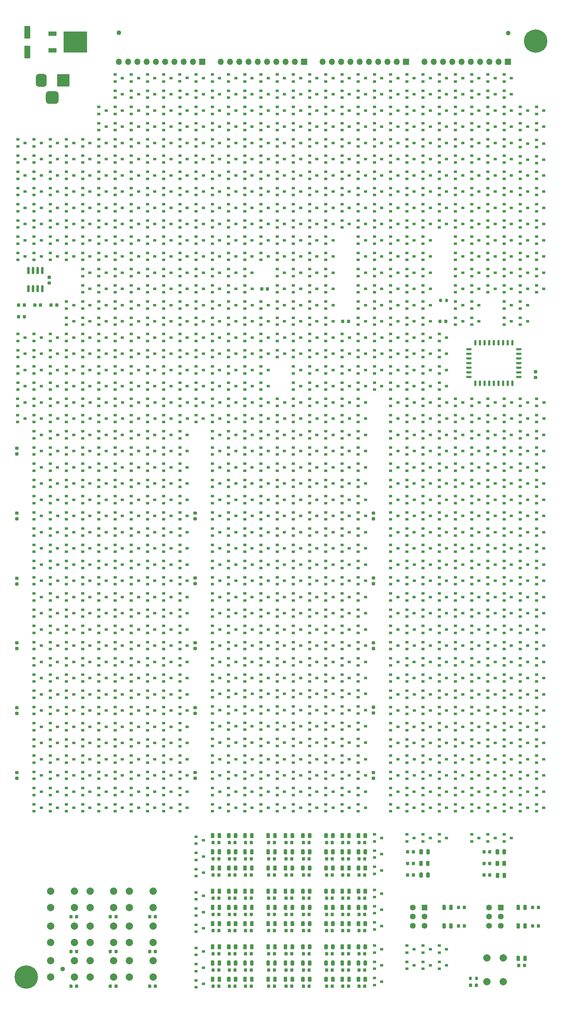
<source format=gbr>
G04 #@! TF.GenerationSoftware,KiCad,Pcbnew,(5.1.10)-1*
G04 #@! TF.CreationDate,2022-02-07T11:06:35+01:00*
G04 #@! TF.ProjectId,FetsAndCrosses,46657473-416e-4644-9372-6f737365732e,v1.0*
G04 #@! TF.SameCoordinates,Original*
G04 #@! TF.FileFunction,Soldermask,Top*
G04 #@! TF.FilePolarity,Negative*
%FSLAX46Y46*%
G04 Gerber Fmt 4.6, Leading zero omitted, Abs format (unit mm)*
G04 Created by KiCad (PCBNEW (5.1.10)-1) date 2022-02-07 11:06:35*
%MOMM*%
%LPD*%
G01*
G04 APERTURE LIST*
%ADD10C,1.300000*%
%ADD11R,0.900000X0.800000*%
%ADD12O,1.700000X1.700000*%
%ADD13R,1.700000X1.700000*%
%ADD14C,1.600000*%
%ADD15R,1.600000X1.600000*%
%ADD16R,3.500000X3.500000*%
%ADD17C,2.000000*%
%ADD18C,0.800000*%
%ADD19C,6.400000*%
%ADD20R,6.400000X5.800000*%
%ADD21R,2.200000X1.200000*%
G04 APERTURE END LIST*
D10*
G04 #@! TO.C,H5*
X154432000Y889000D03*
G04 #@! TD*
G04 #@! TO.C,H4*
X32258000Y-255651000D03*
G04 #@! TD*
G04 #@! TO.C,H3*
X47625000Y1016000D03*
G04 #@! TD*
G04 #@! TO.C,R97*
G36*
G01*
X145332000Y-258466000D02*
X145332000Y-257916000D01*
G75*
G02*
X145532000Y-257716000I200000J0D01*
G01*
X145932000Y-257716000D01*
G75*
G02*
X146132000Y-257916000I0J-200000D01*
G01*
X146132000Y-258466000D01*
G75*
G02*
X145932000Y-258666000I-200000J0D01*
G01*
X145532000Y-258666000D01*
G75*
G02*
X145332000Y-258466000I0J200000D01*
G01*
G37*
G36*
G01*
X143682000Y-258466000D02*
X143682000Y-257916000D01*
G75*
G02*
X143882000Y-257716000I200000J0D01*
G01*
X144282000Y-257716000D01*
G75*
G02*
X144482000Y-257916000I0J-200000D01*
G01*
X144482000Y-258466000D01*
G75*
G02*
X144282000Y-258666000I-200000J0D01*
G01*
X143882000Y-258666000D01*
G75*
G02*
X143682000Y-258466000I0J200000D01*
G01*
G37*
G04 #@! TD*
D11*
G04 #@! TO.C,Q1396*
X137525000Y-254635000D03*
X135525000Y-255585000D03*
X135525000Y-253685000D03*
G04 #@! TD*
G04 #@! TO.C,Q1395*
X137525000Y-250190000D03*
X135525000Y-251140000D03*
X135525000Y-249240000D03*
G04 #@! TD*
G04 #@! TO.C,Q1394*
X128635000Y-254635000D03*
X126635000Y-255585000D03*
X126635000Y-253685000D03*
G04 #@! TD*
G04 #@! TO.C,Q1393*
X133080000Y-254635000D03*
X131080000Y-255585000D03*
X131080000Y-253685000D03*
G04 #@! TD*
G04 #@! TO.C,Q1392*
X133080000Y-250190000D03*
X131080000Y-251140000D03*
X131080000Y-249240000D03*
G04 #@! TD*
G04 #@! TO.C,Q1391*
X128635000Y-250190000D03*
X126635000Y-251140000D03*
X126635000Y-249240000D03*
G04 #@! TD*
G04 #@! TO.C,C1*
G36*
G01*
X144557000Y-259839750D02*
X144557000Y-260352250D01*
G75*
G02*
X144338250Y-260571000I-218750J0D01*
G01*
X143900750Y-260571000D01*
G75*
G02*
X143682000Y-260352250I0J218750D01*
G01*
X143682000Y-259839750D01*
G75*
G02*
X143900750Y-259621000I218750J0D01*
G01*
X144338250Y-259621000D01*
G75*
G02*
X144557000Y-259839750I0J-218750D01*
G01*
G37*
G36*
G01*
X146132000Y-259839750D02*
X146132000Y-260352250D01*
G75*
G02*
X145913250Y-260571000I-218750J0D01*
G01*
X145475750Y-260571000D01*
G75*
G02*
X145257000Y-260352250I0J218750D01*
G01*
X145257000Y-259839750D01*
G75*
G02*
X145475750Y-259621000I218750J0D01*
G01*
X145913250Y-259621000D01*
G75*
G02*
X146132000Y-259839750I0J-218750D01*
G01*
G37*
G04 #@! TD*
G04 #@! TO.C,U3*
G36*
G01*
X26520000Y-68175000D02*
X26820000Y-68175000D01*
G75*
G02*
X26970000Y-68325000I0J-150000D01*
G01*
X26970000Y-69975000D01*
G75*
G02*
X26820000Y-70125000I-150000J0D01*
G01*
X26520000Y-70125000D01*
G75*
G02*
X26370000Y-69975000I0J150000D01*
G01*
X26370000Y-68325000D01*
G75*
G02*
X26520000Y-68175000I150000J0D01*
G01*
G37*
G36*
G01*
X25250000Y-68175000D02*
X25550000Y-68175000D01*
G75*
G02*
X25700000Y-68325000I0J-150000D01*
G01*
X25700000Y-69975000D01*
G75*
G02*
X25550000Y-70125000I-150000J0D01*
G01*
X25250000Y-70125000D01*
G75*
G02*
X25100000Y-69975000I0J150000D01*
G01*
X25100000Y-68325000D01*
G75*
G02*
X25250000Y-68175000I150000J0D01*
G01*
G37*
G36*
G01*
X23980000Y-68175000D02*
X24280000Y-68175000D01*
G75*
G02*
X24430000Y-68325000I0J-150000D01*
G01*
X24430000Y-69975000D01*
G75*
G02*
X24280000Y-70125000I-150000J0D01*
G01*
X23980000Y-70125000D01*
G75*
G02*
X23830000Y-69975000I0J150000D01*
G01*
X23830000Y-68325000D01*
G75*
G02*
X23980000Y-68175000I150000J0D01*
G01*
G37*
G36*
G01*
X22710000Y-68175000D02*
X23010000Y-68175000D01*
G75*
G02*
X23160000Y-68325000I0J-150000D01*
G01*
X23160000Y-69975000D01*
G75*
G02*
X23010000Y-70125000I-150000J0D01*
G01*
X22710000Y-70125000D01*
G75*
G02*
X22560000Y-69975000I0J150000D01*
G01*
X22560000Y-68325000D01*
G75*
G02*
X22710000Y-68175000I150000J0D01*
G01*
G37*
G36*
G01*
X22710000Y-63225000D02*
X23010000Y-63225000D01*
G75*
G02*
X23160000Y-63375000I0J-150000D01*
G01*
X23160000Y-65025000D01*
G75*
G02*
X23010000Y-65175000I-150000J0D01*
G01*
X22710000Y-65175000D01*
G75*
G02*
X22560000Y-65025000I0J150000D01*
G01*
X22560000Y-63375000D01*
G75*
G02*
X22710000Y-63225000I150000J0D01*
G01*
G37*
G36*
G01*
X23980000Y-63225000D02*
X24280000Y-63225000D01*
G75*
G02*
X24430000Y-63375000I0J-150000D01*
G01*
X24430000Y-65025000D01*
G75*
G02*
X24280000Y-65175000I-150000J0D01*
G01*
X23980000Y-65175000D01*
G75*
G02*
X23830000Y-65025000I0J150000D01*
G01*
X23830000Y-63375000D01*
G75*
G02*
X23980000Y-63225000I150000J0D01*
G01*
G37*
G36*
G01*
X25250000Y-63225000D02*
X25550000Y-63225000D01*
G75*
G02*
X25700000Y-63375000I0J-150000D01*
G01*
X25700000Y-65025000D01*
G75*
G02*
X25550000Y-65175000I-150000J0D01*
G01*
X25250000Y-65175000D01*
G75*
G02*
X25100000Y-65025000I0J150000D01*
G01*
X25100000Y-63375000D01*
G75*
G02*
X25250000Y-63225000I150000J0D01*
G01*
G37*
G36*
G01*
X26520000Y-63225000D02*
X26820000Y-63225000D01*
G75*
G02*
X26970000Y-63375000I0J-150000D01*
G01*
X26970000Y-65025000D01*
G75*
G02*
X26820000Y-65175000I-150000J0D01*
G01*
X26520000Y-65175000D01*
G75*
G02*
X26370000Y-65025000I0J150000D01*
G01*
X26370000Y-63375000D01*
G75*
G02*
X26520000Y-63225000I150000J0D01*
G01*
G37*
G04 #@! TD*
D12*
G04 #@! TO.C,J9*
X131445000Y-6985000D03*
X133985000Y-6985000D03*
X136525000Y-6985000D03*
X139065000Y-6985000D03*
X141605000Y-6985000D03*
X144145000Y-6985000D03*
X146685000Y-6985000D03*
X149225000Y-6985000D03*
X151765000Y-6985000D03*
D13*
X154305000Y-6985000D03*
G04 #@! TD*
D12*
G04 #@! TO.C,J5*
X103505000Y-6985000D03*
X106045000Y-6985000D03*
X108585000Y-6985000D03*
X111125000Y-6985000D03*
X113665000Y-6985000D03*
X116205000Y-6985000D03*
X118745000Y-6985000D03*
X121285000Y-6985000D03*
X123825000Y-6985000D03*
D13*
X126365000Y-6985000D03*
G04 #@! TD*
D12*
G04 #@! TO.C,J4*
X75565000Y-6985000D03*
X78105000Y-6985000D03*
X80645000Y-6985000D03*
X83185000Y-6985000D03*
X85725000Y-6985000D03*
X88265000Y-6985000D03*
X90805000Y-6985000D03*
X93345000Y-6985000D03*
X95885000Y-6985000D03*
D13*
X98425000Y-6985000D03*
G04 #@! TD*
D12*
G04 #@! TO.C,J3*
X47625000Y-6985000D03*
X50165000Y-6985000D03*
X52705000Y-6985000D03*
X55245000Y-6985000D03*
X57785000Y-6985000D03*
X60325000Y-6985000D03*
X62865000Y-6985000D03*
X65405000Y-6985000D03*
X67945000Y-6985000D03*
D13*
X70485000Y-6985000D03*
G04 #@! TD*
D11*
G04 #@! TO.C,Q417*
X86646000Y-86020001D03*
X86646000Y-87920001D03*
X88646000Y-86970001D03*
G04 #@! TD*
G04 #@! TO.C,JP1*
G36*
G01*
X136290000Y-72115000D02*
X136290000Y-72665000D01*
G75*
G02*
X136090000Y-72865000I-200000J0D01*
G01*
X135690000Y-72865000D01*
G75*
G02*
X135490000Y-72665000I0J200000D01*
G01*
X135490000Y-72115000D01*
G75*
G02*
X135690000Y-71915000I200000J0D01*
G01*
X136090000Y-71915000D01*
G75*
G02*
X136290000Y-72115000I0J-200000D01*
G01*
G37*
G36*
G01*
X137940000Y-72115000D02*
X137940000Y-72665000D01*
G75*
G02*
X137740000Y-72865000I-200000J0D01*
G01*
X137340000Y-72865000D01*
G75*
G02*
X137140000Y-72665000I0J200000D01*
G01*
X137140000Y-72115000D01*
G75*
G02*
X137340000Y-71915000I200000J0D01*
G01*
X137740000Y-71915000D01*
G75*
G02*
X137940000Y-72115000I0J-200000D01*
G01*
G37*
G04 #@! TD*
D14*
G04 #@! TO.C,SW11*
X128245000Y-243760000D03*
X128245000Y-241260000D03*
X128245000Y-238760000D03*
X131445000Y-243760000D03*
X131445000Y-241260000D03*
D15*
X131445000Y-238760000D03*
G04 #@! TD*
D14*
G04 #@! TO.C,SW10*
X149200000Y-243760000D03*
X149200000Y-241260000D03*
X149200000Y-238760000D03*
X152400000Y-243760000D03*
X152400000Y-241260000D03*
D15*
X152400000Y-238760000D03*
G04 #@! TD*
D11*
G04 #@! TO.C,Q410*
X131096000Y-103825000D03*
X131096000Y-105725000D03*
X133096000Y-104775000D03*
G04 #@! TD*
G04 #@! TO.C,Q292*
X131096000Y-201615000D03*
X131096000Y-203515000D03*
X133096000Y-202565000D03*
G04 #@! TD*
G04 #@! TO.C,Q1385*
X106410000Y-95885000D03*
X104410000Y-96835000D03*
X104410000Y-94935000D03*
G04 #@! TD*
G04 #@! TO.C,Q1384*
X106410000Y-91440000D03*
X104410000Y-92390000D03*
X104410000Y-90490000D03*
G04 #@! TD*
G04 #@! TO.C,Q1383*
X119745000Y-95885000D03*
X117745000Y-96835000D03*
X117745000Y-94935000D03*
G04 #@! TD*
G04 #@! TO.C,Q1382*
X124190000Y-73660000D03*
X122190000Y-74610000D03*
X122190000Y-72710000D03*
G04 #@! TD*
G04 #@! TO.C,Q1381*
X124190000Y-69215000D03*
X122190000Y-70165000D03*
X122190000Y-68265000D03*
G04 #@! TD*
G04 #@! TO.C,Q1380*
X124190000Y-64770000D03*
X122190000Y-65720000D03*
X122190000Y-63820000D03*
G04 #@! TD*
G04 #@! TO.C,Q1379*
X124190000Y-78105000D03*
X122190000Y-79055000D03*
X122190000Y-77155000D03*
G04 #@! TD*
G04 #@! TO.C,Q1378*
X119745000Y-91440000D03*
X117745000Y-92390000D03*
X117745000Y-90490000D03*
G04 #@! TD*
G04 #@! TO.C,C3*
G36*
G01*
X23092500Y-637500D02*
X21992500Y-637500D01*
G75*
G02*
X21742500Y-387500I0J250000D01*
G01*
X21742500Y2612500D01*
G75*
G02*
X21992500Y2862500I250000J0D01*
G01*
X23092500Y2862500D01*
G75*
G02*
X23342500Y2612500I0J-250000D01*
G01*
X23342500Y-387500D01*
G75*
G02*
X23092500Y-637500I-250000J0D01*
G01*
G37*
G36*
G01*
X23092500Y-6037500D02*
X21992500Y-6037500D01*
G75*
G02*
X21742500Y-5787500I0J250000D01*
G01*
X21742500Y-2787500D01*
G75*
G02*
X21992500Y-2537500I250000J0D01*
G01*
X23092500Y-2537500D01*
G75*
G02*
X23342500Y-2787500I0J-250000D01*
G01*
X23342500Y-5787500D01*
G75*
G02*
X23092500Y-6037500I-250000J0D01*
G01*
G37*
G04 #@! TD*
G04 #@! TO.C,Q1198*
X35290000Y-158115000D03*
X33290000Y-159065000D03*
X33290000Y-157165000D03*
G04 #@! TD*
G04 #@! TO.C,Q1203*
X53070000Y-149225000D03*
X51070000Y-150175000D03*
X51070000Y-148275000D03*
G04 #@! TD*
G04 #@! TO.C,Q1099*
X44180000Y-131445000D03*
X42180000Y-132395000D03*
X42180000Y-130495000D03*
G04 #@! TD*
G04 #@! TO.C,Q1232*
X82201000Y-130495000D03*
X82201000Y-132395000D03*
X84201000Y-131445000D03*
G04 #@! TD*
G04 #@! TO.C,Q1186*
X126651000Y-108270000D03*
X126651000Y-110170000D03*
X128651000Y-109220000D03*
G04 #@! TD*
G04 #@! TO.C,Q970*
X66405000Y-109220000D03*
X64405000Y-110170000D03*
X64405000Y-108270000D03*
G04 #@! TD*
G04 #@! TO.C,Q398*
X104426000Y-103825000D03*
X104426000Y-105725000D03*
X106426000Y-104775000D03*
G04 #@! TD*
G04 #@! TO.C,Q1021*
X122206000Y-103825000D03*
X122206000Y-105725000D03*
X124206000Y-104775000D03*
G04 #@! TD*
G04 #@! TO.C,Q377*
X46641000Y-99380000D03*
X46641000Y-101280000D03*
X48641000Y-100330000D03*
G04 #@! TD*
G04 #@! TO.C,Q887*
X66405000Y-82550000D03*
X64405000Y-83500000D03*
X64405000Y-81600000D03*
G04 #@! TD*
G04 #@! TO.C,Q550*
X88630000Y-51435000D03*
X86630000Y-52385000D03*
X86630000Y-50485000D03*
G04 #@! TD*
G04 #@! TO.C,U2*
G36*
G01*
X156745000Y-90505000D02*
X157920000Y-90505000D01*
G75*
G02*
X158070000Y-90655000I0J-150000D01*
G01*
X158070000Y-90955000D01*
G75*
G02*
X157920000Y-91105000I-150000J0D01*
G01*
X156745000Y-91105000D01*
G75*
G02*
X156595000Y-90955000I0J150000D01*
G01*
X156595000Y-90655000D01*
G75*
G02*
X156745000Y-90505000I150000J0D01*
G01*
G37*
G36*
G01*
X156745000Y-91775000D02*
X157920000Y-91775000D01*
G75*
G02*
X158070000Y-91925000I0J-150000D01*
G01*
X158070000Y-92225000D01*
G75*
G02*
X157920000Y-92375000I-150000J0D01*
G01*
X156745000Y-92375000D01*
G75*
G02*
X156595000Y-92225000I0J150000D01*
G01*
X156595000Y-91925000D01*
G75*
G02*
X156745000Y-91775000I150000J0D01*
G01*
G37*
G36*
G01*
X156745000Y-93045000D02*
X157920000Y-93045000D01*
G75*
G02*
X158070000Y-93195000I0J-150000D01*
G01*
X158070000Y-93495000D01*
G75*
G02*
X157920000Y-93645000I-150000J0D01*
G01*
X156745000Y-93645000D01*
G75*
G02*
X156595000Y-93495000I0J150000D01*
G01*
X156595000Y-93195000D01*
G75*
G02*
X156745000Y-93045000I150000J0D01*
G01*
G37*
G36*
G01*
X155425000Y-94360000D02*
X155725000Y-94360000D01*
G75*
G02*
X155875000Y-94510000I0J-150000D01*
G01*
X155875000Y-95685000D01*
G75*
G02*
X155725000Y-95835000I-150000J0D01*
G01*
X155425000Y-95835000D01*
G75*
G02*
X155275000Y-95685000I0J150000D01*
G01*
X155275000Y-94510000D01*
G75*
G02*
X155425000Y-94360000I150000J0D01*
G01*
G37*
G36*
G01*
X154155000Y-94360000D02*
X154455000Y-94360000D01*
G75*
G02*
X154605000Y-94510000I0J-150000D01*
G01*
X154605000Y-95685000D01*
G75*
G02*
X154455000Y-95835000I-150000J0D01*
G01*
X154155000Y-95835000D01*
G75*
G02*
X154005000Y-95685000I0J150000D01*
G01*
X154005000Y-94510000D01*
G75*
G02*
X154155000Y-94360000I150000J0D01*
G01*
G37*
G36*
G01*
X152885000Y-94360000D02*
X153185000Y-94360000D01*
G75*
G02*
X153335000Y-94510000I0J-150000D01*
G01*
X153335000Y-95685000D01*
G75*
G02*
X153185000Y-95835000I-150000J0D01*
G01*
X152885000Y-95835000D01*
G75*
G02*
X152735000Y-95685000I0J150000D01*
G01*
X152735000Y-94510000D01*
G75*
G02*
X152885000Y-94360000I150000J0D01*
G01*
G37*
G36*
G01*
X151615000Y-94360000D02*
X151915000Y-94360000D01*
G75*
G02*
X152065000Y-94510000I0J-150000D01*
G01*
X152065000Y-95685000D01*
G75*
G02*
X151915000Y-95835000I-150000J0D01*
G01*
X151615000Y-95835000D01*
G75*
G02*
X151465000Y-95685000I0J150000D01*
G01*
X151465000Y-94510000D01*
G75*
G02*
X151615000Y-94360000I150000J0D01*
G01*
G37*
G36*
G01*
X150345000Y-94360000D02*
X150645000Y-94360000D01*
G75*
G02*
X150795000Y-94510000I0J-150000D01*
G01*
X150795000Y-95685000D01*
G75*
G02*
X150645000Y-95835000I-150000J0D01*
G01*
X150345000Y-95835000D01*
G75*
G02*
X150195000Y-95685000I0J150000D01*
G01*
X150195000Y-94510000D01*
G75*
G02*
X150345000Y-94360000I150000J0D01*
G01*
G37*
G36*
G01*
X149075000Y-94360000D02*
X149375000Y-94360000D01*
G75*
G02*
X149525000Y-94510000I0J-150000D01*
G01*
X149525000Y-95685000D01*
G75*
G02*
X149375000Y-95835000I-150000J0D01*
G01*
X149075000Y-95835000D01*
G75*
G02*
X148925000Y-95685000I0J150000D01*
G01*
X148925000Y-94510000D01*
G75*
G02*
X149075000Y-94360000I150000J0D01*
G01*
G37*
G36*
G01*
X147805000Y-94360000D02*
X148105000Y-94360000D01*
G75*
G02*
X148255000Y-94510000I0J-150000D01*
G01*
X148255000Y-95685000D01*
G75*
G02*
X148105000Y-95835000I-150000J0D01*
G01*
X147805000Y-95835000D01*
G75*
G02*
X147655000Y-95685000I0J150000D01*
G01*
X147655000Y-94510000D01*
G75*
G02*
X147805000Y-94360000I150000J0D01*
G01*
G37*
G36*
G01*
X146535000Y-94360000D02*
X146835000Y-94360000D01*
G75*
G02*
X146985000Y-94510000I0J-150000D01*
G01*
X146985000Y-95685000D01*
G75*
G02*
X146835000Y-95835000I-150000J0D01*
G01*
X146535000Y-95835000D01*
G75*
G02*
X146385000Y-95685000I0J150000D01*
G01*
X146385000Y-94510000D01*
G75*
G02*
X146535000Y-94360000I150000J0D01*
G01*
G37*
G36*
G01*
X145265000Y-94360000D02*
X145565000Y-94360000D01*
G75*
G02*
X145715000Y-94510000I0J-150000D01*
G01*
X145715000Y-95685000D01*
G75*
G02*
X145565000Y-95835000I-150000J0D01*
G01*
X145265000Y-95835000D01*
G75*
G02*
X145115000Y-95685000I0J150000D01*
G01*
X145115000Y-94510000D01*
G75*
G02*
X145265000Y-94360000I150000J0D01*
G01*
G37*
G36*
G01*
X143070000Y-93045000D02*
X144245000Y-93045000D01*
G75*
G02*
X144395000Y-93195000I0J-150000D01*
G01*
X144395000Y-93495000D01*
G75*
G02*
X144245000Y-93645000I-150000J0D01*
G01*
X143070000Y-93645000D01*
G75*
G02*
X142920000Y-93495000I0J150000D01*
G01*
X142920000Y-93195000D01*
G75*
G02*
X143070000Y-93045000I150000J0D01*
G01*
G37*
G36*
G01*
X143070000Y-91775000D02*
X144245000Y-91775000D01*
G75*
G02*
X144395000Y-91925000I0J-150000D01*
G01*
X144395000Y-92225000D01*
G75*
G02*
X144245000Y-92375000I-150000J0D01*
G01*
X143070000Y-92375000D01*
G75*
G02*
X142920000Y-92225000I0J150000D01*
G01*
X142920000Y-91925000D01*
G75*
G02*
X143070000Y-91775000I150000J0D01*
G01*
G37*
G36*
G01*
X143070000Y-90505000D02*
X144245000Y-90505000D01*
G75*
G02*
X144395000Y-90655000I0J-150000D01*
G01*
X144395000Y-90955000D01*
G75*
G02*
X144245000Y-91105000I-150000J0D01*
G01*
X143070000Y-91105000D01*
G75*
G02*
X142920000Y-90955000I0J150000D01*
G01*
X142920000Y-90655000D01*
G75*
G02*
X143070000Y-90505000I150000J0D01*
G01*
G37*
G36*
G01*
X143070000Y-89235000D02*
X144245000Y-89235000D01*
G75*
G02*
X144395000Y-89385000I0J-150000D01*
G01*
X144395000Y-89685000D01*
G75*
G02*
X144245000Y-89835000I-150000J0D01*
G01*
X143070000Y-89835000D01*
G75*
G02*
X142920000Y-89685000I0J150000D01*
G01*
X142920000Y-89385000D01*
G75*
G02*
X143070000Y-89235000I150000J0D01*
G01*
G37*
G36*
G01*
X143070000Y-87965000D02*
X144245000Y-87965000D01*
G75*
G02*
X144395000Y-88115000I0J-150000D01*
G01*
X144395000Y-88415000D01*
G75*
G02*
X144245000Y-88565000I-150000J0D01*
G01*
X143070000Y-88565000D01*
G75*
G02*
X142920000Y-88415000I0J150000D01*
G01*
X142920000Y-88115000D01*
G75*
G02*
X143070000Y-87965000I150000J0D01*
G01*
G37*
G36*
G01*
X143070000Y-86695000D02*
X144245000Y-86695000D01*
G75*
G02*
X144395000Y-86845000I0J-150000D01*
G01*
X144395000Y-87145000D01*
G75*
G02*
X144245000Y-87295000I-150000J0D01*
G01*
X143070000Y-87295000D01*
G75*
G02*
X142920000Y-87145000I0J150000D01*
G01*
X142920000Y-86845000D01*
G75*
G02*
X143070000Y-86695000I150000J0D01*
G01*
G37*
G36*
G01*
X143070000Y-85425000D02*
X144245000Y-85425000D01*
G75*
G02*
X144395000Y-85575000I0J-150000D01*
G01*
X144395000Y-85875000D01*
G75*
G02*
X144245000Y-86025000I-150000J0D01*
G01*
X143070000Y-86025000D01*
G75*
G02*
X142920000Y-85875000I0J150000D01*
G01*
X142920000Y-85575000D01*
G75*
G02*
X143070000Y-85425000I150000J0D01*
G01*
G37*
G36*
G01*
X145265000Y-83235000D02*
X145565000Y-83235000D01*
G75*
G02*
X145715000Y-83385000I0J-150000D01*
G01*
X145715000Y-84560000D01*
G75*
G02*
X145565000Y-84710000I-150000J0D01*
G01*
X145265000Y-84710000D01*
G75*
G02*
X145115000Y-84560000I0J150000D01*
G01*
X145115000Y-83385000D01*
G75*
G02*
X145265000Y-83235000I150000J0D01*
G01*
G37*
G36*
G01*
X146535000Y-83235000D02*
X146835000Y-83235000D01*
G75*
G02*
X146985000Y-83385000I0J-150000D01*
G01*
X146985000Y-84560000D01*
G75*
G02*
X146835000Y-84710000I-150000J0D01*
G01*
X146535000Y-84710000D01*
G75*
G02*
X146385000Y-84560000I0J150000D01*
G01*
X146385000Y-83385000D01*
G75*
G02*
X146535000Y-83235000I150000J0D01*
G01*
G37*
G36*
G01*
X147805000Y-83235000D02*
X148105000Y-83235000D01*
G75*
G02*
X148255000Y-83385000I0J-150000D01*
G01*
X148255000Y-84560000D01*
G75*
G02*
X148105000Y-84710000I-150000J0D01*
G01*
X147805000Y-84710000D01*
G75*
G02*
X147655000Y-84560000I0J150000D01*
G01*
X147655000Y-83385000D01*
G75*
G02*
X147805000Y-83235000I150000J0D01*
G01*
G37*
G36*
G01*
X149075000Y-83235000D02*
X149375000Y-83235000D01*
G75*
G02*
X149525000Y-83385000I0J-150000D01*
G01*
X149525000Y-84560000D01*
G75*
G02*
X149375000Y-84710000I-150000J0D01*
G01*
X149075000Y-84710000D01*
G75*
G02*
X148925000Y-84560000I0J150000D01*
G01*
X148925000Y-83385000D01*
G75*
G02*
X149075000Y-83235000I150000J0D01*
G01*
G37*
G36*
G01*
X150345000Y-83235000D02*
X150645000Y-83235000D01*
G75*
G02*
X150795000Y-83385000I0J-150000D01*
G01*
X150795000Y-84560000D01*
G75*
G02*
X150645000Y-84710000I-150000J0D01*
G01*
X150345000Y-84710000D01*
G75*
G02*
X150195000Y-84560000I0J150000D01*
G01*
X150195000Y-83385000D01*
G75*
G02*
X150345000Y-83235000I150000J0D01*
G01*
G37*
G36*
G01*
X151615000Y-83235000D02*
X151915000Y-83235000D01*
G75*
G02*
X152065000Y-83385000I0J-150000D01*
G01*
X152065000Y-84560000D01*
G75*
G02*
X151915000Y-84710000I-150000J0D01*
G01*
X151615000Y-84710000D01*
G75*
G02*
X151465000Y-84560000I0J150000D01*
G01*
X151465000Y-83385000D01*
G75*
G02*
X151615000Y-83235000I150000J0D01*
G01*
G37*
G36*
G01*
X152885000Y-83235000D02*
X153185000Y-83235000D01*
G75*
G02*
X153335000Y-83385000I0J-150000D01*
G01*
X153335000Y-84560000D01*
G75*
G02*
X153185000Y-84710000I-150000J0D01*
G01*
X152885000Y-84710000D01*
G75*
G02*
X152735000Y-84560000I0J150000D01*
G01*
X152735000Y-83385000D01*
G75*
G02*
X152885000Y-83235000I150000J0D01*
G01*
G37*
G36*
G01*
X154155000Y-83235000D02*
X154455000Y-83235000D01*
G75*
G02*
X154605000Y-83385000I0J-150000D01*
G01*
X154605000Y-84560000D01*
G75*
G02*
X154455000Y-84710000I-150000J0D01*
G01*
X154155000Y-84710000D01*
G75*
G02*
X154005000Y-84560000I0J150000D01*
G01*
X154005000Y-83385000D01*
G75*
G02*
X154155000Y-83235000I150000J0D01*
G01*
G37*
G36*
G01*
X155425000Y-83235000D02*
X155725000Y-83235000D01*
G75*
G02*
X155875000Y-83385000I0J-150000D01*
G01*
X155875000Y-84560000D01*
G75*
G02*
X155725000Y-84710000I-150000J0D01*
G01*
X155425000Y-84710000D01*
G75*
G02*
X155275000Y-84560000I0J150000D01*
G01*
X155275000Y-83385000D01*
G75*
G02*
X155425000Y-83235000I150000J0D01*
G01*
G37*
G36*
G01*
X156745000Y-85425000D02*
X157920000Y-85425000D01*
G75*
G02*
X158070000Y-85575000I0J-150000D01*
G01*
X158070000Y-85875000D01*
G75*
G02*
X157920000Y-86025000I-150000J0D01*
G01*
X156745000Y-86025000D01*
G75*
G02*
X156595000Y-85875000I0J150000D01*
G01*
X156595000Y-85575000D01*
G75*
G02*
X156745000Y-85425000I150000J0D01*
G01*
G37*
G36*
G01*
X156745000Y-86695000D02*
X157920000Y-86695000D01*
G75*
G02*
X158070000Y-86845000I0J-150000D01*
G01*
X158070000Y-87145000D01*
G75*
G02*
X157920000Y-87295000I-150000J0D01*
G01*
X156745000Y-87295000D01*
G75*
G02*
X156595000Y-87145000I0J150000D01*
G01*
X156595000Y-86845000D01*
G75*
G02*
X156745000Y-86695000I150000J0D01*
G01*
G37*
G36*
G01*
X156745000Y-87965000D02*
X157920000Y-87965000D01*
G75*
G02*
X158070000Y-88115000I0J-150000D01*
G01*
X158070000Y-88415000D01*
G75*
G02*
X157920000Y-88565000I-150000J0D01*
G01*
X156745000Y-88565000D01*
G75*
G02*
X156595000Y-88415000I0J150000D01*
G01*
X156595000Y-88115000D01*
G75*
G02*
X156745000Y-87965000I150000J0D01*
G01*
G37*
G36*
G01*
X156745000Y-89235000D02*
X157920000Y-89235000D01*
G75*
G02*
X158070000Y-89385000I0J-150000D01*
G01*
X158070000Y-89685000D01*
G75*
G02*
X157920000Y-89835000I-150000J0D01*
G01*
X156745000Y-89835000D01*
G75*
G02*
X156595000Y-89685000I0J150000D01*
G01*
X156595000Y-89385000D01*
G75*
G02*
X156745000Y-89235000I150000J0D01*
G01*
G37*
G04 #@! TD*
G04 #@! TO.C,Q1327*
X70850000Y-244475000D03*
X68850000Y-245425000D03*
X68850000Y-243525000D03*
G04 #@! TD*
G04 #@! TO.C,Q1102*
X91091000Y-86045000D03*
X91091000Y-87945000D03*
X93091000Y-86995000D03*
G04 #@! TD*
G04 #@! TO.C,Q1348*
X128635000Y-91440000D03*
X126635000Y-92390000D03*
X126635000Y-90490000D03*
G04 #@! TD*
G04 #@! TO.C,C30*
G36*
G01*
X117218750Y-131795000D02*
X117731250Y-131795000D01*
G75*
G02*
X117950000Y-132013750I0J-218750D01*
G01*
X117950000Y-132451250D01*
G75*
G02*
X117731250Y-132670000I-218750J0D01*
G01*
X117218750Y-132670000D01*
G75*
G02*
X117000000Y-132451250I0J218750D01*
G01*
X117000000Y-132013750D01*
G75*
G02*
X117218750Y-131795000I218750J0D01*
G01*
G37*
G36*
G01*
X117218750Y-130220000D02*
X117731250Y-130220000D01*
G75*
G02*
X117950000Y-130438750I0J-218750D01*
G01*
X117950000Y-130876250D01*
G75*
G02*
X117731250Y-131095000I-218750J0D01*
G01*
X117218750Y-131095000D01*
G75*
G02*
X117000000Y-130876250I0J218750D01*
G01*
X117000000Y-130438750D01*
G75*
G02*
X117218750Y-130220000I218750J0D01*
G01*
G37*
G04 #@! TD*
G04 #@! TO.C,C28*
G36*
G01*
X117218750Y-185010000D02*
X117731250Y-185010000D01*
G75*
G02*
X117950000Y-185228750I0J-218750D01*
G01*
X117950000Y-185666250D01*
G75*
G02*
X117731250Y-185885000I-218750J0D01*
G01*
X117218750Y-185885000D01*
G75*
G02*
X117000000Y-185666250I0J218750D01*
G01*
X117000000Y-185228750D01*
G75*
G02*
X117218750Y-185010000I218750J0D01*
G01*
G37*
G36*
G01*
X117218750Y-183435000D02*
X117731250Y-183435000D01*
G75*
G02*
X117950000Y-183653750I0J-218750D01*
G01*
X117950000Y-184091250D01*
G75*
G02*
X117731250Y-184310000I-218750J0D01*
G01*
X117218750Y-184310000D01*
G75*
G02*
X117000000Y-184091250I0J218750D01*
G01*
X117000000Y-183653750D01*
G75*
G02*
X117218750Y-183435000I218750J0D01*
G01*
G37*
G04 #@! TD*
G04 #@! TO.C,C27*
G36*
G01*
X117218750Y-167355000D02*
X117731250Y-167355000D01*
G75*
G02*
X117950000Y-167573750I0J-218750D01*
G01*
X117950000Y-168011250D01*
G75*
G02*
X117731250Y-168230000I-218750J0D01*
G01*
X117218750Y-168230000D01*
G75*
G02*
X117000000Y-168011250I0J218750D01*
G01*
X117000000Y-167573750D01*
G75*
G02*
X117218750Y-167355000I218750J0D01*
G01*
G37*
G36*
G01*
X117218750Y-165780000D02*
X117731250Y-165780000D01*
G75*
G02*
X117950000Y-165998750I0J-218750D01*
G01*
X117950000Y-166436250D01*
G75*
G02*
X117731250Y-166655000I-218750J0D01*
G01*
X117218750Y-166655000D01*
G75*
G02*
X117000000Y-166436250I0J218750D01*
G01*
X117000000Y-165998750D01*
G75*
G02*
X117218750Y-165780000I218750J0D01*
G01*
G37*
G04 #@! TD*
G04 #@! TO.C,Q499*
X88630000Y-11430000D03*
X86630000Y-12380000D03*
X86630000Y-10480000D03*
G04 #@! TD*
G04 #@! TO.C,Q1109*
X24416000Y-121605000D03*
X24416000Y-123505000D03*
X26416000Y-122555000D03*
G04 #@! TD*
G04 #@! TO.C,Q948*
X39735000Y-118110000D03*
X37735000Y-119060000D03*
X37735000Y-117160000D03*
G04 #@! TD*
G04 #@! TO.C,Q2*
X70802500Y-104775000D03*
X68802500Y-105725000D03*
X68802500Y-103825000D03*
G04 #@! TD*
G04 #@! TO.C,Q1*
X70802500Y-100330000D03*
X68802500Y-101280000D03*
X68802500Y-99380000D03*
G04 #@! TD*
G04 #@! TO.C,Q1377*
X122206000Y-152720000D03*
X122206000Y-154620000D03*
X124206000Y-153670000D03*
G04 #@! TD*
G04 #@! TO.C,Q1376*
X122206000Y-157165000D03*
X122206000Y-159065000D03*
X124206000Y-158115000D03*
G04 #@! TD*
G04 #@! TO.C,Q1375*
X122206000Y-148275000D03*
X122206000Y-150175000D03*
X124206000Y-149225000D03*
G04 #@! TD*
G04 #@! TO.C,Q1374*
X122206000Y-143830000D03*
X122206000Y-145730000D03*
X124206000Y-144780000D03*
G04 #@! TD*
G04 #@! TO.C,Q1373*
X126651000Y-143830000D03*
X126651000Y-145730000D03*
X128651000Y-144780000D03*
G04 #@! TD*
G04 #@! TO.C,Q1372*
X126651000Y-148275000D03*
X126651000Y-150175000D03*
X128651000Y-149225000D03*
G04 #@! TD*
G04 #@! TO.C,Q1371*
X131096000Y-148275000D03*
X131096000Y-150175000D03*
X133096000Y-149225000D03*
G04 #@! TD*
G04 #@! TO.C,Q1370*
X131096000Y-143830000D03*
X131096000Y-145730000D03*
X133096000Y-144780000D03*
G04 #@! TD*
G04 #@! TO.C,Q1369*
X73311000Y-152720000D03*
X73311000Y-154620000D03*
X75311000Y-153670000D03*
G04 #@! TD*
G04 #@! TO.C,Q1368*
X73311000Y-157165000D03*
X73311000Y-159065000D03*
X75311000Y-158115000D03*
G04 #@! TD*
G04 #@! TO.C,Q1367*
X73311000Y-148275000D03*
X73311000Y-150175000D03*
X75311000Y-149225000D03*
G04 #@! TD*
G04 #@! TO.C,Q1366*
X73311000Y-143830000D03*
X73311000Y-145730000D03*
X75311000Y-144780000D03*
G04 #@! TD*
G04 #@! TO.C,Q1365*
X77756000Y-143830000D03*
X77756000Y-145730000D03*
X79756000Y-144780000D03*
G04 #@! TD*
G04 #@! TO.C,Q1362*
X77756000Y-148275000D03*
X77756000Y-150175000D03*
X79756000Y-149225000D03*
G04 #@! TD*
G04 #@! TO.C,Q1320*
X82201000Y-148275000D03*
X82201000Y-150175000D03*
X84201000Y-149225000D03*
G04 #@! TD*
G04 #@! TO.C,Q1319*
X82201000Y-143830000D03*
X82201000Y-145730000D03*
X84201000Y-144780000D03*
G04 #@! TD*
G04 #@! TO.C,Q1318*
X24416000Y-152720000D03*
X24416000Y-154620000D03*
X26416000Y-153670000D03*
G04 #@! TD*
G04 #@! TO.C,Q1317*
X24416000Y-157165000D03*
X24416000Y-159065000D03*
X26416000Y-158115000D03*
G04 #@! TD*
G04 #@! TO.C,Q1316*
X24416000Y-148275000D03*
X24416000Y-150175000D03*
X26416000Y-149225000D03*
G04 #@! TD*
G04 #@! TO.C,Q1315*
X24416000Y-143830000D03*
X24416000Y-145730000D03*
X26416000Y-144780000D03*
G04 #@! TD*
G04 #@! TO.C,Q1314*
X28861000Y-143830000D03*
X28861000Y-145730000D03*
X30861000Y-144780000D03*
G04 #@! TD*
G04 #@! TO.C,Q1313*
X28861000Y-148275000D03*
X28861000Y-150175000D03*
X30861000Y-149225000D03*
G04 #@! TD*
G04 #@! TO.C,Q1312*
X33306000Y-148275000D03*
X33306000Y-150175000D03*
X35306000Y-149225000D03*
G04 #@! TD*
G04 #@! TO.C,Q1311*
X33306000Y-143830000D03*
X33306000Y-145730000D03*
X35306000Y-144780000D03*
G04 #@! TD*
G04 #@! TO.C,Q1278*
X122206000Y-134940000D03*
X122206000Y-136840000D03*
X124206000Y-135890000D03*
G04 #@! TD*
G04 #@! TO.C,Q1277*
X122206000Y-139385000D03*
X122206000Y-141285000D03*
X124206000Y-140335000D03*
G04 #@! TD*
G04 #@! TO.C,Q1276*
X122206000Y-130495000D03*
X122206000Y-132395000D03*
X124206000Y-131445000D03*
G04 #@! TD*
G04 #@! TO.C,Q1275*
X122206000Y-126050000D03*
X122206000Y-127950000D03*
X124206000Y-127000000D03*
G04 #@! TD*
G04 #@! TO.C,Q1274*
X126651000Y-126050000D03*
X126651000Y-127950000D03*
X128651000Y-127000000D03*
G04 #@! TD*
G04 #@! TO.C,Q1273*
X126651000Y-130495000D03*
X126651000Y-132395000D03*
X128651000Y-131445000D03*
G04 #@! TD*
G04 #@! TO.C,Q1272*
X131096000Y-130495000D03*
X131096000Y-132395000D03*
X133096000Y-131445000D03*
G04 #@! TD*
G04 #@! TO.C,Q1271*
X131096000Y-126050000D03*
X131096000Y-127950000D03*
X133096000Y-127000000D03*
G04 #@! TD*
G04 #@! TO.C,Q1270*
X73311000Y-134940000D03*
X73311000Y-136840000D03*
X75311000Y-135890000D03*
G04 #@! TD*
G04 #@! TO.C,Q1269*
X73311000Y-139385000D03*
X73311000Y-141285000D03*
X75311000Y-140335000D03*
G04 #@! TD*
G04 #@! TO.C,Q1236*
X73311000Y-130495000D03*
X73311000Y-132395000D03*
X75311000Y-131445000D03*
G04 #@! TD*
G04 #@! TO.C,Q1235*
X73311000Y-126050000D03*
X73311000Y-127950000D03*
X75311000Y-127000000D03*
G04 #@! TD*
G04 #@! TO.C,Q1234*
X77756000Y-126050000D03*
X77756000Y-127950000D03*
X79756000Y-127000000D03*
G04 #@! TD*
G04 #@! TO.C,Q1233*
X77756000Y-130495000D03*
X77756000Y-132395000D03*
X79756000Y-131445000D03*
G04 #@! TD*
G04 #@! TO.C,Q1231*
X82201000Y-126050000D03*
X82201000Y-127950000D03*
X84201000Y-127000000D03*
G04 #@! TD*
G04 #@! TO.C,Q1230*
X24416000Y-134940000D03*
X24416000Y-136840000D03*
X26416000Y-135890000D03*
G04 #@! TD*
G04 #@! TO.C,Q1229*
X24416000Y-139385000D03*
X24416000Y-141285000D03*
X26416000Y-140335000D03*
G04 #@! TD*
G04 #@! TO.C,Q1228*
X24416000Y-130495000D03*
X24416000Y-132395000D03*
X26416000Y-131445000D03*
G04 #@! TD*
G04 #@! TO.C,Q1227*
X24416000Y-126050000D03*
X24416000Y-127950000D03*
X26416000Y-127000000D03*
G04 #@! TD*
G04 #@! TO.C,Q1194*
X28861000Y-126050000D03*
X28861000Y-127950000D03*
X30861000Y-127000000D03*
G04 #@! TD*
G04 #@! TO.C,Q1193*
X28861000Y-130495000D03*
X28861000Y-132395000D03*
X30861000Y-131445000D03*
G04 #@! TD*
G04 #@! TO.C,Q1192*
X33306000Y-130495000D03*
X33306000Y-132395000D03*
X35306000Y-131445000D03*
G04 #@! TD*
G04 #@! TO.C,Q1191*
X33306000Y-126050000D03*
X33306000Y-127950000D03*
X35306000Y-127000000D03*
G04 #@! TD*
G04 #@! TO.C,Q1190*
X122206000Y-117160000D03*
X122206000Y-119060000D03*
X124206000Y-118110000D03*
G04 #@! TD*
G04 #@! TO.C,Q1189*
X122206000Y-121605000D03*
X122206000Y-123505000D03*
X124206000Y-122555000D03*
G04 #@! TD*
G04 #@! TO.C,Q1188*
X122206000Y-112715000D03*
X122206000Y-114615000D03*
X124206000Y-113665000D03*
G04 #@! TD*
G04 #@! TO.C,Q1187*
X122206000Y-108270000D03*
X122206000Y-110170000D03*
X124206000Y-109220000D03*
G04 #@! TD*
G04 #@! TO.C,Q1185*
X126651000Y-112715000D03*
X126651000Y-114615000D03*
X128651000Y-113665000D03*
G04 #@! TD*
G04 #@! TO.C,Q1152*
X131096000Y-112715000D03*
X131096000Y-114615000D03*
X133096000Y-113665000D03*
G04 #@! TD*
G04 #@! TO.C,Q1151*
X131096000Y-108270000D03*
X131096000Y-110170000D03*
X133096000Y-109220000D03*
G04 #@! TD*
G04 #@! TO.C,Q1150*
X73311000Y-117160000D03*
X73311000Y-119060000D03*
X75311000Y-118110000D03*
G04 #@! TD*
G04 #@! TO.C,Q1149*
X73311000Y-121605000D03*
X73311000Y-123505000D03*
X75311000Y-122555000D03*
G04 #@! TD*
G04 #@! TO.C,Q1148*
X73311000Y-112715000D03*
X73311000Y-114615000D03*
X75311000Y-113665000D03*
G04 #@! TD*
G04 #@! TO.C,Q1147*
X73311000Y-108270000D03*
X73311000Y-110170000D03*
X75311000Y-109220000D03*
G04 #@! TD*
G04 #@! TO.C,Q1146*
X77756000Y-108270000D03*
X77756000Y-110170000D03*
X79756000Y-109220000D03*
G04 #@! TD*
G04 #@! TO.C,Q1145*
X77756000Y-112715000D03*
X77756000Y-114615000D03*
X79756000Y-113665000D03*
G04 #@! TD*
G04 #@! TO.C,Q1144*
X82201000Y-112715000D03*
X82201000Y-114615000D03*
X84201000Y-113665000D03*
G04 #@! TD*
G04 #@! TO.C,Q1143*
X82201000Y-108270000D03*
X82201000Y-110170000D03*
X84201000Y-109220000D03*
G04 #@! TD*
G04 #@! TO.C,Q1110*
X24416000Y-117160000D03*
X24416000Y-119060000D03*
X26416000Y-118110000D03*
G04 #@! TD*
G04 #@! TO.C,Q1108*
X24416000Y-112715000D03*
X24416000Y-114615000D03*
X26416000Y-113665000D03*
G04 #@! TD*
G04 #@! TO.C,Q1107*
X24416000Y-108270000D03*
X24416000Y-110170000D03*
X26416000Y-109220000D03*
G04 #@! TD*
G04 #@! TO.C,Q1106*
X28861000Y-108270000D03*
X28861000Y-110170000D03*
X30861000Y-109220000D03*
G04 #@! TD*
G04 #@! TO.C,Q1105*
X28861000Y-112715000D03*
X28861000Y-114615000D03*
X30861000Y-113665000D03*
G04 #@! TD*
G04 #@! TO.C,Q1104*
X33306000Y-112715000D03*
X33306000Y-114615000D03*
X35306000Y-113665000D03*
G04 #@! TD*
G04 #@! TO.C,Q1103*
X33306000Y-108270000D03*
X33306000Y-110170000D03*
X35306000Y-109220000D03*
G04 #@! TD*
G04 #@! TO.C,Q1101*
X91091000Y-81600000D03*
X91091000Y-83500000D03*
X93091000Y-82550000D03*
G04 #@! TD*
G04 #@! TO.C,Q1068*
X86646000Y-94935000D03*
X86646000Y-96835000D03*
X88646000Y-95885000D03*
G04 #@! TD*
G04 #@! TO.C,Q1067*
X86646000Y-81600000D03*
X86646000Y-83500000D03*
X88646000Y-82550000D03*
G04 #@! TD*
G04 #@! TO.C,Q1066*
X82201000Y-94935000D03*
X82201000Y-96835000D03*
X84201000Y-95885000D03*
G04 #@! TD*
G04 #@! TO.C,Q1065*
X82201000Y-81600000D03*
X82201000Y-83500000D03*
X84201000Y-82550000D03*
G04 #@! TD*
G04 #@! TO.C,Q1064*
X104426000Y-86045000D03*
X104426000Y-87945000D03*
X106426000Y-86995000D03*
G04 #@! TD*
G04 #@! TO.C,Q1063*
X104426000Y-81600000D03*
X104426000Y-83500000D03*
X106426000Y-82550000D03*
G04 #@! TD*
G04 #@! TO.C,Q1062*
X99981000Y-94935000D03*
X99981000Y-96835000D03*
X101981000Y-95885000D03*
G04 #@! TD*
G04 #@! TO.C,Q1061*
X99981000Y-81600000D03*
X99981000Y-83500000D03*
X101981000Y-82550000D03*
G04 #@! TD*
G04 #@! TO.C,Q1060*
X95536000Y-94935000D03*
X95536000Y-96835000D03*
X97536000Y-95885000D03*
G04 #@! TD*
G04 #@! TO.C,Q1059*
X95536000Y-81600000D03*
X95536000Y-83500000D03*
X97536000Y-82550000D03*
G04 #@! TD*
G04 #@! TO.C,Q1026*
X139986000Y-103825000D03*
X139986000Y-105725000D03*
X141986000Y-104775000D03*
G04 #@! TD*
G04 #@! TO.C,Q1025*
X139986000Y-99380000D03*
X139986000Y-101280000D03*
X141986000Y-100330000D03*
G04 #@! TD*
G04 #@! TO.C,Q1024*
X135541000Y-99380000D03*
X135541000Y-101280000D03*
X137541000Y-100330000D03*
G04 #@! TD*
G04 #@! TO.C,Q1023*
X122206000Y-99380000D03*
X122206000Y-101280000D03*
X124206000Y-100330000D03*
G04 #@! TD*
G04 #@! TO.C,Q1022*
X135541000Y-103825000D03*
X135541000Y-105725000D03*
X137541000Y-104775000D03*
G04 #@! TD*
G04 #@! TO.C,Q1020*
X91091000Y-103825000D03*
X91091000Y-105725000D03*
X93091000Y-104775000D03*
G04 #@! TD*
G04 #@! TO.C,Q1019*
X91091000Y-99380000D03*
X91091000Y-101280000D03*
X93091000Y-100330000D03*
G04 #@! TD*
G04 #@! TO.C,Q1018*
X86646000Y-99380000D03*
X86646000Y-101280000D03*
X88646000Y-100330000D03*
G04 #@! TD*
G04 #@! TO.C,Q1017*
X73311000Y-99380000D03*
X73311000Y-101280000D03*
X75311000Y-100330000D03*
G04 #@! TD*
G04 #@! TO.C,Q984*
X86646000Y-103825000D03*
X86646000Y-105725000D03*
X88646000Y-104775000D03*
G04 #@! TD*
G04 #@! TO.C,Q983*
X73311000Y-103825000D03*
X73311000Y-105725000D03*
X75311000Y-104775000D03*
G04 #@! TD*
G04 #@! TO.C,Q982*
X162211000Y-103825000D03*
X162211000Y-105725000D03*
X164211000Y-104775000D03*
G04 #@! TD*
G04 #@! TO.C,Q981*
X162211000Y-99380000D03*
X162211000Y-101280000D03*
X164211000Y-100330000D03*
G04 #@! TD*
G04 #@! TO.C,Q980*
X157766000Y-99380000D03*
X157766000Y-101280000D03*
X159766000Y-100330000D03*
G04 #@! TD*
G04 #@! TO.C,Q979*
X144431000Y-99380000D03*
X144431000Y-101280000D03*
X146431000Y-100330000D03*
G04 #@! TD*
G04 #@! TO.C,Q978*
X157766000Y-103825000D03*
X157766000Y-105725000D03*
X159766000Y-104775000D03*
G04 #@! TD*
G04 #@! TO.C,Q977*
X144431000Y-103825000D03*
X144431000Y-105725000D03*
X146431000Y-104775000D03*
G04 #@! TD*
G04 #@! TO.C,Q976*
X113316000Y-103825000D03*
X113316000Y-105725000D03*
X115316000Y-104775000D03*
G04 #@! TD*
G04 #@! TO.C,Q975*
X113316000Y-99380000D03*
X113316000Y-101280000D03*
X115316000Y-100330000D03*
G04 #@! TD*
G04 #@! TO.C,Q942*
X108871000Y-99380000D03*
X108871000Y-101280000D03*
X110871000Y-100330000D03*
G04 #@! TD*
G04 #@! TO.C,Q941*
X95536000Y-99380000D03*
X95536000Y-101280000D03*
X97536000Y-100330000D03*
G04 #@! TD*
G04 #@! TO.C,Q938*
X82201000Y-68265000D03*
X82201000Y-70165000D03*
X84201000Y-69215000D03*
G04 #@! TD*
G04 #@! TO.C,Q420*
X82201000Y-77155000D03*
X82201000Y-79055000D03*
X84201000Y-78105000D03*
G04 #@! TD*
G04 #@! TO.C,Q419*
X82201000Y-72710000D03*
X82201000Y-74610000D03*
X84201000Y-73660000D03*
G04 #@! TD*
G04 #@! TO.C,Q418*
X82201000Y-90490000D03*
X82201000Y-92390000D03*
X84201000Y-91440000D03*
G04 #@! TD*
G04 #@! TO.C,Q416*
X86646000Y-90490000D03*
X86646000Y-92390000D03*
X88646000Y-91440000D03*
G04 #@! TD*
G04 #@! TO.C,Q415*
X82201000Y-86045000D03*
X82201000Y-87945000D03*
X84201000Y-86995000D03*
G04 #@! TD*
G04 #@! TO.C,Q414*
X95536000Y-90490000D03*
X95536000Y-92390000D03*
X97536000Y-91440000D03*
G04 #@! TD*
G04 #@! TO.C,Q413*
X99981000Y-86020001D03*
X99981000Y-87920001D03*
X101981000Y-86970001D03*
G04 #@! TD*
G04 #@! TO.C,Q412*
X99981000Y-90490000D03*
X99981000Y-92390000D03*
X101981000Y-91440000D03*
G04 #@! TD*
G04 #@! TO.C,Q411*
X95536000Y-86045000D03*
X95536000Y-87945000D03*
X97536000Y-86995000D03*
G04 #@! TD*
G04 #@! TO.C,Q409*
X126651000Y-99380000D03*
X126651000Y-101280000D03*
X128651000Y-100330000D03*
G04 #@! TD*
G04 #@! TO.C,Q408*
X131096000Y-99380000D03*
X131096000Y-101280000D03*
X133096000Y-100330000D03*
G04 #@! TD*
G04 #@! TO.C,Q407*
X126651000Y-103825000D03*
X126651000Y-105725000D03*
X128651000Y-104775000D03*
G04 #@! TD*
G04 #@! TO.C,Q406*
X82201000Y-103825000D03*
X82201000Y-105725000D03*
X84201000Y-104775000D03*
G04 #@! TD*
G04 #@! TO.C,Q405*
X77756000Y-99380000D03*
X77756000Y-101280000D03*
X79756000Y-100330000D03*
G04 #@! TD*
G04 #@! TO.C,Q404*
X82201000Y-99380000D03*
X82201000Y-101280000D03*
X84201000Y-100330000D03*
G04 #@! TD*
G04 #@! TO.C,Q403*
X77756000Y-103825000D03*
X77756000Y-105725000D03*
X79756000Y-104775000D03*
G04 #@! TD*
G04 #@! TO.C,Q402*
X153321000Y-103825000D03*
X153321000Y-105725000D03*
X155321000Y-104775000D03*
G04 #@! TD*
G04 #@! TO.C,Q401*
X148876000Y-99380000D03*
X148876000Y-101280000D03*
X150876000Y-100330000D03*
G04 #@! TD*
G04 #@! TO.C,Q400*
X153321000Y-99380000D03*
X153321000Y-101280000D03*
X155321000Y-100330000D03*
G04 #@! TD*
G04 #@! TO.C,Q399*
X148876000Y-103825000D03*
X148876000Y-105725000D03*
X150876000Y-104775000D03*
G04 #@! TD*
G04 #@! TO.C,Q397*
X99981000Y-99380000D03*
X99981000Y-101280000D03*
X101981000Y-100330000D03*
G04 #@! TD*
G04 #@! TO.C,Q396*
X104426000Y-99380000D03*
X104426000Y-101280000D03*
X106426000Y-100330000D03*
G04 #@! TD*
G04 #@! TO.C,Q395*
X99981000Y-103825000D03*
X99981000Y-105725000D03*
X101981000Y-104775000D03*
G04 #@! TD*
G04 #@! TO.C,Q394*
X55531000Y-103825000D03*
X55531000Y-105725000D03*
X57531000Y-104775000D03*
G04 #@! TD*
G04 #@! TO.C,Q393*
X51086000Y-99380000D03*
X51086000Y-101280000D03*
X53086000Y-100330000D03*
G04 #@! TD*
G04 #@! TO.C,Q392*
X55531000Y-99380000D03*
X55531000Y-101280000D03*
X57531000Y-100330000D03*
G04 #@! TD*
G04 #@! TO.C,Q391*
X51086000Y-103825000D03*
X51086000Y-105725000D03*
X53086000Y-104775000D03*
G04 #@! TD*
G04 #@! TO.C,Q390*
X108871000Y-90490000D03*
X108871000Y-92390000D03*
X110871000Y-91440000D03*
G04 #@! TD*
G04 #@! TO.C,Q389*
X113316000Y-86020001D03*
X113316000Y-87920001D03*
X115316000Y-86970001D03*
G04 #@! TD*
G04 #@! TO.C,Q388*
X113316000Y-90490000D03*
X113316000Y-92390000D03*
X115316000Y-91440000D03*
G04 #@! TD*
G04 #@! TO.C,Q387*
X108871000Y-86045000D03*
X108871000Y-87945000D03*
X110871000Y-86995000D03*
G04 #@! TD*
G04 #@! TO.C,Q386*
X33306000Y-103825000D03*
X33306000Y-105725000D03*
X35306000Y-104775000D03*
G04 #@! TD*
G04 #@! TO.C,Q385*
X28861000Y-99380000D03*
X28861000Y-101280000D03*
X30861000Y-100330000D03*
G04 #@! TD*
G04 #@! TO.C,Q384*
X33306000Y-99380000D03*
X33306000Y-101280000D03*
X35306000Y-100330000D03*
G04 #@! TD*
G04 #@! TO.C,Q383*
X28861000Y-103825000D03*
X28861000Y-105725000D03*
X30861000Y-104775000D03*
G04 #@! TD*
G04 #@! TO.C,Q382*
X108871000Y-103825000D03*
X108871000Y-105725000D03*
X110871000Y-104775000D03*
G04 #@! TD*
G04 #@! TO.C,Q381*
X95536000Y-103825000D03*
X95536000Y-105725000D03*
X97536000Y-104775000D03*
G04 #@! TD*
G04 #@! TO.C,Q380*
X64421000Y-103825000D03*
X64421000Y-105725000D03*
X66421000Y-104775000D03*
G04 #@! TD*
G04 #@! TO.C,Q379*
X64421000Y-99380000D03*
X64421000Y-101280000D03*
X66421000Y-100330000D03*
G04 #@! TD*
G04 #@! TO.C,Q378*
X59976000Y-99380000D03*
X59976000Y-101280000D03*
X61976000Y-100330000D03*
G04 #@! TD*
G04 #@! TO.C,Q376*
X59976000Y-103825000D03*
X59976000Y-105725000D03*
X61976000Y-104775000D03*
G04 #@! TD*
G04 #@! TO.C,Q375*
X46641000Y-103825000D03*
X46641000Y-105725000D03*
X48641000Y-104775000D03*
G04 #@! TD*
G04 #@! TO.C,Q374*
X117761000Y-86045000D03*
X117761000Y-87945000D03*
X119761000Y-86995000D03*
G04 #@! TD*
G04 #@! TO.C,Q373*
X117761000Y-81600000D03*
X117761000Y-83500000D03*
X119761000Y-82550000D03*
G04 #@! TD*
G04 #@! TO.C,Q340*
X113316000Y-94935000D03*
X113316000Y-96835000D03*
X115316000Y-95885000D03*
G04 #@! TD*
G04 #@! TO.C,Q339*
X113316000Y-81600000D03*
X113316000Y-83500000D03*
X115316000Y-82550000D03*
G04 #@! TD*
G04 #@! TO.C,Q338*
X108871000Y-94935000D03*
X108871000Y-96835000D03*
X110871000Y-95885000D03*
G04 #@! TD*
G04 #@! TO.C,Q337*
X108871000Y-81600000D03*
X108871000Y-83500000D03*
X110871000Y-82550000D03*
G04 #@! TD*
G04 #@! TO.C,Q336*
X42196000Y-103825000D03*
X42196000Y-105725000D03*
X44196000Y-104775000D03*
G04 #@! TD*
G04 #@! TO.C,Q335*
X42196000Y-99380000D03*
X42196000Y-101280000D03*
X44196000Y-100330000D03*
G04 #@! TD*
G04 #@! TO.C,Q334*
X37751000Y-99380000D03*
X37751000Y-101280000D03*
X39751000Y-100330000D03*
G04 #@! TD*
G04 #@! TO.C,Q333*
X24416000Y-99380000D03*
X24416000Y-101280000D03*
X26416000Y-100330000D03*
G04 #@! TD*
G04 #@! TO.C,Q332*
X37751000Y-103825000D03*
X37751000Y-105725000D03*
X39751000Y-104775000D03*
G04 #@! TD*
G04 #@! TO.C,Q331*
X24416000Y-103825000D03*
X24416000Y-105725000D03*
X26416000Y-104775000D03*
G04 #@! TD*
G04 #@! TO.C,Q298*
X122206000Y-206060000D03*
X122206000Y-207960000D03*
X124206000Y-207010000D03*
G04 #@! TD*
G04 #@! TO.C,Q297*
X122206000Y-210505000D03*
X122206000Y-212405000D03*
X124206000Y-211455000D03*
G04 #@! TD*
G04 #@! TO.C,Q296*
X122206000Y-201615000D03*
X122206000Y-203515000D03*
X124206000Y-202565000D03*
G04 #@! TD*
G04 #@! TO.C,Q295*
X122206000Y-197170000D03*
X122206000Y-199070000D03*
X124206000Y-198120000D03*
G04 #@! TD*
G04 #@! TO.C,Q294*
X126651000Y-197170000D03*
X126651000Y-199070000D03*
X128651000Y-198120000D03*
G04 #@! TD*
G04 #@! TO.C,Q293*
X126651000Y-201615000D03*
X126651000Y-203515000D03*
X128651000Y-202565000D03*
G04 #@! TD*
G04 #@! TO.C,Q291*
X131096000Y-197170000D03*
X131096000Y-199070000D03*
X133096000Y-198120000D03*
G04 #@! TD*
G04 #@! TO.C,Q290*
X73311000Y-206060000D03*
X73311000Y-207960000D03*
X75311000Y-207010000D03*
G04 #@! TD*
G04 #@! TO.C,Q289*
X73311000Y-210505000D03*
X73311000Y-212405000D03*
X75311000Y-211455000D03*
G04 #@! TD*
G04 #@! TO.C,Q256*
X73311000Y-201615000D03*
X73311000Y-203515000D03*
X75311000Y-202565000D03*
G04 #@! TD*
G04 #@! TO.C,Q255*
X73311000Y-197170000D03*
X73311000Y-199070000D03*
X75311000Y-198120000D03*
G04 #@! TD*
G04 #@! TO.C,Q254*
X77756000Y-197170000D03*
X77756000Y-199070000D03*
X79756000Y-198120000D03*
G04 #@! TD*
G04 #@! TO.C,Q253*
X77756000Y-201615000D03*
X77756000Y-203515000D03*
X79756000Y-202565000D03*
G04 #@! TD*
G04 #@! TO.C,Q252*
X82201000Y-201615000D03*
X82201000Y-203515000D03*
X84201000Y-202565000D03*
G04 #@! TD*
G04 #@! TO.C,Q251*
X82201000Y-197170000D03*
X82201000Y-199070000D03*
X84201000Y-198120000D03*
G04 #@! TD*
G04 #@! TO.C,Q250*
X24416000Y-206060000D03*
X24416000Y-207960000D03*
X26416000Y-207010000D03*
G04 #@! TD*
G04 #@! TO.C,Q249*
X24416000Y-210505000D03*
X24416000Y-212405000D03*
X26416000Y-211455000D03*
G04 #@! TD*
G04 #@! TO.C,Q248*
X24416000Y-201615000D03*
X24416000Y-203515000D03*
X26416000Y-202565000D03*
G04 #@! TD*
G04 #@! TO.C,Q247*
X24416000Y-197170000D03*
X24416000Y-199070000D03*
X26416000Y-198120000D03*
G04 #@! TD*
G04 #@! TO.C,Q214*
X28861000Y-197170000D03*
X28861000Y-199070000D03*
X30861000Y-198120000D03*
G04 #@! TD*
G04 #@! TO.C,Q213*
X28861000Y-201615000D03*
X28861000Y-203515000D03*
X30861000Y-202565000D03*
G04 #@! TD*
G04 #@! TO.C,Q212*
X33306000Y-201615000D03*
X33306000Y-203515000D03*
X35306000Y-202565000D03*
G04 #@! TD*
G04 #@! TO.C,Q211*
X33306000Y-197170000D03*
X33306000Y-199070000D03*
X35306000Y-198120000D03*
G04 #@! TD*
G04 #@! TO.C,Q210*
X122206000Y-188280000D03*
X122206000Y-190180000D03*
X124206000Y-189230000D03*
G04 #@! TD*
G04 #@! TO.C,Q209*
X122206000Y-192725000D03*
X122206000Y-194625000D03*
X124206000Y-193675000D03*
G04 #@! TD*
G04 #@! TO.C,Q208*
X122206000Y-183835000D03*
X122206000Y-185735000D03*
X124206000Y-184785000D03*
G04 #@! TD*
G04 #@! TO.C,Q207*
X122206000Y-179390000D03*
X122206000Y-181290000D03*
X124206000Y-180340000D03*
G04 #@! TD*
G04 #@! TO.C,Q206*
X126651000Y-179390000D03*
X126651000Y-181290000D03*
X128651000Y-180340000D03*
G04 #@! TD*
G04 #@! TO.C,Q205*
X126651000Y-183835000D03*
X126651000Y-185735000D03*
X128651000Y-184785000D03*
G04 #@! TD*
G04 #@! TO.C,Q172*
X131096000Y-183835000D03*
X131096000Y-185735000D03*
X133096000Y-184785000D03*
G04 #@! TD*
G04 #@! TO.C,Q171*
X131096000Y-179390000D03*
X131096000Y-181290000D03*
X133096000Y-180340000D03*
G04 #@! TD*
G04 #@! TO.C,Q170*
X73311000Y-188155000D03*
X73311000Y-190055000D03*
X75311000Y-189105000D03*
G04 #@! TD*
G04 #@! TO.C,Q169*
X73311000Y-192600000D03*
X73311000Y-194500000D03*
X75311000Y-193550000D03*
G04 #@! TD*
G04 #@! TO.C,Q168*
X73311000Y-183710000D03*
X73311000Y-185610000D03*
X75311000Y-184660000D03*
G04 #@! TD*
G04 #@! TO.C,Q167*
X73311000Y-179265000D03*
X73311000Y-181165000D03*
X75311000Y-180215000D03*
G04 #@! TD*
G04 #@! TO.C,Q166*
X77756000Y-179265000D03*
X77756000Y-181165000D03*
X79756000Y-180215000D03*
G04 #@! TD*
G04 #@! TO.C,Q165*
X77756000Y-183710000D03*
X77756000Y-185610000D03*
X79756000Y-184660000D03*
G04 #@! TD*
G04 #@! TO.C,Q164*
X82201000Y-183710000D03*
X82201000Y-185610000D03*
X84201000Y-184660000D03*
G04 #@! TD*
G04 #@! TO.C,Q163*
X82201000Y-179265000D03*
X82201000Y-181165000D03*
X84201000Y-180215000D03*
G04 #@! TD*
G04 #@! TO.C,Q130*
X24416000Y-188280000D03*
X24416000Y-190180000D03*
X26416000Y-189230000D03*
G04 #@! TD*
G04 #@! TO.C,Q129*
X24416000Y-192725000D03*
X24416000Y-194625000D03*
X26416000Y-193675000D03*
G04 #@! TD*
G04 #@! TO.C,Q128*
X24416000Y-183835000D03*
X24416000Y-185735000D03*
X26416000Y-184785000D03*
G04 #@! TD*
G04 #@! TO.C,Q127*
X24416000Y-179390000D03*
X24416000Y-181290000D03*
X26416000Y-180340000D03*
G04 #@! TD*
G04 #@! TO.C,Q126*
X28861000Y-179390000D03*
X28861000Y-181290000D03*
X30861000Y-180340000D03*
G04 #@! TD*
G04 #@! TO.C,Q125*
X28861000Y-183835000D03*
X28861000Y-185735000D03*
X30861000Y-184785000D03*
G04 #@! TD*
G04 #@! TO.C,Q124*
X33306000Y-183835000D03*
X33306000Y-185735000D03*
X35306000Y-184785000D03*
G04 #@! TD*
G04 #@! TO.C,Q123*
X33306000Y-179390000D03*
X33306000Y-181290000D03*
X35306000Y-180340000D03*
G04 #@! TD*
G04 #@! TO.C,Q122*
X122206000Y-170500000D03*
X122206000Y-172400000D03*
X124206000Y-171450000D03*
G04 #@! TD*
G04 #@! TO.C,Q121*
X122206000Y-174945000D03*
X122206000Y-176845000D03*
X124206000Y-175895000D03*
G04 #@! TD*
G04 #@! TO.C,Q88*
X122206000Y-166055000D03*
X122206000Y-167955000D03*
X124206000Y-167005000D03*
G04 #@! TD*
G04 #@! TO.C,Q87*
X122206000Y-161610000D03*
X122206000Y-163510000D03*
X124206000Y-162560000D03*
G04 #@! TD*
G04 #@! TO.C,Q86*
X126651000Y-161610000D03*
X126651000Y-163510000D03*
X128651000Y-162560000D03*
G04 #@! TD*
G04 #@! TO.C,Q85*
X126651000Y-166055000D03*
X126651000Y-167955000D03*
X128651000Y-167005000D03*
G04 #@! TD*
G04 #@! TO.C,Q84*
X131096000Y-166055000D03*
X131096000Y-167955000D03*
X133096000Y-167005000D03*
G04 #@! TD*
G04 #@! TO.C,Q83*
X131096000Y-161610000D03*
X131096000Y-163510000D03*
X133096000Y-162560000D03*
G04 #@! TD*
G04 #@! TO.C,Q82*
X73311000Y-170500000D03*
X73311000Y-172400000D03*
X75311000Y-171450000D03*
G04 #@! TD*
G04 #@! TO.C,Q81*
X73311000Y-174945000D03*
X73311000Y-176845000D03*
X75311000Y-175895000D03*
G04 #@! TD*
G04 #@! TO.C,Q80*
X73311000Y-166055000D03*
X73311000Y-167955000D03*
X75311000Y-167005000D03*
G04 #@! TD*
G04 #@! TO.C,Q79*
X73311000Y-161610000D03*
X73311000Y-163510000D03*
X75311000Y-162560000D03*
G04 #@! TD*
G04 #@! TO.C,Q46*
X77756000Y-161610000D03*
X77756000Y-163510000D03*
X79756000Y-162560000D03*
G04 #@! TD*
G04 #@! TO.C,Q45*
X77756000Y-166055000D03*
X77756000Y-167955000D03*
X79756000Y-167005000D03*
G04 #@! TD*
G04 #@! TO.C,Q44*
X82201000Y-166055000D03*
X82201000Y-167955000D03*
X84201000Y-167005000D03*
G04 #@! TD*
G04 #@! TO.C,Q43*
X82201000Y-161610000D03*
X82201000Y-163510000D03*
X84201000Y-162560000D03*
G04 #@! TD*
G04 #@! TO.C,Q42*
X24416000Y-170500000D03*
X24416000Y-172400000D03*
X26416000Y-171450000D03*
G04 #@! TD*
G04 #@! TO.C,Q41*
X24416000Y-174945000D03*
X24416000Y-176845000D03*
X26416000Y-175895000D03*
G04 #@! TD*
G04 #@! TO.C,Q40*
X24416000Y-166055000D03*
X24416000Y-167955000D03*
X26416000Y-167005000D03*
G04 #@! TD*
G04 #@! TO.C,Q39*
X24416000Y-161610000D03*
X24416000Y-163510000D03*
X26416000Y-162560000D03*
G04 #@! TD*
G04 #@! TO.C,Q38*
X28861000Y-161610000D03*
X28861000Y-163510000D03*
X30861000Y-162560000D03*
G04 #@! TD*
G04 #@! TO.C,Q37*
X28861000Y-166055000D03*
X28861000Y-167955000D03*
X30861000Y-167005000D03*
G04 #@! TD*
G04 #@! TO.C,Q4*
X33306000Y-166055000D03*
X33306000Y-167955000D03*
X35306000Y-167005000D03*
G04 #@! TD*
G04 #@! TO.C,Q3*
X33306000Y-161610000D03*
X33306000Y-163510000D03*
X35306000Y-162560000D03*
G04 #@! TD*
G04 #@! TO.C,Q806*
X88630000Y-78105000D03*
X86630000Y-79055000D03*
X86630000Y-77155000D03*
G04 #@! TD*
G04 #@! TO.C,Q803*
X88630000Y-73660000D03*
X86630000Y-74610000D03*
X86630000Y-72710000D03*
G04 #@! TD*
G04 #@! TO.C,Q792*
X93075000Y-78105000D03*
X91075000Y-79055000D03*
X91075000Y-77155000D03*
G04 #@! TD*
G04 #@! TO.C,Q793*
X97520000Y-78105000D03*
X95520000Y-79055000D03*
X95520000Y-77155000D03*
G04 #@! TD*
G04 #@! TO.C,Q780*
X101965000Y-78105000D03*
X99965000Y-79055000D03*
X99965000Y-77155000D03*
G04 #@! TD*
G04 #@! TO.C,Q781*
X106410000Y-78105000D03*
X104410000Y-79055000D03*
X104410000Y-77155000D03*
G04 #@! TD*
G04 #@! TO.C,Q859*
X44180000Y-91440000D03*
X42180000Y-92390000D03*
X42180000Y-90490000D03*
G04 #@! TD*
G04 #@! TO.C,Q874*
X21955000Y-91440000D03*
X19955000Y-92390000D03*
X19955000Y-90490000D03*
G04 #@! TD*
G04 #@! TO.C,Q900*
X61960000Y-64770000D03*
X59960000Y-65720000D03*
X59960000Y-63820000D03*
G04 #@! TD*
G04 #@! TO.C,Q1237*
X79740000Y-153670000D03*
X77740000Y-154620000D03*
X77740000Y-152720000D03*
G04 #@! TD*
G04 #@! TO.C,Q131*
X30845000Y-189230000D03*
X28845000Y-190180000D03*
X28845000Y-188280000D03*
G04 #@! TD*
G04 #@! TO.C,Q1057*
X139970000Y-112715000D03*
X139970000Y-114615000D03*
X141970000Y-113665000D03*
G04 #@! TD*
G04 #@! TO.C,Q1241*
X88630000Y-158115000D03*
X86630000Y-159065000D03*
X86630000Y-157165000D03*
G04 #@! TD*
G04 #@! TO.C,Q61*
X101965000Y-175895000D03*
X99965000Y-176845000D03*
X99965000Y-174945000D03*
G04 #@! TD*
G04 #@! TO.C,Q241*
X164195000Y-184785000D03*
X162195000Y-185735000D03*
X162195000Y-183835000D03*
G04 #@! TD*
G04 #@! TO.C,Q266*
X53070000Y-198120000D03*
X51070000Y-199070000D03*
X51070000Y-197170000D03*
G04 #@! TD*
G04 #@! TO.C,Q154*
X61960000Y-180340000D03*
X59960000Y-181290000D03*
X59960000Y-179390000D03*
G04 #@! TD*
G04 #@! TO.C,Q182*
X101965000Y-180215000D03*
X99965000Y-181165000D03*
X99965000Y-179265000D03*
G04 #@! TD*
G04 #@! TO.C,Q116*
X164195000Y-162560000D03*
X162195000Y-163510000D03*
X162195000Y-161610000D03*
G04 #@! TD*
G04 #@! TO.C,Q95*
X146415000Y-162560000D03*
X144415000Y-163510000D03*
X144415000Y-161610000D03*
G04 #@! TD*
G04 #@! TO.C,Q1217*
X57515000Y-144780000D03*
X55515000Y-145730000D03*
X55515000Y-143830000D03*
G04 #@! TD*
G04 #@! TO.C,Q1016*
X93075000Y-109220000D03*
X91075000Y-110170000D03*
X91075000Y-108270000D03*
G04 #@! TD*
G04 #@! TO.C,Q1009*
X106410000Y-113665000D03*
X104410000Y-114615000D03*
X104410000Y-112715000D03*
G04 #@! TD*
G04 #@! TO.C,Q1287*
X150860000Y-149225000D03*
X148860000Y-150175000D03*
X148860000Y-148275000D03*
G04 #@! TD*
G04 #@! TO.C,Q1047*
X164195000Y-122555000D03*
X162195000Y-123505000D03*
X162195000Y-121605000D03*
G04 #@! TD*
G04 #@! TO.C,Q1184*
X141970000Y-127000000D03*
X139970000Y-127950000D03*
X139970000Y-126050000D03*
G04 #@! TD*
G04 #@! TO.C,Q1135*
X106410000Y-131445000D03*
X104410000Y-132395000D03*
X104410000Y-130495000D03*
G04 #@! TD*
G04 #@! TO.C,Q1133*
X106410000Y-127000000D03*
X104410000Y-127950000D03*
X104410000Y-126050000D03*
G04 #@! TD*
G04 #@! TO.C,Q1142*
X93075000Y-127000000D03*
X91075000Y-127950000D03*
X91075000Y-126050000D03*
G04 #@! TD*
G04 #@! TO.C,Q973*
X44180000Y-113665000D03*
X42180000Y-114615000D03*
X42180000Y-112715000D03*
G04 #@! TD*
G04 #@! TO.C,Q949*
X48625000Y-109220000D03*
X46625000Y-110170000D03*
X46625000Y-108270000D03*
G04 #@! TD*
G04 #@! TO.C,Q1285*
X146415000Y-144780000D03*
X144415000Y-145730000D03*
X144415000Y-143830000D03*
G04 #@! TD*
G04 #@! TO.C,Q965*
X57515000Y-109220000D03*
X55515000Y-110170000D03*
X55515000Y-108270000D03*
G04 #@! TD*
G04 #@! TO.C,C26*
G36*
G01*
X19428750Y-114015000D02*
X19941250Y-114015000D01*
G75*
G02*
X20160000Y-114233750I0J-218750D01*
G01*
X20160000Y-114671250D01*
G75*
G02*
X19941250Y-114890000I-218750J0D01*
G01*
X19428750Y-114890000D01*
G75*
G02*
X19210000Y-114671250I0J218750D01*
G01*
X19210000Y-114233750D01*
G75*
G02*
X19428750Y-114015000I218750J0D01*
G01*
G37*
G36*
G01*
X19428750Y-112440000D02*
X19941250Y-112440000D01*
G75*
G02*
X20160000Y-112658750I0J-218750D01*
G01*
X20160000Y-113096250D01*
G75*
G02*
X19941250Y-113315000I-218750J0D01*
G01*
X19428750Y-113315000D01*
G75*
G02*
X19210000Y-113096250I0J218750D01*
G01*
X19210000Y-112658750D01*
G75*
G02*
X19428750Y-112440000I218750J0D01*
G01*
G37*
G04 #@! TD*
G04 #@! TO.C,C24*
G36*
G01*
X136875000Y-78361250D02*
X136875000Y-77848750D01*
G75*
G02*
X137093750Y-77630000I218750J0D01*
G01*
X137531250Y-77630000D01*
G75*
G02*
X137750000Y-77848750I0J-218750D01*
G01*
X137750000Y-78361250D01*
G75*
G02*
X137531250Y-78580000I-218750J0D01*
G01*
X137093750Y-78580000D01*
G75*
G02*
X136875000Y-78361250I0J218750D01*
G01*
G37*
G36*
G01*
X135300000Y-78361250D02*
X135300000Y-77848750D01*
G75*
G02*
X135518750Y-77630000I218750J0D01*
G01*
X135956250Y-77630000D01*
G75*
G02*
X136175000Y-77848750I0J-218750D01*
G01*
X136175000Y-78361250D01*
G75*
G02*
X135956250Y-78580000I-218750J0D01*
G01*
X135518750Y-78580000D01*
G75*
G02*
X135300000Y-78361250I0J218750D01*
G01*
G37*
G04 #@! TD*
G04 #@! TO.C,C22*
G36*
G01*
X87980000Y-69471250D02*
X87980000Y-68958750D01*
G75*
G02*
X88198750Y-68740000I218750J0D01*
G01*
X88636250Y-68740000D01*
G75*
G02*
X88855000Y-68958750I0J-218750D01*
G01*
X88855000Y-69471250D01*
G75*
G02*
X88636250Y-69690000I-218750J0D01*
G01*
X88198750Y-69690000D01*
G75*
G02*
X87980000Y-69471250I0J218750D01*
G01*
G37*
G36*
G01*
X86405000Y-69471250D02*
X86405000Y-68958750D01*
G75*
G02*
X86623750Y-68740000I218750J0D01*
G01*
X87061250Y-68740000D01*
G75*
G02*
X87280000Y-68958750I0J-218750D01*
G01*
X87280000Y-69471250D01*
G75*
G02*
X87061250Y-69690000I-218750J0D01*
G01*
X86623750Y-69690000D01*
G75*
G02*
X86405000Y-69471250I0J218750D01*
G01*
G37*
G04 #@! TD*
G04 #@! TO.C,C21*
G36*
G01*
X110205000Y-78361250D02*
X110205000Y-77848750D01*
G75*
G02*
X110423750Y-77630000I218750J0D01*
G01*
X110861250Y-77630000D01*
G75*
G02*
X111080000Y-77848750I0J-218750D01*
G01*
X111080000Y-78361250D01*
G75*
G02*
X110861250Y-78580000I-218750J0D01*
G01*
X110423750Y-78580000D01*
G75*
G02*
X110205000Y-78361250I0J218750D01*
G01*
G37*
G36*
G01*
X108630000Y-78361250D02*
X108630000Y-77848750D01*
G75*
G02*
X108848750Y-77630000I218750J0D01*
G01*
X109286250Y-77630000D01*
G75*
G02*
X109505000Y-77848750I0J-218750D01*
G01*
X109505000Y-78361250D01*
G75*
G02*
X109286250Y-78580000I-218750J0D01*
G01*
X108848750Y-78580000D01*
G75*
G02*
X108630000Y-78361250I0J218750D01*
G01*
G37*
G04 #@! TD*
G04 #@! TO.C,C20*
G36*
G01*
X19428750Y-202915000D02*
X19941250Y-202915000D01*
G75*
G02*
X20160000Y-203133750I0J-218750D01*
G01*
X20160000Y-203571250D01*
G75*
G02*
X19941250Y-203790000I-218750J0D01*
G01*
X19428750Y-203790000D01*
G75*
G02*
X19210000Y-203571250I0J218750D01*
G01*
X19210000Y-203133750D01*
G75*
G02*
X19428750Y-202915000I218750J0D01*
G01*
G37*
G36*
G01*
X19428750Y-201340000D02*
X19941250Y-201340000D01*
G75*
G02*
X20160000Y-201558750I0J-218750D01*
G01*
X20160000Y-201996250D01*
G75*
G02*
X19941250Y-202215000I-218750J0D01*
G01*
X19428750Y-202215000D01*
G75*
G02*
X19210000Y-201996250I0J218750D01*
G01*
X19210000Y-201558750D01*
G75*
G02*
X19428750Y-201340000I218750J0D01*
G01*
G37*
G04 #@! TD*
G04 #@! TO.C,C19*
G36*
G01*
X68323750Y-202915000D02*
X68836250Y-202915000D01*
G75*
G02*
X69055000Y-203133750I0J-218750D01*
G01*
X69055000Y-203571250D01*
G75*
G02*
X68836250Y-203790000I-218750J0D01*
G01*
X68323750Y-203790000D01*
G75*
G02*
X68105000Y-203571250I0J218750D01*
G01*
X68105000Y-203133750D01*
G75*
G02*
X68323750Y-202915000I218750J0D01*
G01*
G37*
G36*
G01*
X68323750Y-201340000D02*
X68836250Y-201340000D01*
G75*
G02*
X69055000Y-201558750I0J-218750D01*
G01*
X69055000Y-201996250D01*
G75*
G02*
X68836250Y-202215000I-218750J0D01*
G01*
X68323750Y-202215000D01*
G75*
G02*
X68105000Y-201996250I0J218750D01*
G01*
X68105000Y-201558750D01*
G75*
G02*
X68323750Y-201340000I218750J0D01*
G01*
G37*
G04 #@! TD*
G04 #@! TO.C,C18*
G36*
G01*
X117218750Y-202915000D02*
X117731250Y-202915000D01*
G75*
G02*
X117950000Y-203133750I0J-218750D01*
G01*
X117950000Y-203571250D01*
G75*
G02*
X117731250Y-203790000I-218750J0D01*
G01*
X117218750Y-203790000D01*
G75*
G02*
X117000000Y-203571250I0J218750D01*
G01*
X117000000Y-203133750D01*
G75*
G02*
X117218750Y-202915000I218750J0D01*
G01*
G37*
G36*
G01*
X117218750Y-201340000D02*
X117731250Y-201340000D01*
G75*
G02*
X117950000Y-201558750I0J-218750D01*
G01*
X117950000Y-201996250D01*
G75*
G02*
X117731250Y-202215000I-218750J0D01*
G01*
X117218750Y-202215000D01*
G75*
G02*
X117000000Y-201996250I0J218750D01*
G01*
X117000000Y-201558750D01*
G75*
G02*
X117218750Y-201340000I218750J0D01*
G01*
G37*
G04 #@! TD*
G04 #@! TO.C,C17*
G36*
G01*
X19428750Y-185135000D02*
X19941250Y-185135000D01*
G75*
G02*
X20160000Y-185353750I0J-218750D01*
G01*
X20160000Y-185791250D01*
G75*
G02*
X19941250Y-186010000I-218750J0D01*
G01*
X19428750Y-186010000D01*
G75*
G02*
X19210000Y-185791250I0J218750D01*
G01*
X19210000Y-185353750D01*
G75*
G02*
X19428750Y-185135000I218750J0D01*
G01*
G37*
G36*
G01*
X19428750Y-183560000D02*
X19941250Y-183560000D01*
G75*
G02*
X20160000Y-183778750I0J-218750D01*
G01*
X20160000Y-184216250D01*
G75*
G02*
X19941250Y-184435000I-218750J0D01*
G01*
X19428750Y-184435000D01*
G75*
G02*
X19210000Y-184216250I0J218750D01*
G01*
X19210000Y-183778750D01*
G75*
G02*
X19428750Y-183560000I218750J0D01*
G01*
G37*
G04 #@! TD*
G04 #@! TO.C,C16*
G36*
G01*
X68323750Y-167355000D02*
X68836250Y-167355000D01*
G75*
G02*
X69055000Y-167573750I0J-218750D01*
G01*
X69055000Y-168011250D01*
G75*
G02*
X68836250Y-168230000I-218750J0D01*
G01*
X68323750Y-168230000D01*
G75*
G02*
X68105000Y-168011250I0J218750D01*
G01*
X68105000Y-167573750D01*
G75*
G02*
X68323750Y-167355000I218750J0D01*
G01*
G37*
G36*
G01*
X68323750Y-165780000D02*
X68836250Y-165780000D01*
G75*
G02*
X69055000Y-165998750I0J-218750D01*
G01*
X69055000Y-166436250D01*
G75*
G02*
X68836250Y-166655000I-218750J0D01*
G01*
X68323750Y-166655000D01*
G75*
G02*
X68105000Y-166436250I0J218750D01*
G01*
X68105000Y-165998750D01*
G75*
G02*
X68323750Y-165780000I218750J0D01*
G01*
G37*
G04 #@! TD*
G04 #@! TO.C,C15*
G36*
G01*
X68323750Y-149575000D02*
X68836250Y-149575000D01*
G75*
G02*
X69055000Y-149793750I0J-218750D01*
G01*
X69055000Y-150231250D01*
G75*
G02*
X68836250Y-150450000I-218750J0D01*
G01*
X68323750Y-150450000D01*
G75*
G02*
X68105000Y-150231250I0J218750D01*
G01*
X68105000Y-149793750D01*
G75*
G02*
X68323750Y-149575000I218750J0D01*
G01*
G37*
G36*
G01*
X68323750Y-148000000D02*
X68836250Y-148000000D01*
G75*
G02*
X69055000Y-148218750I0J-218750D01*
G01*
X69055000Y-148656250D01*
G75*
G02*
X68836250Y-148875000I-218750J0D01*
G01*
X68323750Y-148875000D01*
G75*
G02*
X68105000Y-148656250I0J218750D01*
G01*
X68105000Y-148218750D01*
G75*
G02*
X68323750Y-148000000I218750J0D01*
G01*
G37*
G04 #@! TD*
G04 #@! TO.C,C14*
G36*
G01*
X68323750Y-185135000D02*
X68836250Y-185135000D01*
G75*
G02*
X69055000Y-185353750I0J-218750D01*
G01*
X69055000Y-185791250D01*
G75*
G02*
X68836250Y-186010000I-218750J0D01*
G01*
X68323750Y-186010000D01*
G75*
G02*
X68105000Y-185791250I0J218750D01*
G01*
X68105000Y-185353750D01*
G75*
G02*
X68323750Y-185135000I218750J0D01*
G01*
G37*
G36*
G01*
X68323750Y-183560000D02*
X68836250Y-183560000D01*
G75*
G02*
X69055000Y-183778750I0J-218750D01*
G01*
X69055000Y-184216250D01*
G75*
G02*
X68836250Y-184435000I-218750J0D01*
G01*
X68323750Y-184435000D01*
G75*
G02*
X68105000Y-184216250I0J218750D01*
G01*
X68105000Y-183778750D01*
G75*
G02*
X68323750Y-183560000I218750J0D01*
G01*
G37*
G04 #@! TD*
G04 #@! TO.C,C13*
G36*
G01*
X19428750Y-149665001D02*
X19941250Y-149665001D01*
G75*
G02*
X20160000Y-149883751I0J-218750D01*
G01*
X20160000Y-150321251D01*
G75*
G02*
X19941250Y-150540001I-218750J0D01*
G01*
X19428750Y-150540001D01*
G75*
G02*
X19210000Y-150321251I0J218750D01*
G01*
X19210000Y-149883751D01*
G75*
G02*
X19428750Y-149665001I218750J0D01*
G01*
G37*
G36*
G01*
X19428750Y-148090001D02*
X19941250Y-148090001D01*
G75*
G02*
X20160000Y-148308751I0J-218750D01*
G01*
X20160000Y-148746251D01*
G75*
G02*
X19941250Y-148965001I-218750J0D01*
G01*
X19428750Y-148965001D01*
G75*
G02*
X19210000Y-148746251I0J218750D01*
G01*
X19210000Y-148308751D01*
G75*
G02*
X19428750Y-148090001I218750J0D01*
G01*
G37*
G04 #@! TD*
G04 #@! TO.C,C12*
G36*
G01*
X68323750Y-131795000D02*
X68836250Y-131795000D01*
G75*
G02*
X69055000Y-132013750I0J-218750D01*
G01*
X69055000Y-132451250D01*
G75*
G02*
X68836250Y-132670000I-218750J0D01*
G01*
X68323750Y-132670000D01*
G75*
G02*
X68105000Y-132451250I0J218750D01*
G01*
X68105000Y-132013750D01*
G75*
G02*
X68323750Y-131795000I218750J0D01*
G01*
G37*
G36*
G01*
X68323750Y-130220000D02*
X68836250Y-130220000D01*
G75*
G02*
X69055000Y-130438750I0J-218750D01*
G01*
X69055000Y-130876250D01*
G75*
G02*
X68836250Y-131095000I-218750J0D01*
G01*
X68323750Y-131095000D01*
G75*
G02*
X68105000Y-130876250I0J218750D01*
G01*
X68105000Y-130438750D01*
G75*
G02*
X68323750Y-130220000I218750J0D01*
G01*
G37*
G04 #@! TD*
G04 #@! TO.C,C11*
G36*
G01*
X19428750Y-167355000D02*
X19941250Y-167355000D01*
G75*
G02*
X20160000Y-167573750I0J-218750D01*
G01*
X20160000Y-168011250D01*
G75*
G02*
X19941250Y-168230000I-218750J0D01*
G01*
X19428750Y-168230000D01*
G75*
G02*
X19210000Y-168011250I0J218750D01*
G01*
X19210000Y-167573750D01*
G75*
G02*
X19428750Y-167355000I218750J0D01*
G01*
G37*
G36*
G01*
X19428750Y-165780000D02*
X19941250Y-165780000D01*
G75*
G02*
X20160000Y-165998750I0J-218750D01*
G01*
X20160000Y-166436250D01*
G75*
G02*
X19941250Y-166655000I-218750J0D01*
G01*
X19428750Y-166655000D01*
G75*
G02*
X19210000Y-166436250I0J218750D01*
G01*
X19210000Y-165998750D01*
G75*
G02*
X19428750Y-165780000I218750J0D01*
G01*
G37*
G04 #@! TD*
G04 #@! TO.C,C10*
G36*
G01*
X19428750Y-131795000D02*
X19941250Y-131795000D01*
G75*
G02*
X20160000Y-132013750I0J-218750D01*
G01*
X20160000Y-132451250D01*
G75*
G02*
X19941250Y-132670000I-218750J0D01*
G01*
X19428750Y-132670000D01*
G75*
G02*
X19210000Y-132451250I0J218750D01*
G01*
X19210000Y-132013750D01*
G75*
G02*
X19428750Y-131795000I218750J0D01*
G01*
G37*
G36*
G01*
X19428750Y-130220000D02*
X19941250Y-130220000D01*
G75*
G02*
X20160000Y-130438750I0J-218750D01*
G01*
X20160000Y-130876250D01*
G75*
G02*
X19941250Y-131095000I-218750J0D01*
G01*
X19428750Y-131095000D01*
G75*
G02*
X19210000Y-130876250I0J218750D01*
G01*
X19210000Y-130438750D01*
G75*
G02*
X19428750Y-130220000I218750J0D01*
G01*
G37*
G04 #@! TD*
G04 #@! TO.C,C9*
G36*
G01*
X117218750Y-149575000D02*
X117731250Y-149575000D01*
G75*
G02*
X117950000Y-149793750I0J-218750D01*
G01*
X117950000Y-150231250D01*
G75*
G02*
X117731250Y-150450000I-218750J0D01*
G01*
X117218750Y-150450000D01*
G75*
G02*
X117000000Y-150231250I0J218750D01*
G01*
X117000000Y-149793750D01*
G75*
G02*
X117218750Y-149575000I218750J0D01*
G01*
G37*
G36*
G01*
X117218750Y-148000000D02*
X117731250Y-148000000D01*
G75*
G02*
X117950000Y-148218750I0J-218750D01*
G01*
X117950000Y-148656250D01*
G75*
G02*
X117731250Y-148875000I-218750J0D01*
G01*
X117218750Y-148875000D01*
G75*
G02*
X117000000Y-148656250I0J218750D01*
G01*
X117000000Y-148218750D01*
G75*
G02*
X117218750Y-148000000I218750J0D01*
G01*
G37*
G04 #@! TD*
G04 #@! TO.C,C8*
G36*
G01*
X20605000Y-76578750D02*
X20605000Y-77091250D01*
G75*
G02*
X20386250Y-77310000I-218750J0D01*
G01*
X19948750Y-77310000D01*
G75*
G02*
X19730000Y-77091250I0J218750D01*
G01*
X19730000Y-76578750D01*
G75*
G02*
X19948750Y-76360000I218750J0D01*
G01*
X20386250Y-76360000D01*
G75*
G02*
X20605000Y-76578750I0J-218750D01*
G01*
G37*
G36*
G01*
X22180000Y-76578750D02*
X22180000Y-77091250D01*
G75*
G02*
X21961250Y-77310000I-218750J0D01*
G01*
X21523750Y-77310000D01*
G75*
G02*
X21305000Y-77091250I0J218750D01*
G01*
X21305000Y-76578750D01*
G75*
G02*
X21523750Y-76360000I218750J0D01*
G01*
X21961250Y-76360000D01*
G75*
G02*
X22180000Y-76578750I0J-218750D01*
G01*
G37*
G04 #@! TD*
G04 #@! TO.C,C7*
G36*
G01*
X28831250Y-66477500D02*
X28318750Y-66477500D01*
G75*
G02*
X28100000Y-66258750I0J218750D01*
G01*
X28100000Y-65821250D01*
G75*
G02*
X28318750Y-65602500I218750J0D01*
G01*
X28831250Y-65602500D01*
G75*
G02*
X29050000Y-65821250I0J-218750D01*
G01*
X29050000Y-66258750D01*
G75*
G02*
X28831250Y-66477500I-218750J0D01*
G01*
G37*
G36*
G01*
X28831250Y-68052500D02*
X28318750Y-68052500D01*
G75*
G02*
X28100000Y-67833750I0J218750D01*
G01*
X28100000Y-67396250D01*
G75*
G02*
X28318750Y-67177500I218750J0D01*
G01*
X28831250Y-67177500D01*
G75*
G02*
X29050000Y-67396250I0J-218750D01*
G01*
X29050000Y-67833750D01*
G75*
G02*
X28831250Y-68052500I-218750J0D01*
G01*
G37*
G04 #@! TD*
G04 #@! TO.C,C5*
G36*
G01*
X161668750Y-93060000D02*
X162181250Y-93060000D01*
G75*
G02*
X162400000Y-93278750I0J-218750D01*
G01*
X162400000Y-93716250D01*
G75*
G02*
X162181250Y-93935000I-218750J0D01*
G01*
X161668750Y-93935000D01*
G75*
G02*
X161450000Y-93716250I0J218750D01*
G01*
X161450000Y-93278750D01*
G75*
G02*
X161668750Y-93060000I218750J0D01*
G01*
G37*
G36*
G01*
X161668750Y-91485000D02*
X162181250Y-91485000D01*
G75*
G02*
X162400000Y-91703750I0J-218750D01*
G01*
X162400000Y-92141250D01*
G75*
G02*
X162181250Y-92360000I-218750J0D01*
G01*
X161668750Y-92360000D01*
G75*
G02*
X161450000Y-92141250I0J218750D01*
G01*
X161450000Y-91703750D01*
G75*
G02*
X161668750Y-91485000I218750J0D01*
G01*
G37*
G04 #@! TD*
G04 #@! TO.C,C6*
G36*
G01*
X20605000Y-73403750D02*
X20605000Y-73916250D01*
G75*
G02*
X20386250Y-74135000I-218750J0D01*
G01*
X19948750Y-74135000D01*
G75*
G02*
X19730000Y-73916250I0J218750D01*
G01*
X19730000Y-73403750D01*
G75*
G02*
X19948750Y-73185000I218750J0D01*
G01*
X20386250Y-73185000D01*
G75*
G02*
X20605000Y-73403750I0J-218750D01*
G01*
G37*
G36*
G01*
X22180000Y-73403750D02*
X22180000Y-73916250D01*
G75*
G02*
X21961250Y-74135000I-218750J0D01*
G01*
X21523750Y-74135000D01*
G75*
G02*
X21305000Y-73916250I0J218750D01*
G01*
X21305000Y-73403750D01*
G75*
G02*
X21523750Y-73185000I218750J0D01*
G01*
X21961250Y-73185000D01*
G75*
G02*
X22180000Y-73403750I0J-218750D01*
G01*
G37*
G04 #@! TD*
G04 #@! TO.C,Q794*
X97520000Y-73660000D03*
X95520000Y-74610000D03*
X95520000Y-72710000D03*
G04 #@! TD*
G04 #@! TO.C,Q866*
X30845000Y-86995000D03*
X28845000Y-87945000D03*
X28845000Y-86045000D03*
G04 #@! TD*
G04 #@! TO.C,J1*
G36*
G01*
X27635000Y-17640000D02*
X27635000Y-15890000D01*
G75*
G02*
X28510000Y-15015000I875000J0D01*
G01*
X30260000Y-15015000D01*
G75*
G02*
X31135000Y-15890000I0J-875000D01*
G01*
X31135000Y-17640000D01*
G75*
G02*
X30260000Y-18515000I-875000J0D01*
G01*
X28510000Y-18515000D01*
G75*
G02*
X27635000Y-17640000I0J875000D01*
G01*
G37*
G36*
G01*
X24885000Y-13065000D02*
X24885000Y-11065000D01*
G75*
G02*
X25635000Y-10315000I750000J0D01*
G01*
X27135000Y-10315000D01*
G75*
G02*
X27885000Y-11065000I0J-750000D01*
G01*
X27885000Y-13065000D01*
G75*
G02*
X27135000Y-13815000I-750000J0D01*
G01*
X25635000Y-13815000D01*
G75*
G02*
X24885000Y-13065000I0J750000D01*
G01*
G37*
D16*
X32385000Y-12065000D03*
G04 #@! TD*
D17*
G04 #@! TO.C,SW12*
X148590000Y-252580000D03*
X153090000Y-252580000D03*
X148590000Y-259080000D03*
X153090000Y-259080000D03*
G04 #@! TD*
G04 #@! TO.C,SW9*
X35456000Y-234315000D03*
X35456000Y-238815000D03*
X28956000Y-234315000D03*
X28956000Y-238815000D03*
G04 #@! TD*
G04 #@! TO.C,SW8*
X35456000Y-243840000D03*
X35456000Y-248340000D03*
X28956000Y-243840000D03*
X28956000Y-248340000D03*
G04 #@! TD*
G04 #@! TO.C,SW7*
X35456000Y-253365000D03*
X35456000Y-257865000D03*
X28956000Y-253365000D03*
X28956000Y-257865000D03*
G04 #@! TD*
G04 #@! TO.C,SW6*
X46251000Y-234315000D03*
X46251000Y-238815000D03*
X39751000Y-234315000D03*
X39751000Y-238815000D03*
G04 #@! TD*
G04 #@! TO.C,SW5*
X46251000Y-243840000D03*
X46251000Y-248340000D03*
X39751000Y-243840000D03*
X39751000Y-248340000D03*
G04 #@! TD*
G04 #@! TO.C,SW4*
X46251000Y-253365000D03*
X46251000Y-257865000D03*
X39751000Y-253365000D03*
X39751000Y-257865000D03*
G04 #@! TD*
G04 #@! TO.C,SW3*
X57046000Y-234315000D03*
X57046000Y-238815000D03*
X50546000Y-234315000D03*
X50546000Y-238815000D03*
G04 #@! TD*
G04 #@! TO.C,SW2*
X57046000Y-243840000D03*
X57046000Y-248340000D03*
X50546000Y-243840000D03*
X50546000Y-248340000D03*
G04 #@! TD*
G04 #@! TO.C,SW1*
X57046000Y-253365000D03*
X57046000Y-257865000D03*
X50546000Y-253365000D03*
X50546000Y-257865000D03*
G04 #@! TD*
D18*
G04 #@! TO.C,H2*
X163622056Y427056D03*
X161925000Y1130000D03*
X160227944Y427056D03*
X159525000Y-1270000D03*
X160227944Y-2967056D03*
X161925000Y-3670000D03*
X163622056Y-2967056D03*
X164325000Y-1270000D03*
D19*
X161925000Y-1270000D03*
G04 #@! TD*
D18*
G04 #@! TO.C,H1*
X23922056Y-256112944D03*
X22225000Y-255410000D03*
X20527944Y-256112944D03*
X19825000Y-257810000D03*
X20527944Y-259507056D03*
X22225000Y-260210000D03*
X23922056Y-259507056D03*
X24625000Y-257810000D03*
D19*
X22225000Y-257810000D03*
G04 #@! TD*
G04 #@! TO.C,D96*
G36*
G01*
X131895000Y-227151250D02*
X131895000Y-226238750D01*
G75*
G02*
X132138750Y-225995000I243750J0D01*
G01*
X132626250Y-225995000D01*
G75*
G02*
X132870000Y-226238750I0J-243750D01*
G01*
X132870000Y-227151250D01*
G75*
G02*
X132626250Y-227395000I-243750J0D01*
G01*
X132138750Y-227395000D01*
G75*
G02*
X131895000Y-227151250I0J243750D01*
G01*
G37*
G36*
G01*
X130020000Y-227151250D02*
X130020000Y-226238750D01*
G75*
G02*
X130263750Y-225995000I243750J0D01*
G01*
X130751250Y-225995000D01*
G75*
G02*
X130995000Y-226238750I0J-243750D01*
G01*
X130995000Y-227151250D01*
G75*
G02*
X130751250Y-227395000I-243750J0D01*
G01*
X130263750Y-227395000D01*
G75*
G02*
X130020000Y-227151250I0J243750D01*
G01*
G37*
G04 #@! TD*
G04 #@! TO.C,D95*
G36*
G01*
X131955000Y-223976250D02*
X131955000Y-223063750D01*
G75*
G02*
X132198750Y-222820000I243750J0D01*
G01*
X132686250Y-222820000D01*
G75*
G02*
X132930000Y-223063750I0J-243750D01*
G01*
X132930000Y-223976250D01*
G75*
G02*
X132686250Y-224220000I-243750J0D01*
G01*
X132198750Y-224220000D01*
G75*
G02*
X131955000Y-223976250I0J243750D01*
G01*
G37*
G36*
G01*
X130080000Y-223976250D02*
X130080000Y-223063750D01*
G75*
G02*
X130323750Y-222820000I243750J0D01*
G01*
X130811250Y-222820000D01*
G75*
G02*
X131055000Y-223063750I0J-243750D01*
G01*
X131055000Y-223976250D01*
G75*
G02*
X130811250Y-224220000I-243750J0D01*
G01*
X130323750Y-224220000D01*
G75*
G02*
X130080000Y-223976250I0J243750D01*
G01*
G37*
G04 #@! TD*
G04 #@! TO.C,D94*
G36*
G01*
X152900000Y-230436250D02*
X152900000Y-229523750D01*
G75*
G02*
X153143750Y-229280000I243750J0D01*
G01*
X153631250Y-229280000D01*
G75*
G02*
X153875000Y-229523750I0J-243750D01*
G01*
X153875000Y-230436250D01*
G75*
G02*
X153631250Y-230680000I-243750J0D01*
G01*
X153143750Y-230680000D01*
G75*
G02*
X152900000Y-230436250I0J243750D01*
G01*
G37*
G36*
G01*
X151025000Y-230436250D02*
X151025000Y-229523750D01*
G75*
G02*
X151268750Y-229280000I243750J0D01*
G01*
X151756250Y-229280000D01*
G75*
G02*
X152000000Y-229523750I0J-243750D01*
G01*
X152000000Y-230436250D01*
G75*
G02*
X151756250Y-230680000I-243750J0D01*
G01*
X151268750Y-230680000D01*
G75*
G02*
X151025000Y-230436250I0J243750D01*
G01*
G37*
G04 #@! TD*
G04 #@! TO.C,D93*
G36*
G01*
X152850000Y-227151250D02*
X152850000Y-226238750D01*
G75*
G02*
X153093750Y-225995000I243750J0D01*
G01*
X153581250Y-225995000D01*
G75*
G02*
X153825000Y-226238750I0J-243750D01*
G01*
X153825000Y-227151250D01*
G75*
G02*
X153581250Y-227395000I-243750J0D01*
G01*
X153093750Y-227395000D01*
G75*
G02*
X152850000Y-227151250I0J243750D01*
G01*
G37*
G36*
G01*
X150975000Y-227151250D02*
X150975000Y-226238750D01*
G75*
G02*
X151218750Y-225995000I243750J0D01*
G01*
X151706250Y-225995000D01*
G75*
G02*
X151950000Y-226238750I0J-243750D01*
G01*
X151950000Y-227151250D01*
G75*
G02*
X151706250Y-227395000I-243750J0D01*
G01*
X151218750Y-227395000D01*
G75*
G02*
X150975000Y-227151250I0J243750D01*
G01*
G37*
G04 #@! TD*
G04 #@! TO.C,D92*
G36*
G01*
X152850000Y-223976250D02*
X152850000Y-223063750D01*
G75*
G02*
X153093750Y-222820000I243750J0D01*
G01*
X153581250Y-222820000D01*
G75*
G02*
X153825000Y-223063750I0J-243750D01*
G01*
X153825000Y-223976250D01*
G75*
G02*
X153581250Y-224220000I-243750J0D01*
G01*
X153093750Y-224220000D01*
G75*
G02*
X152850000Y-223976250I0J243750D01*
G01*
G37*
G36*
G01*
X150975000Y-223976250D02*
X150975000Y-223063750D01*
G75*
G02*
X151218750Y-222820000I243750J0D01*
G01*
X151706250Y-222820000D01*
G75*
G02*
X151950000Y-223063750I0J-243750D01*
G01*
X151950000Y-223976250D01*
G75*
G02*
X151706250Y-224220000I-243750J0D01*
G01*
X151218750Y-224220000D01*
G75*
G02*
X150975000Y-223976250I0J243750D01*
G01*
G37*
G04 #@! TD*
G04 #@! TO.C,D89*
G36*
G01*
X131940000Y-230326250D02*
X131940000Y-229413750D01*
G75*
G02*
X132183750Y-229170000I243750J0D01*
G01*
X132671250Y-229170000D01*
G75*
G02*
X132915000Y-229413750I0J-243750D01*
G01*
X132915000Y-230326250D01*
G75*
G02*
X132671250Y-230570000I-243750J0D01*
G01*
X132183750Y-230570000D01*
G75*
G02*
X131940000Y-230326250I0J243750D01*
G01*
G37*
G36*
G01*
X130065000Y-230326250D02*
X130065000Y-229413750D01*
G75*
G02*
X130308750Y-229170000I243750J0D01*
G01*
X130796250Y-229170000D01*
G75*
G02*
X131040000Y-229413750I0J-243750D01*
G01*
X131040000Y-230326250D01*
G75*
G02*
X130796250Y-230570000I-243750J0D01*
G01*
X130308750Y-230570000D01*
G75*
G02*
X130065000Y-230326250I0J243750D01*
G01*
G37*
G04 #@! TD*
G04 #@! TO.C,D86*
G36*
G01*
X158565000Y-253186250D02*
X158565000Y-252273750D01*
G75*
G02*
X158808750Y-252030000I243750J0D01*
G01*
X159296250Y-252030000D01*
G75*
G02*
X159540000Y-252273750I0J-243750D01*
G01*
X159540000Y-253186250D01*
G75*
G02*
X159296250Y-253430000I-243750J0D01*
G01*
X158808750Y-253430000D01*
G75*
G02*
X158565000Y-253186250I0J243750D01*
G01*
G37*
G36*
G01*
X156690000Y-253186250D02*
X156690000Y-252273750D01*
G75*
G02*
X156933750Y-252030000I243750J0D01*
G01*
X157421250Y-252030000D01*
G75*
G02*
X157665000Y-252273750I0J-243750D01*
G01*
X157665000Y-253186250D01*
G75*
G02*
X157421250Y-253430000I-243750J0D01*
G01*
X156933750Y-253430000D01*
G75*
G02*
X156690000Y-253186250I0J243750D01*
G01*
G37*
G04 #@! TD*
G04 #@! TO.C,D85*
G36*
G01*
X137345000Y-243383750D02*
X137345000Y-244296250D01*
G75*
G02*
X137101250Y-244540000I-243750J0D01*
G01*
X136613750Y-244540000D01*
G75*
G02*
X136370000Y-244296250I0J243750D01*
G01*
X136370000Y-243383750D01*
G75*
G02*
X136613750Y-243140000I243750J0D01*
G01*
X137101250Y-243140000D01*
G75*
G02*
X137345000Y-243383750I0J-243750D01*
G01*
G37*
G36*
G01*
X139220000Y-243383750D02*
X139220000Y-244296250D01*
G75*
G02*
X138976250Y-244540000I-243750J0D01*
G01*
X138488750Y-244540000D01*
G75*
G02*
X138245000Y-244296250I0J243750D01*
G01*
X138245000Y-243383750D01*
G75*
G02*
X138488750Y-243140000I243750J0D01*
G01*
X138976250Y-243140000D01*
G75*
G02*
X139220000Y-243383750I0J-243750D01*
G01*
G37*
G04 #@! TD*
G04 #@! TO.C,D84*
G36*
G01*
X138245000Y-239216250D02*
X138245000Y-238303750D01*
G75*
G02*
X138488750Y-238060000I243750J0D01*
G01*
X138976250Y-238060000D01*
G75*
G02*
X139220000Y-238303750I0J-243750D01*
G01*
X139220000Y-239216250D01*
G75*
G02*
X138976250Y-239460000I-243750J0D01*
G01*
X138488750Y-239460000D01*
G75*
G02*
X138245000Y-239216250I0J243750D01*
G01*
G37*
G36*
G01*
X136370000Y-239216250D02*
X136370000Y-238303750D01*
G75*
G02*
X136613750Y-238060000I243750J0D01*
G01*
X137101250Y-238060000D01*
G75*
G02*
X137345000Y-238303750I0J-243750D01*
G01*
X137345000Y-239216250D01*
G75*
G02*
X137101250Y-239460000I-243750J0D01*
G01*
X136613750Y-239460000D01*
G75*
G02*
X136370000Y-239216250I0J243750D01*
G01*
G37*
G04 #@! TD*
G04 #@! TO.C,D83*
G36*
G01*
X157665000Y-243383750D02*
X157665000Y-244296250D01*
G75*
G02*
X157421250Y-244540000I-243750J0D01*
G01*
X156933750Y-244540000D01*
G75*
G02*
X156690000Y-244296250I0J243750D01*
G01*
X156690000Y-243383750D01*
G75*
G02*
X156933750Y-243140000I243750J0D01*
G01*
X157421250Y-243140000D01*
G75*
G02*
X157665000Y-243383750I0J-243750D01*
G01*
G37*
G36*
G01*
X159540000Y-243383750D02*
X159540000Y-244296250D01*
G75*
G02*
X159296250Y-244540000I-243750J0D01*
G01*
X158808750Y-244540000D01*
G75*
G02*
X158565000Y-244296250I0J243750D01*
G01*
X158565000Y-243383750D01*
G75*
G02*
X158808750Y-243140000I243750J0D01*
G01*
X159296250Y-243140000D01*
G75*
G02*
X159540000Y-243383750I0J-243750D01*
G01*
G37*
G04 #@! TD*
G04 #@! TO.C,D82*
G36*
G01*
X158565000Y-239216250D02*
X158565000Y-238303750D01*
G75*
G02*
X158808750Y-238060000I243750J0D01*
G01*
X159296250Y-238060000D01*
G75*
G02*
X159540000Y-238303750I0J-243750D01*
G01*
X159540000Y-239216250D01*
G75*
G02*
X159296250Y-239460000I-243750J0D01*
G01*
X158808750Y-239460000D01*
G75*
G02*
X158565000Y-239216250I0J243750D01*
G01*
G37*
G36*
G01*
X156690000Y-239216250D02*
X156690000Y-238303750D01*
G75*
G02*
X156933750Y-238060000I243750J0D01*
G01*
X157421250Y-238060000D01*
G75*
G02*
X157665000Y-238303750I0J-243750D01*
G01*
X157665000Y-239216250D01*
G75*
G02*
X157421250Y-239460000I-243750J0D01*
G01*
X156933750Y-239460000D01*
G75*
G02*
X156690000Y-239216250I0J243750D01*
G01*
G37*
G04 #@! TD*
G04 #@! TO.C,D81*
G36*
G01*
X112875000Y-258901250D02*
X112875000Y-257988750D01*
G75*
G02*
X113118750Y-257745000I243750J0D01*
G01*
X113606250Y-257745000D01*
G75*
G02*
X113850000Y-257988750I0J-243750D01*
G01*
X113850000Y-258901250D01*
G75*
G02*
X113606250Y-259145000I-243750J0D01*
G01*
X113118750Y-259145000D01*
G75*
G02*
X112875000Y-258901250I0J243750D01*
G01*
G37*
G36*
G01*
X114750000Y-258901250D02*
X114750000Y-257988750D01*
G75*
G02*
X114993750Y-257745000I243750J0D01*
G01*
X115481250Y-257745000D01*
G75*
G02*
X115725000Y-257988750I0J-243750D01*
G01*
X115725000Y-258901250D01*
G75*
G02*
X115481250Y-259145000I-243750J0D01*
G01*
X114993750Y-259145000D01*
G75*
G02*
X114750000Y-258901250I0J243750D01*
G01*
G37*
G04 #@! TD*
G04 #@! TO.C,D80*
G36*
G01*
X112875000Y-254456250D02*
X112875000Y-253543750D01*
G75*
G02*
X113118750Y-253300000I243750J0D01*
G01*
X113606250Y-253300000D01*
G75*
G02*
X113850000Y-253543750I0J-243750D01*
G01*
X113850000Y-254456250D01*
G75*
G02*
X113606250Y-254700000I-243750J0D01*
G01*
X113118750Y-254700000D01*
G75*
G02*
X112875000Y-254456250I0J243750D01*
G01*
G37*
G36*
G01*
X114750000Y-254456250D02*
X114750000Y-253543750D01*
G75*
G02*
X114993750Y-253300000I243750J0D01*
G01*
X115481250Y-253300000D01*
G75*
G02*
X115725000Y-253543750I0J-243750D01*
G01*
X115725000Y-254456250D01*
G75*
G02*
X115481250Y-254700000I-243750J0D01*
G01*
X114993750Y-254700000D01*
G75*
G02*
X114750000Y-254456250I0J243750D01*
G01*
G37*
G04 #@! TD*
G04 #@! TO.C,D79*
G36*
G01*
X112875000Y-250011250D02*
X112875000Y-249098750D01*
G75*
G02*
X113118750Y-248855000I243750J0D01*
G01*
X113606250Y-248855000D01*
G75*
G02*
X113850000Y-249098750I0J-243750D01*
G01*
X113850000Y-250011250D01*
G75*
G02*
X113606250Y-250255000I-243750J0D01*
G01*
X113118750Y-250255000D01*
G75*
G02*
X112875000Y-250011250I0J243750D01*
G01*
G37*
G36*
G01*
X114750000Y-250011250D02*
X114750000Y-249098750D01*
G75*
G02*
X114993750Y-248855000I243750J0D01*
G01*
X115481250Y-248855000D01*
G75*
G02*
X115725000Y-249098750I0J-243750D01*
G01*
X115725000Y-250011250D01*
G75*
G02*
X115481250Y-250255000I-243750J0D01*
G01*
X114993750Y-250255000D01*
G75*
G02*
X114750000Y-250011250I0J243750D01*
G01*
G37*
G04 #@! TD*
G04 #@! TO.C,D78*
G36*
G01*
X108430000Y-258901250D02*
X108430000Y-257988750D01*
G75*
G02*
X108673750Y-257745000I243750J0D01*
G01*
X109161250Y-257745000D01*
G75*
G02*
X109405000Y-257988750I0J-243750D01*
G01*
X109405000Y-258901250D01*
G75*
G02*
X109161250Y-259145000I-243750J0D01*
G01*
X108673750Y-259145000D01*
G75*
G02*
X108430000Y-258901250I0J243750D01*
G01*
G37*
G36*
G01*
X110305000Y-258901250D02*
X110305000Y-257988750D01*
G75*
G02*
X110548750Y-257745000I243750J0D01*
G01*
X111036250Y-257745000D01*
G75*
G02*
X111280000Y-257988750I0J-243750D01*
G01*
X111280000Y-258901250D01*
G75*
G02*
X111036250Y-259145000I-243750J0D01*
G01*
X110548750Y-259145000D01*
G75*
G02*
X110305000Y-258901250I0J243750D01*
G01*
G37*
G04 #@! TD*
G04 #@! TO.C,D77*
G36*
G01*
X108430000Y-254456250D02*
X108430000Y-253543750D01*
G75*
G02*
X108673750Y-253300000I243750J0D01*
G01*
X109161250Y-253300000D01*
G75*
G02*
X109405000Y-253543750I0J-243750D01*
G01*
X109405000Y-254456250D01*
G75*
G02*
X109161250Y-254700000I-243750J0D01*
G01*
X108673750Y-254700000D01*
G75*
G02*
X108430000Y-254456250I0J243750D01*
G01*
G37*
G36*
G01*
X110305000Y-254456250D02*
X110305000Y-253543750D01*
G75*
G02*
X110548750Y-253300000I243750J0D01*
G01*
X111036250Y-253300000D01*
G75*
G02*
X111280000Y-253543750I0J-243750D01*
G01*
X111280000Y-254456250D01*
G75*
G02*
X111036250Y-254700000I-243750J0D01*
G01*
X110548750Y-254700000D01*
G75*
G02*
X110305000Y-254456250I0J243750D01*
G01*
G37*
G04 #@! TD*
G04 #@! TO.C,D76*
G36*
G01*
X108430000Y-250011250D02*
X108430000Y-249098750D01*
G75*
G02*
X108673750Y-248855000I243750J0D01*
G01*
X109161250Y-248855000D01*
G75*
G02*
X109405000Y-249098750I0J-243750D01*
G01*
X109405000Y-250011250D01*
G75*
G02*
X109161250Y-250255000I-243750J0D01*
G01*
X108673750Y-250255000D01*
G75*
G02*
X108430000Y-250011250I0J243750D01*
G01*
G37*
G36*
G01*
X110305000Y-250011250D02*
X110305000Y-249098750D01*
G75*
G02*
X110548750Y-248855000I243750J0D01*
G01*
X111036250Y-248855000D01*
G75*
G02*
X111280000Y-249098750I0J-243750D01*
G01*
X111280000Y-250011250D01*
G75*
G02*
X111036250Y-250255000I-243750J0D01*
G01*
X110548750Y-250255000D01*
G75*
G02*
X110305000Y-250011250I0J243750D01*
G01*
G37*
G04 #@! TD*
G04 #@! TO.C,D75*
G36*
G01*
X103985000Y-258901250D02*
X103985000Y-257988750D01*
G75*
G02*
X104228750Y-257745000I243750J0D01*
G01*
X104716250Y-257745000D01*
G75*
G02*
X104960000Y-257988750I0J-243750D01*
G01*
X104960000Y-258901250D01*
G75*
G02*
X104716250Y-259145000I-243750J0D01*
G01*
X104228750Y-259145000D01*
G75*
G02*
X103985000Y-258901250I0J243750D01*
G01*
G37*
G36*
G01*
X105860000Y-258901250D02*
X105860000Y-257988750D01*
G75*
G02*
X106103750Y-257745000I243750J0D01*
G01*
X106591250Y-257745000D01*
G75*
G02*
X106835000Y-257988750I0J-243750D01*
G01*
X106835000Y-258901250D01*
G75*
G02*
X106591250Y-259145000I-243750J0D01*
G01*
X106103750Y-259145000D01*
G75*
G02*
X105860000Y-258901250I0J243750D01*
G01*
G37*
G04 #@! TD*
G04 #@! TO.C,D74*
G36*
G01*
X103985000Y-254456250D02*
X103985000Y-253543750D01*
G75*
G02*
X104228750Y-253300000I243750J0D01*
G01*
X104716250Y-253300000D01*
G75*
G02*
X104960000Y-253543750I0J-243750D01*
G01*
X104960000Y-254456250D01*
G75*
G02*
X104716250Y-254700000I-243750J0D01*
G01*
X104228750Y-254700000D01*
G75*
G02*
X103985000Y-254456250I0J243750D01*
G01*
G37*
G36*
G01*
X105860000Y-254456250D02*
X105860000Y-253543750D01*
G75*
G02*
X106103750Y-253300000I243750J0D01*
G01*
X106591250Y-253300000D01*
G75*
G02*
X106835000Y-253543750I0J-243750D01*
G01*
X106835000Y-254456250D01*
G75*
G02*
X106591250Y-254700000I-243750J0D01*
G01*
X106103750Y-254700000D01*
G75*
G02*
X105860000Y-254456250I0J243750D01*
G01*
G37*
G04 #@! TD*
G04 #@! TO.C,D73*
G36*
G01*
X103985000Y-250011250D02*
X103985000Y-249098750D01*
G75*
G02*
X104228750Y-248855000I243750J0D01*
G01*
X104716250Y-248855000D01*
G75*
G02*
X104960000Y-249098750I0J-243750D01*
G01*
X104960000Y-250011250D01*
G75*
G02*
X104716250Y-250255000I-243750J0D01*
G01*
X104228750Y-250255000D01*
G75*
G02*
X103985000Y-250011250I0J243750D01*
G01*
G37*
G36*
G01*
X105860000Y-250011250D02*
X105860000Y-249098750D01*
G75*
G02*
X106103750Y-248855000I243750J0D01*
G01*
X106591250Y-248855000D01*
G75*
G02*
X106835000Y-249098750I0J-243750D01*
G01*
X106835000Y-250011250D01*
G75*
G02*
X106591250Y-250255000I-243750J0D01*
G01*
X106103750Y-250255000D01*
G75*
G02*
X105860000Y-250011250I0J243750D01*
G01*
G37*
G04 #@! TD*
G04 #@! TO.C,D72*
G36*
G01*
X97635000Y-258901250D02*
X97635000Y-257988750D01*
G75*
G02*
X97878750Y-257745000I243750J0D01*
G01*
X98366250Y-257745000D01*
G75*
G02*
X98610000Y-257988750I0J-243750D01*
G01*
X98610000Y-258901250D01*
G75*
G02*
X98366250Y-259145000I-243750J0D01*
G01*
X97878750Y-259145000D01*
G75*
G02*
X97635000Y-258901250I0J243750D01*
G01*
G37*
G36*
G01*
X99510000Y-258901250D02*
X99510000Y-257988750D01*
G75*
G02*
X99753750Y-257745000I243750J0D01*
G01*
X100241250Y-257745000D01*
G75*
G02*
X100485000Y-257988750I0J-243750D01*
G01*
X100485000Y-258901250D01*
G75*
G02*
X100241250Y-259145000I-243750J0D01*
G01*
X99753750Y-259145000D01*
G75*
G02*
X99510000Y-258901250I0J243750D01*
G01*
G37*
G04 #@! TD*
G04 #@! TO.C,D71*
G36*
G01*
X97635000Y-254456250D02*
X97635000Y-253543750D01*
G75*
G02*
X97878750Y-253300000I243750J0D01*
G01*
X98366250Y-253300000D01*
G75*
G02*
X98610000Y-253543750I0J-243750D01*
G01*
X98610000Y-254456250D01*
G75*
G02*
X98366250Y-254700000I-243750J0D01*
G01*
X97878750Y-254700000D01*
G75*
G02*
X97635000Y-254456250I0J243750D01*
G01*
G37*
G36*
G01*
X99510000Y-254456250D02*
X99510000Y-253543750D01*
G75*
G02*
X99753750Y-253300000I243750J0D01*
G01*
X100241250Y-253300000D01*
G75*
G02*
X100485000Y-253543750I0J-243750D01*
G01*
X100485000Y-254456250D01*
G75*
G02*
X100241250Y-254700000I-243750J0D01*
G01*
X99753750Y-254700000D01*
G75*
G02*
X99510000Y-254456250I0J243750D01*
G01*
G37*
G04 #@! TD*
G04 #@! TO.C,D70*
G36*
G01*
X97635000Y-250011250D02*
X97635000Y-249098750D01*
G75*
G02*
X97878750Y-248855000I243750J0D01*
G01*
X98366250Y-248855000D01*
G75*
G02*
X98610000Y-249098750I0J-243750D01*
G01*
X98610000Y-250011250D01*
G75*
G02*
X98366250Y-250255000I-243750J0D01*
G01*
X97878750Y-250255000D01*
G75*
G02*
X97635000Y-250011250I0J243750D01*
G01*
G37*
G36*
G01*
X99510000Y-250011250D02*
X99510000Y-249098750D01*
G75*
G02*
X99753750Y-248855000I243750J0D01*
G01*
X100241250Y-248855000D01*
G75*
G02*
X100485000Y-249098750I0J-243750D01*
G01*
X100485000Y-250011250D01*
G75*
G02*
X100241250Y-250255000I-243750J0D01*
G01*
X99753750Y-250255000D01*
G75*
G02*
X99510000Y-250011250I0J243750D01*
G01*
G37*
G04 #@! TD*
G04 #@! TO.C,D69*
G36*
G01*
X92872500Y-258901250D02*
X92872500Y-257988750D01*
G75*
G02*
X93116250Y-257745000I243750J0D01*
G01*
X93603750Y-257745000D01*
G75*
G02*
X93847500Y-257988750I0J-243750D01*
G01*
X93847500Y-258901250D01*
G75*
G02*
X93603750Y-259145000I-243750J0D01*
G01*
X93116250Y-259145000D01*
G75*
G02*
X92872500Y-258901250I0J243750D01*
G01*
G37*
G36*
G01*
X94747500Y-258901250D02*
X94747500Y-257988750D01*
G75*
G02*
X94991250Y-257745000I243750J0D01*
G01*
X95478750Y-257745000D01*
G75*
G02*
X95722500Y-257988750I0J-243750D01*
G01*
X95722500Y-258901250D01*
G75*
G02*
X95478750Y-259145000I-243750J0D01*
G01*
X94991250Y-259145000D01*
G75*
G02*
X94747500Y-258901250I0J243750D01*
G01*
G37*
G04 #@! TD*
G04 #@! TO.C,D68*
G36*
G01*
X92872500Y-254456250D02*
X92872500Y-253543750D01*
G75*
G02*
X93116250Y-253300000I243750J0D01*
G01*
X93603750Y-253300000D01*
G75*
G02*
X93847500Y-253543750I0J-243750D01*
G01*
X93847500Y-254456250D01*
G75*
G02*
X93603750Y-254700000I-243750J0D01*
G01*
X93116250Y-254700000D01*
G75*
G02*
X92872500Y-254456250I0J243750D01*
G01*
G37*
G36*
G01*
X94747500Y-254456250D02*
X94747500Y-253543750D01*
G75*
G02*
X94991250Y-253300000I243750J0D01*
G01*
X95478750Y-253300000D01*
G75*
G02*
X95722500Y-253543750I0J-243750D01*
G01*
X95722500Y-254456250D01*
G75*
G02*
X95478750Y-254700000I-243750J0D01*
G01*
X94991250Y-254700000D01*
G75*
G02*
X94747500Y-254456250I0J243750D01*
G01*
G37*
G04 #@! TD*
G04 #@! TO.C,D67*
G36*
G01*
X92872500Y-250011250D02*
X92872500Y-249098750D01*
G75*
G02*
X93116250Y-248855000I243750J0D01*
G01*
X93603750Y-248855000D01*
G75*
G02*
X93847500Y-249098750I0J-243750D01*
G01*
X93847500Y-250011250D01*
G75*
G02*
X93603750Y-250255000I-243750J0D01*
G01*
X93116250Y-250255000D01*
G75*
G02*
X92872500Y-250011250I0J243750D01*
G01*
G37*
G36*
G01*
X94747500Y-250011250D02*
X94747500Y-249098750D01*
G75*
G02*
X94991250Y-248855000I243750J0D01*
G01*
X95478750Y-248855000D01*
G75*
G02*
X95722500Y-249098750I0J-243750D01*
G01*
X95722500Y-250011250D01*
G75*
G02*
X95478750Y-250255000I-243750J0D01*
G01*
X94991250Y-250255000D01*
G75*
G02*
X94747500Y-250011250I0J243750D01*
G01*
G37*
G04 #@! TD*
G04 #@! TO.C,D66*
G36*
G01*
X89985000Y-258901250D02*
X89985000Y-257988750D01*
G75*
G02*
X90228750Y-257745000I243750J0D01*
G01*
X90716250Y-257745000D01*
G75*
G02*
X90960000Y-257988750I0J-243750D01*
G01*
X90960000Y-258901250D01*
G75*
G02*
X90716250Y-259145000I-243750J0D01*
G01*
X90228750Y-259145000D01*
G75*
G02*
X89985000Y-258901250I0J243750D01*
G01*
G37*
G36*
G01*
X88110000Y-258901250D02*
X88110000Y-257988750D01*
G75*
G02*
X88353750Y-257745000I243750J0D01*
G01*
X88841250Y-257745000D01*
G75*
G02*
X89085000Y-257988750I0J-243750D01*
G01*
X89085000Y-258901250D01*
G75*
G02*
X88841250Y-259145000I-243750J0D01*
G01*
X88353750Y-259145000D01*
G75*
G02*
X88110000Y-258901250I0J243750D01*
G01*
G37*
G04 #@! TD*
G04 #@! TO.C,D65*
G36*
G01*
X89985000Y-254456250D02*
X89985000Y-253543750D01*
G75*
G02*
X90228750Y-253300000I243750J0D01*
G01*
X90716250Y-253300000D01*
G75*
G02*
X90960000Y-253543750I0J-243750D01*
G01*
X90960000Y-254456250D01*
G75*
G02*
X90716250Y-254700000I-243750J0D01*
G01*
X90228750Y-254700000D01*
G75*
G02*
X89985000Y-254456250I0J243750D01*
G01*
G37*
G36*
G01*
X88110000Y-254456250D02*
X88110000Y-253543750D01*
G75*
G02*
X88353750Y-253300000I243750J0D01*
G01*
X88841250Y-253300000D01*
G75*
G02*
X89085000Y-253543750I0J-243750D01*
G01*
X89085000Y-254456250D01*
G75*
G02*
X88841250Y-254700000I-243750J0D01*
G01*
X88353750Y-254700000D01*
G75*
G02*
X88110000Y-254456250I0J243750D01*
G01*
G37*
G04 #@! TD*
G04 #@! TO.C,D64*
G36*
G01*
X89985000Y-250011250D02*
X89985000Y-249098750D01*
G75*
G02*
X90228750Y-248855000I243750J0D01*
G01*
X90716250Y-248855000D01*
G75*
G02*
X90960000Y-249098750I0J-243750D01*
G01*
X90960000Y-250011250D01*
G75*
G02*
X90716250Y-250255000I-243750J0D01*
G01*
X90228750Y-250255000D01*
G75*
G02*
X89985000Y-250011250I0J243750D01*
G01*
G37*
G36*
G01*
X88110000Y-250011250D02*
X88110000Y-249098750D01*
G75*
G02*
X88353750Y-248855000I243750J0D01*
G01*
X88841250Y-248855000D01*
G75*
G02*
X89085000Y-249098750I0J-243750D01*
G01*
X89085000Y-250011250D01*
G75*
G02*
X88841250Y-250255000I-243750J0D01*
G01*
X88353750Y-250255000D01*
G75*
G02*
X88110000Y-250011250I0J243750D01*
G01*
G37*
G04 #@! TD*
G04 #@! TO.C,D63*
G36*
G01*
X83635000Y-258901250D02*
X83635000Y-257988750D01*
G75*
G02*
X83878750Y-257745000I243750J0D01*
G01*
X84366250Y-257745000D01*
G75*
G02*
X84610000Y-257988750I0J-243750D01*
G01*
X84610000Y-258901250D01*
G75*
G02*
X84366250Y-259145000I-243750J0D01*
G01*
X83878750Y-259145000D01*
G75*
G02*
X83635000Y-258901250I0J243750D01*
G01*
G37*
G36*
G01*
X81760000Y-258901250D02*
X81760000Y-257988750D01*
G75*
G02*
X82003750Y-257745000I243750J0D01*
G01*
X82491250Y-257745000D01*
G75*
G02*
X82735000Y-257988750I0J-243750D01*
G01*
X82735000Y-258901250D01*
G75*
G02*
X82491250Y-259145000I-243750J0D01*
G01*
X82003750Y-259145000D01*
G75*
G02*
X81760000Y-258901250I0J243750D01*
G01*
G37*
G04 #@! TD*
G04 #@! TO.C,D62*
G36*
G01*
X83635000Y-254456250D02*
X83635000Y-253543750D01*
G75*
G02*
X83878750Y-253300000I243750J0D01*
G01*
X84366250Y-253300000D01*
G75*
G02*
X84610000Y-253543750I0J-243750D01*
G01*
X84610000Y-254456250D01*
G75*
G02*
X84366250Y-254700000I-243750J0D01*
G01*
X83878750Y-254700000D01*
G75*
G02*
X83635000Y-254456250I0J243750D01*
G01*
G37*
G36*
G01*
X81760000Y-254456250D02*
X81760000Y-253543750D01*
G75*
G02*
X82003750Y-253300000I243750J0D01*
G01*
X82491250Y-253300000D01*
G75*
G02*
X82735000Y-253543750I0J-243750D01*
G01*
X82735000Y-254456250D01*
G75*
G02*
X82491250Y-254700000I-243750J0D01*
G01*
X82003750Y-254700000D01*
G75*
G02*
X81760000Y-254456250I0J243750D01*
G01*
G37*
G04 #@! TD*
G04 #@! TO.C,D61*
G36*
G01*
X83635000Y-250011250D02*
X83635000Y-249098750D01*
G75*
G02*
X83878750Y-248855000I243750J0D01*
G01*
X84366250Y-248855000D01*
G75*
G02*
X84610000Y-249098750I0J-243750D01*
G01*
X84610000Y-250011250D01*
G75*
G02*
X84366250Y-250255000I-243750J0D01*
G01*
X83878750Y-250255000D01*
G75*
G02*
X83635000Y-250011250I0J243750D01*
G01*
G37*
G36*
G01*
X81760000Y-250011250D02*
X81760000Y-249098750D01*
G75*
G02*
X82003750Y-248855000I243750J0D01*
G01*
X82491250Y-248855000D01*
G75*
G02*
X82735000Y-249098750I0J-243750D01*
G01*
X82735000Y-250011250D01*
G75*
G02*
X82491250Y-250255000I-243750J0D01*
G01*
X82003750Y-250255000D01*
G75*
G02*
X81760000Y-250011250I0J243750D01*
G01*
G37*
G04 #@! TD*
G04 #@! TO.C,D60*
G36*
G01*
X79190000Y-258901250D02*
X79190000Y-257988750D01*
G75*
G02*
X79433750Y-257745000I243750J0D01*
G01*
X79921250Y-257745000D01*
G75*
G02*
X80165000Y-257988750I0J-243750D01*
G01*
X80165000Y-258901250D01*
G75*
G02*
X79921250Y-259145000I-243750J0D01*
G01*
X79433750Y-259145000D01*
G75*
G02*
X79190000Y-258901250I0J243750D01*
G01*
G37*
G36*
G01*
X77315000Y-258901250D02*
X77315000Y-257988750D01*
G75*
G02*
X77558750Y-257745000I243750J0D01*
G01*
X78046250Y-257745000D01*
G75*
G02*
X78290000Y-257988750I0J-243750D01*
G01*
X78290000Y-258901250D01*
G75*
G02*
X78046250Y-259145000I-243750J0D01*
G01*
X77558750Y-259145000D01*
G75*
G02*
X77315000Y-258901250I0J243750D01*
G01*
G37*
G04 #@! TD*
G04 #@! TO.C,D59*
G36*
G01*
X79190000Y-254456250D02*
X79190000Y-253543750D01*
G75*
G02*
X79433750Y-253300000I243750J0D01*
G01*
X79921250Y-253300000D01*
G75*
G02*
X80165000Y-253543750I0J-243750D01*
G01*
X80165000Y-254456250D01*
G75*
G02*
X79921250Y-254700000I-243750J0D01*
G01*
X79433750Y-254700000D01*
G75*
G02*
X79190000Y-254456250I0J243750D01*
G01*
G37*
G36*
G01*
X77315000Y-254456250D02*
X77315000Y-253543750D01*
G75*
G02*
X77558750Y-253300000I243750J0D01*
G01*
X78046250Y-253300000D01*
G75*
G02*
X78290000Y-253543750I0J-243750D01*
G01*
X78290000Y-254456250D01*
G75*
G02*
X78046250Y-254700000I-243750J0D01*
G01*
X77558750Y-254700000D01*
G75*
G02*
X77315000Y-254456250I0J243750D01*
G01*
G37*
G04 #@! TD*
G04 #@! TO.C,D58*
G36*
G01*
X79190000Y-250011250D02*
X79190000Y-249098750D01*
G75*
G02*
X79433750Y-248855000I243750J0D01*
G01*
X79921250Y-248855000D01*
G75*
G02*
X80165000Y-249098750I0J-243750D01*
G01*
X80165000Y-250011250D01*
G75*
G02*
X79921250Y-250255000I-243750J0D01*
G01*
X79433750Y-250255000D01*
G75*
G02*
X79190000Y-250011250I0J243750D01*
G01*
G37*
G36*
G01*
X77315000Y-250011250D02*
X77315000Y-249098750D01*
G75*
G02*
X77558750Y-248855000I243750J0D01*
G01*
X78046250Y-248855000D01*
G75*
G02*
X78290000Y-249098750I0J-243750D01*
G01*
X78290000Y-250011250D01*
G75*
G02*
X78046250Y-250255000I-243750J0D01*
G01*
X77558750Y-250255000D01*
G75*
G02*
X77315000Y-250011250I0J243750D01*
G01*
G37*
G04 #@! TD*
G04 #@! TO.C,D57*
G36*
G01*
X74745000Y-258901250D02*
X74745000Y-257988750D01*
G75*
G02*
X74988750Y-257745000I243750J0D01*
G01*
X75476250Y-257745000D01*
G75*
G02*
X75720000Y-257988750I0J-243750D01*
G01*
X75720000Y-258901250D01*
G75*
G02*
X75476250Y-259145000I-243750J0D01*
G01*
X74988750Y-259145000D01*
G75*
G02*
X74745000Y-258901250I0J243750D01*
G01*
G37*
G36*
G01*
X72870000Y-258901250D02*
X72870000Y-257988750D01*
G75*
G02*
X73113750Y-257745000I243750J0D01*
G01*
X73601250Y-257745000D01*
G75*
G02*
X73845000Y-257988750I0J-243750D01*
G01*
X73845000Y-258901250D01*
G75*
G02*
X73601250Y-259145000I-243750J0D01*
G01*
X73113750Y-259145000D01*
G75*
G02*
X72870000Y-258901250I0J243750D01*
G01*
G37*
G04 #@! TD*
G04 #@! TO.C,D56*
G36*
G01*
X74745000Y-254456250D02*
X74745000Y-253543750D01*
G75*
G02*
X74988750Y-253300000I243750J0D01*
G01*
X75476250Y-253300000D01*
G75*
G02*
X75720000Y-253543750I0J-243750D01*
G01*
X75720000Y-254456250D01*
G75*
G02*
X75476250Y-254700000I-243750J0D01*
G01*
X74988750Y-254700000D01*
G75*
G02*
X74745000Y-254456250I0J243750D01*
G01*
G37*
G36*
G01*
X72870000Y-254456250D02*
X72870000Y-253543750D01*
G75*
G02*
X73113750Y-253300000I243750J0D01*
G01*
X73601250Y-253300000D01*
G75*
G02*
X73845000Y-253543750I0J-243750D01*
G01*
X73845000Y-254456250D01*
G75*
G02*
X73601250Y-254700000I-243750J0D01*
G01*
X73113750Y-254700000D01*
G75*
G02*
X72870000Y-254456250I0J243750D01*
G01*
G37*
G04 #@! TD*
G04 #@! TO.C,D55*
G36*
G01*
X74745000Y-250011250D02*
X74745000Y-249098750D01*
G75*
G02*
X74988750Y-248855000I243750J0D01*
G01*
X75476250Y-248855000D01*
G75*
G02*
X75720000Y-249098750I0J-243750D01*
G01*
X75720000Y-250011250D01*
G75*
G02*
X75476250Y-250255000I-243750J0D01*
G01*
X74988750Y-250255000D01*
G75*
G02*
X74745000Y-250011250I0J243750D01*
G01*
G37*
G36*
G01*
X72870000Y-250011250D02*
X72870000Y-249098750D01*
G75*
G02*
X73113750Y-248855000I243750J0D01*
G01*
X73601250Y-248855000D01*
G75*
G02*
X73845000Y-249098750I0J-243750D01*
G01*
X73845000Y-250011250D01*
G75*
G02*
X73601250Y-250255000I-243750J0D01*
G01*
X73113750Y-250255000D01*
G75*
G02*
X72870000Y-250011250I0J243750D01*
G01*
G37*
G04 #@! TD*
G04 #@! TO.C,D54*
G36*
G01*
X112875000Y-243661250D02*
X112875000Y-242748750D01*
G75*
G02*
X113118750Y-242505000I243750J0D01*
G01*
X113606250Y-242505000D01*
G75*
G02*
X113850000Y-242748750I0J-243750D01*
G01*
X113850000Y-243661250D01*
G75*
G02*
X113606250Y-243905000I-243750J0D01*
G01*
X113118750Y-243905000D01*
G75*
G02*
X112875000Y-243661250I0J243750D01*
G01*
G37*
G36*
G01*
X114750000Y-243661250D02*
X114750000Y-242748750D01*
G75*
G02*
X114993750Y-242505000I243750J0D01*
G01*
X115481250Y-242505000D01*
G75*
G02*
X115725000Y-242748750I0J-243750D01*
G01*
X115725000Y-243661250D01*
G75*
G02*
X115481250Y-243905000I-243750J0D01*
G01*
X114993750Y-243905000D01*
G75*
G02*
X114750000Y-243661250I0J243750D01*
G01*
G37*
G04 #@! TD*
G04 #@! TO.C,D53*
G36*
G01*
X112875000Y-239216250D02*
X112875000Y-238303750D01*
G75*
G02*
X113118750Y-238060000I243750J0D01*
G01*
X113606250Y-238060000D01*
G75*
G02*
X113850000Y-238303750I0J-243750D01*
G01*
X113850000Y-239216250D01*
G75*
G02*
X113606250Y-239460000I-243750J0D01*
G01*
X113118750Y-239460000D01*
G75*
G02*
X112875000Y-239216250I0J243750D01*
G01*
G37*
G36*
G01*
X114750000Y-239216250D02*
X114750000Y-238303750D01*
G75*
G02*
X114993750Y-238060000I243750J0D01*
G01*
X115481250Y-238060000D01*
G75*
G02*
X115725000Y-238303750I0J-243750D01*
G01*
X115725000Y-239216250D01*
G75*
G02*
X115481250Y-239460000I-243750J0D01*
G01*
X114993750Y-239460000D01*
G75*
G02*
X114750000Y-239216250I0J243750D01*
G01*
G37*
G04 #@! TD*
G04 #@! TO.C,D52*
G36*
G01*
X112875000Y-234771250D02*
X112875000Y-233858750D01*
G75*
G02*
X113118750Y-233615000I243750J0D01*
G01*
X113606250Y-233615000D01*
G75*
G02*
X113850000Y-233858750I0J-243750D01*
G01*
X113850000Y-234771250D01*
G75*
G02*
X113606250Y-235015000I-243750J0D01*
G01*
X113118750Y-235015000D01*
G75*
G02*
X112875000Y-234771250I0J243750D01*
G01*
G37*
G36*
G01*
X114750000Y-234771250D02*
X114750000Y-233858750D01*
G75*
G02*
X114993750Y-233615000I243750J0D01*
G01*
X115481250Y-233615000D01*
G75*
G02*
X115725000Y-233858750I0J-243750D01*
G01*
X115725000Y-234771250D01*
G75*
G02*
X115481250Y-235015000I-243750J0D01*
G01*
X114993750Y-235015000D01*
G75*
G02*
X114750000Y-234771250I0J243750D01*
G01*
G37*
G04 #@! TD*
G04 #@! TO.C,D51*
G36*
G01*
X108430000Y-243661250D02*
X108430000Y-242748750D01*
G75*
G02*
X108673750Y-242505000I243750J0D01*
G01*
X109161250Y-242505000D01*
G75*
G02*
X109405000Y-242748750I0J-243750D01*
G01*
X109405000Y-243661250D01*
G75*
G02*
X109161250Y-243905000I-243750J0D01*
G01*
X108673750Y-243905000D01*
G75*
G02*
X108430000Y-243661250I0J243750D01*
G01*
G37*
G36*
G01*
X110305000Y-243661250D02*
X110305000Y-242748750D01*
G75*
G02*
X110548750Y-242505000I243750J0D01*
G01*
X111036250Y-242505000D01*
G75*
G02*
X111280000Y-242748750I0J-243750D01*
G01*
X111280000Y-243661250D01*
G75*
G02*
X111036250Y-243905000I-243750J0D01*
G01*
X110548750Y-243905000D01*
G75*
G02*
X110305000Y-243661250I0J243750D01*
G01*
G37*
G04 #@! TD*
G04 #@! TO.C,D50*
G36*
G01*
X108430000Y-239216250D02*
X108430000Y-238303750D01*
G75*
G02*
X108673750Y-238060000I243750J0D01*
G01*
X109161250Y-238060000D01*
G75*
G02*
X109405000Y-238303750I0J-243750D01*
G01*
X109405000Y-239216250D01*
G75*
G02*
X109161250Y-239460000I-243750J0D01*
G01*
X108673750Y-239460000D01*
G75*
G02*
X108430000Y-239216250I0J243750D01*
G01*
G37*
G36*
G01*
X110305000Y-239216250D02*
X110305000Y-238303750D01*
G75*
G02*
X110548750Y-238060000I243750J0D01*
G01*
X111036250Y-238060000D01*
G75*
G02*
X111280000Y-238303750I0J-243750D01*
G01*
X111280000Y-239216250D01*
G75*
G02*
X111036250Y-239460000I-243750J0D01*
G01*
X110548750Y-239460000D01*
G75*
G02*
X110305000Y-239216250I0J243750D01*
G01*
G37*
G04 #@! TD*
G04 #@! TO.C,D49*
G36*
G01*
X108430000Y-234771250D02*
X108430000Y-233858750D01*
G75*
G02*
X108673750Y-233615000I243750J0D01*
G01*
X109161250Y-233615000D01*
G75*
G02*
X109405000Y-233858750I0J-243750D01*
G01*
X109405000Y-234771250D01*
G75*
G02*
X109161250Y-235015000I-243750J0D01*
G01*
X108673750Y-235015000D01*
G75*
G02*
X108430000Y-234771250I0J243750D01*
G01*
G37*
G36*
G01*
X110305000Y-234771250D02*
X110305000Y-233858750D01*
G75*
G02*
X110548750Y-233615000I243750J0D01*
G01*
X111036250Y-233615000D01*
G75*
G02*
X111280000Y-233858750I0J-243750D01*
G01*
X111280000Y-234771250D01*
G75*
G02*
X111036250Y-235015000I-243750J0D01*
G01*
X110548750Y-235015000D01*
G75*
G02*
X110305000Y-234771250I0J243750D01*
G01*
G37*
G04 #@! TD*
G04 #@! TO.C,D48*
G36*
G01*
X103985000Y-243661250D02*
X103985000Y-242748750D01*
G75*
G02*
X104228750Y-242505000I243750J0D01*
G01*
X104716250Y-242505000D01*
G75*
G02*
X104960000Y-242748750I0J-243750D01*
G01*
X104960000Y-243661250D01*
G75*
G02*
X104716250Y-243905000I-243750J0D01*
G01*
X104228750Y-243905000D01*
G75*
G02*
X103985000Y-243661250I0J243750D01*
G01*
G37*
G36*
G01*
X105860000Y-243661250D02*
X105860000Y-242748750D01*
G75*
G02*
X106103750Y-242505000I243750J0D01*
G01*
X106591250Y-242505000D01*
G75*
G02*
X106835000Y-242748750I0J-243750D01*
G01*
X106835000Y-243661250D01*
G75*
G02*
X106591250Y-243905000I-243750J0D01*
G01*
X106103750Y-243905000D01*
G75*
G02*
X105860000Y-243661250I0J243750D01*
G01*
G37*
G04 #@! TD*
G04 #@! TO.C,D47*
G36*
G01*
X103985000Y-239216250D02*
X103985000Y-238303750D01*
G75*
G02*
X104228750Y-238060000I243750J0D01*
G01*
X104716250Y-238060000D01*
G75*
G02*
X104960000Y-238303750I0J-243750D01*
G01*
X104960000Y-239216250D01*
G75*
G02*
X104716250Y-239460000I-243750J0D01*
G01*
X104228750Y-239460000D01*
G75*
G02*
X103985000Y-239216250I0J243750D01*
G01*
G37*
G36*
G01*
X105860000Y-239216250D02*
X105860000Y-238303750D01*
G75*
G02*
X106103750Y-238060000I243750J0D01*
G01*
X106591250Y-238060000D01*
G75*
G02*
X106835000Y-238303750I0J-243750D01*
G01*
X106835000Y-239216250D01*
G75*
G02*
X106591250Y-239460000I-243750J0D01*
G01*
X106103750Y-239460000D01*
G75*
G02*
X105860000Y-239216250I0J243750D01*
G01*
G37*
G04 #@! TD*
G04 #@! TO.C,D46*
G36*
G01*
X103985000Y-234771250D02*
X103985000Y-233858750D01*
G75*
G02*
X104228750Y-233615000I243750J0D01*
G01*
X104716250Y-233615000D01*
G75*
G02*
X104960000Y-233858750I0J-243750D01*
G01*
X104960000Y-234771250D01*
G75*
G02*
X104716250Y-235015000I-243750J0D01*
G01*
X104228750Y-235015000D01*
G75*
G02*
X103985000Y-234771250I0J243750D01*
G01*
G37*
G36*
G01*
X105860000Y-234771250D02*
X105860000Y-233858750D01*
G75*
G02*
X106103750Y-233615000I243750J0D01*
G01*
X106591250Y-233615000D01*
G75*
G02*
X106835000Y-233858750I0J-243750D01*
G01*
X106835000Y-234771250D01*
G75*
G02*
X106591250Y-235015000I-243750J0D01*
G01*
X106103750Y-235015000D01*
G75*
G02*
X105860000Y-234771250I0J243750D01*
G01*
G37*
G04 #@! TD*
G04 #@! TO.C,D45*
G36*
G01*
X97635000Y-243661250D02*
X97635000Y-242748750D01*
G75*
G02*
X97878750Y-242505000I243750J0D01*
G01*
X98366250Y-242505000D01*
G75*
G02*
X98610000Y-242748750I0J-243750D01*
G01*
X98610000Y-243661250D01*
G75*
G02*
X98366250Y-243905000I-243750J0D01*
G01*
X97878750Y-243905000D01*
G75*
G02*
X97635000Y-243661250I0J243750D01*
G01*
G37*
G36*
G01*
X99510000Y-243661250D02*
X99510000Y-242748750D01*
G75*
G02*
X99753750Y-242505000I243750J0D01*
G01*
X100241250Y-242505000D01*
G75*
G02*
X100485000Y-242748750I0J-243750D01*
G01*
X100485000Y-243661250D01*
G75*
G02*
X100241250Y-243905000I-243750J0D01*
G01*
X99753750Y-243905000D01*
G75*
G02*
X99510000Y-243661250I0J243750D01*
G01*
G37*
G04 #@! TD*
G04 #@! TO.C,D44*
G36*
G01*
X97635000Y-239216250D02*
X97635000Y-238303750D01*
G75*
G02*
X97878750Y-238060000I243750J0D01*
G01*
X98366250Y-238060000D01*
G75*
G02*
X98610000Y-238303750I0J-243750D01*
G01*
X98610000Y-239216250D01*
G75*
G02*
X98366250Y-239460000I-243750J0D01*
G01*
X97878750Y-239460000D01*
G75*
G02*
X97635000Y-239216250I0J243750D01*
G01*
G37*
G36*
G01*
X99510000Y-239216250D02*
X99510000Y-238303750D01*
G75*
G02*
X99753750Y-238060000I243750J0D01*
G01*
X100241250Y-238060000D01*
G75*
G02*
X100485000Y-238303750I0J-243750D01*
G01*
X100485000Y-239216250D01*
G75*
G02*
X100241250Y-239460000I-243750J0D01*
G01*
X99753750Y-239460000D01*
G75*
G02*
X99510000Y-239216250I0J243750D01*
G01*
G37*
G04 #@! TD*
G04 #@! TO.C,D43*
G36*
G01*
X97635000Y-234771250D02*
X97635000Y-233858750D01*
G75*
G02*
X97878750Y-233615000I243750J0D01*
G01*
X98366250Y-233615000D01*
G75*
G02*
X98610000Y-233858750I0J-243750D01*
G01*
X98610000Y-234771250D01*
G75*
G02*
X98366250Y-235015000I-243750J0D01*
G01*
X97878750Y-235015000D01*
G75*
G02*
X97635000Y-234771250I0J243750D01*
G01*
G37*
G36*
G01*
X99510000Y-234771250D02*
X99510000Y-233858750D01*
G75*
G02*
X99753750Y-233615000I243750J0D01*
G01*
X100241250Y-233615000D01*
G75*
G02*
X100485000Y-233858750I0J-243750D01*
G01*
X100485000Y-234771250D01*
G75*
G02*
X100241250Y-235015000I-243750J0D01*
G01*
X99753750Y-235015000D01*
G75*
G02*
X99510000Y-234771250I0J243750D01*
G01*
G37*
G04 #@! TD*
G04 #@! TO.C,D42*
G36*
G01*
X92872500Y-243661250D02*
X92872500Y-242748750D01*
G75*
G02*
X93116250Y-242505000I243750J0D01*
G01*
X93603750Y-242505000D01*
G75*
G02*
X93847500Y-242748750I0J-243750D01*
G01*
X93847500Y-243661250D01*
G75*
G02*
X93603750Y-243905000I-243750J0D01*
G01*
X93116250Y-243905000D01*
G75*
G02*
X92872500Y-243661250I0J243750D01*
G01*
G37*
G36*
G01*
X94747500Y-243661250D02*
X94747500Y-242748750D01*
G75*
G02*
X94991250Y-242505000I243750J0D01*
G01*
X95478750Y-242505000D01*
G75*
G02*
X95722500Y-242748750I0J-243750D01*
G01*
X95722500Y-243661250D01*
G75*
G02*
X95478750Y-243905000I-243750J0D01*
G01*
X94991250Y-243905000D01*
G75*
G02*
X94747500Y-243661250I0J243750D01*
G01*
G37*
G04 #@! TD*
G04 #@! TO.C,D41*
G36*
G01*
X92872500Y-239216250D02*
X92872500Y-238303750D01*
G75*
G02*
X93116250Y-238060000I243750J0D01*
G01*
X93603750Y-238060000D01*
G75*
G02*
X93847500Y-238303750I0J-243750D01*
G01*
X93847500Y-239216250D01*
G75*
G02*
X93603750Y-239460000I-243750J0D01*
G01*
X93116250Y-239460000D01*
G75*
G02*
X92872500Y-239216250I0J243750D01*
G01*
G37*
G36*
G01*
X94747500Y-239216250D02*
X94747500Y-238303750D01*
G75*
G02*
X94991250Y-238060000I243750J0D01*
G01*
X95478750Y-238060000D01*
G75*
G02*
X95722500Y-238303750I0J-243750D01*
G01*
X95722500Y-239216250D01*
G75*
G02*
X95478750Y-239460000I-243750J0D01*
G01*
X94991250Y-239460000D01*
G75*
G02*
X94747500Y-239216250I0J243750D01*
G01*
G37*
G04 #@! TD*
G04 #@! TO.C,D40*
G36*
G01*
X92872500Y-234771250D02*
X92872500Y-233858750D01*
G75*
G02*
X93116250Y-233615000I243750J0D01*
G01*
X93603750Y-233615000D01*
G75*
G02*
X93847500Y-233858750I0J-243750D01*
G01*
X93847500Y-234771250D01*
G75*
G02*
X93603750Y-235015000I-243750J0D01*
G01*
X93116250Y-235015000D01*
G75*
G02*
X92872500Y-234771250I0J243750D01*
G01*
G37*
G36*
G01*
X94747500Y-234771250D02*
X94747500Y-233858750D01*
G75*
G02*
X94991250Y-233615000I243750J0D01*
G01*
X95478750Y-233615000D01*
G75*
G02*
X95722500Y-233858750I0J-243750D01*
G01*
X95722500Y-234771250D01*
G75*
G02*
X95478750Y-235015000I-243750J0D01*
G01*
X94991250Y-235015000D01*
G75*
G02*
X94747500Y-234771250I0J243750D01*
G01*
G37*
G04 #@! TD*
G04 #@! TO.C,D39*
G36*
G01*
X89985000Y-243661250D02*
X89985000Y-242748750D01*
G75*
G02*
X90228750Y-242505000I243750J0D01*
G01*
X90716250Y-242505000D01*
G75*
G02*
X90960000Y-242748750I0J-243750D01*
G01*
X90960000Y-243661250D01*
G75*
G02*
X90716250Y-243905000I-243750J0D01*
G01*
X90228750Y-243905000D01*
G75*
G02*
X89985000Y-243661250I0J243750D01*
G01*
G37*
G36*
G01*
X88110000Y-243661250D02*
X88110000Y-242748750D01*
G75*
G02*
X88353750Y-242505000I243750J0D01*
G01*
X88841250Y-242505000D01*
G75*
G02*
X89085000Y-242748750I0J-243750D01*
G01*
X89085000Y-243661250D01*
G75*
G02*
X88841250Y-243905000I-243750J0D01*
G01*
X88353750Y-243905000D01*
G75*
G02*
X88110000Y-243661250I0J243750D01*
G01*
G37*
G04 #@! TD*
G04 #@! TO.C,D38*
G36*
G01*
X89985000Y-239216250D02*
X89985000Y-238303750D01*
G75*
G02*
X90228750Y-238060000I243750J0D01*
G01*
X90716250Y-238060000D01*
G75*
G02*
X90960000Y-238303750I0J-243750D01*
G01*
X90960000Y-239216250D01*
G75*
G02*
X90716250Y-239460000I-243750J0D01*
G01*
X90228750Y-239460000D01*
G75*
G02*
X89985000Y-239216250I0J243750D01*
G01*
G37*
G36*
G01*
X88110000Y-239216250D02*
X88110000Y-238303750D01*
G75*
G02*
X88353750Y-238060000I243750J0D01*
G01*
X88841250Y-238060000D01*
G75*
G02*
X89085000Y-238303750I0J-243750D01*
G01*
X89085000Y-239216250D01*
G75*
G02*
X88841250Y-239460000I-243750J0D01*
G01*
X88353750Y-239460000D01*
G75*
G02*
X88110000Y-239216250I0J243750D01*
G01*
G37*
G04 #@! TD*
G04 #@! TO.C,D37*
G36*
G01*
X89985000Y-234771250D02*
X89985000Y-233858750D01*
G75*
G02*
X90228750Y-233615000I243750J0D01*
G01*
X90716250Y-233615000D01*
G75*
G02*
X90960000Y-233858750I0J-243750D01*
G01*
X90960000Y-234771250D01*
G75*
G02*
X90716250Y-235015000I-243750J0D01*
G01*
X90228750Y-235015000D01*
G75*
G02*
X89985000Y-234771250I0J243750D01*
G01*
G37*
G36*
G01*
X88110000Y-234771250D02*
X88110000Y-233858750D01*
G75*
G02*
X88353750Y-233615000I243750J0D01*
G01*
X88841250Y-233615000D01*
G75*
G02*
X89085000Y-233858750I0J-243750D01*
G01*
X89085000Y-234771250D01*
G75*
G02*
X88841250Y-235015000I-243750J0D01*
G01*
X88353750Y-235015000D01*
G75*
G02*
X88110000Y-234771250I0J243750D01*
G01*
G37*
G04 #@! TD*
G04 #@! TO.C,D36*
G36*
G01*
X83635000Y-243661250D02*
X83635000Y-242748750D01*
G75*
G02*
X83878750Y-242505000I243750J0D01*
G01*
X84366250Y-242505000D01*
G75*
G02*
X84610000Y-242748750I0J-243750D01*
G01*
X84610000Y-243661250D01*
G75*
G02*
X84366250Y-243905000I-243750J0D01*
G01*
X83878750Y-243905000D01*
G75*
G02*
X83635000Y-243661250I0J243750D01*
G01*
G37*
G36*
G01*
X81760000Y-243661250D02*
X81760000Y-242748750D01*
G75*
G02*
X82003750Y-242505000I243750J0D01*
G01*
X82491250Y-242505000D01*
G75*
G02*
X82735000Y-242748750I0J-243750D01*
G01*
X82735000Y-243661250D01*
G75*
G02*
X82491250Y-243905000I-243750J0D01*
G01*
X82003750Y-243905000D01*
G75*
G02*
X81760000Y-243661250I0J243750D01*
G01*
G37*
G04 #@! TD*
G04 #@! TO.C,D35*
G36*
G01*
X83635000Y-239216250D02*
X83635000Y-238303750D01*
G75*
G02*
X83878750Y-238060000I243750J0D01*
G01*
X84366250Y-238060000D01*
G75*
G02*
X84610000Y-238303750I0J-243750D01*
G01*
X84610000Y-239216250D01*
G75*
G02*
X84366250Y-239460000I-243750J0D01*
G01*
X83878750Y-239460000D01*
G75*
G02*
X83635000Y-239216250I0J243750D01*
G01*
G37*
G36*
G01*
X81760000Y-239216250D02*
X81760000Y-238303750D01*
G75*
G02*
X82003750Y-238060000I243750J0D01*
G01*
X82491250Y-238060000D01*
G75*
G02*
X82735000Y-238303750I0J-243750D01*
G01*
X82735000Y-239216250D01*
G75*
G02*
X82491250Y-239460000I-243750J0D01*
G01*
X82003750Y-239460000D01*
G75*
G02*
X81760000Y-239216250I0J243750D01*
G01*
G37*
G04 #@! TD*
G04 #@! TO.C,D34*
G36*
G01*
X83635000Y-234771250D02*
X83635000Y-233858750D01*
G75*
G02*
X83878750Y-233615000I243750J0D01*
G01*
X84366250Y-233615000D01*
G75*
G02*
X84610000Y-233858750I0J-243750D01*
G01*
X84610000Y-234771250D01*
G75*
G02*
X84366250Y-235015000I-243750J0D01*
G01*
X83878750Y-235015000D01*
G75*
G02*
X83635000Y-234771250I0J243750D01*
G01*
G37*
G36*
G01*
X81760000Y-234771250D02*
X81760000Y-233858750D01*
G75*
G02*
X82003750Y-233615000I243750J0D01*
G01*
X82491250Y-233615000D01*
G75*
G02*
X82735000Y-233858750I0J-243750D01*
G01*
X82735000Y-234771250D01*
G75*
G02*
X82491250Y-235015000I-243750J0D01*
G01*
X82003750Y-235015000D01*
G75*
G02*
X81760000Y-234771250I0J243750D01*
G01*
G37*
G04 #@! TD*
G04 #@! TO.C,D33*
G36*
G01*
X79190000Y-243661250D02*
X79190000Y-242748750D01*
G75*
G02*
X79433750Y-242505000I243750J0D01*
G01*
X79921250Y-242505000D01*
G75*
G02*
X80165000Y-242748750I0J-243750D01*
G01*
X80165000Y-243661250D01*
G75*
G02*
X79921250Y-243905000I-243750J0D01*
G01*
X79433750Y-243905000D01*
G75*
G02*
X79190000Y-243661250I0J243750D01*
G01*
G37*
G36*
G01*
X77315000Y-243661250D02*
X77315000Y-242748750D01*
G75*
G02*
X77558750Y-242505000I243750J0D01*
G01*
X78046250Y-242505000D01*
G75*
G02*
X78290000Y-242748750I0J-243750D01*
G01*
X78290000Y-243661250D01*
G75*
G02*
X78046250Y-243905000I-243750J0D01*
G01*
X77558750Y-243905000D01*
G75*
G02*
X77315000Y-243661250I0J243750D01*
G01*
G37*
G04 #@! TD*
G04 #@! TO.C,D32*
G36*
G01*
X79190000Y-239216250D02*
X79190000Y-238303750D01*
G75*
G02*
X79433750Y-238060000I243750J0D01*
G01*
X79921250Y-238060000D01*
G75*
G02*
X80165000Y-238303750I0J-243750D01*
G01*
X80165000Y-239216250D01*
G75*
G02*
X79921250Y-239460000I-243750J0D01*
G01*
X79433750Y-239460000D01*
G75*
G02*
X79190000Y-239216250I0J243750D01*
G01*
G37*
G36*
G01*
X77315000Y-239216250D02*
X77315000Y-238303750D01*
G75*
G02*
X77558750Y-238060000I243750J0D01*
G01*
X78046250Y-238060000D01*
G75*
G02*
X78290000Y-238303750I0J-243750D01*
G01*
X78290000Y-239216250D01*
G75*
G02*
X78046250Y-239460000I-243750J0D01*
G01*
X77558750Y-239460000D01*
G75*
G02*
X77315000Y-239216250I0J243750D01*
G01*
G37*
G04 #@! TD*
G04 #@! TO.C,D31*
G36*
G01*
X79190000Y-234771250D02*
X79190000Y-233858750D01*
G75*
G02*
X79433750Y-233615000I243750J0D01*
G01*
X79921250Y-233615000D01*
G75*
G02*
X80165000Y-233858750I0J-243750D01*
G01*
X80165000Y-234771250D01*
G75*
G02*
X79921250Y-235015000I-243750J0D01*
G01*
X79433750Y-235015000D01*
G75*
G02*
X79190000Y-234771250I0J243750D01*
G01*
G37*
G36*
G01*
X77315000Y-234771250D02*
X77315000Y-233858750D01*
G75*
G02*
X77558750Y-233615000I243750J0D01*
G01*
X78046250Y-233615000D01*
G75*
G02*
X78290000Y-233858750I0J-243750D01*
G01*
X78290000Y-234771250D01*
G75*
G02*
X78046250Y-235015000I-243750J0D01*
G01*
X77558750Y-235015000D01*
G75*
G02*
X77315000Y-234771250I0J243750D01*
G01*
G37*
G04 #@! TD*
G04 #@! TO.C,D30*
G36*
G01*
X74745000Y-243661250D02*
X74745000Y-242748750D01*
G75*
G02*
X74988750Y-242505000I243750J0D01*
G01*
X75476250Y-242505000D01*
G75*
G02*
X75720000Y-242748750I0J-243750D01*
G01*
X75720000Y-243661250D01*
G75*
G02*
X75476250Y-243905000I-243750J0D01*
G01*
X74988750Y-243905000D01*
G75*
G02*
X74745000Y-243661250I0J243750D01*
G01*
G37*
G36*
G01*
X72870000Y-243661250D02*
X72870000Y-242748750D01*
G75*
G02*
X73113750Y-242505000I243750J0D01*
G01*
X73601250Y-242505000D01*
G75*
G02*
X73845000Y-242748750I0J-243750D01*
G01*
X73845000Y-243661250D01*
G75*
G02*
X73601250Y-243905000I-243750J0D01*
G01*
X73113750Y-243905000D01*
G75*
G02*
X72870000Y-243661250I0J243750D01*
G01*
G37*
G04 #@! TD*
G04 #@! TO.C,D29*
G36*
G01*
X74745000Y-239216250D02*
X74745000Y-238303750D01*
G75*
G02*
X74988750Y-238060000I243750J0D01*
G01*
X75476250Y-238060000D01*
G75*
G02*
X75720000Y-238303750I0J-243750D01*
G01*
X75720000Y-239216250D01*
G75*
G02*
X75476250Y-239460000I-243750J0D01*
G01*
X74988750Y-239460000D01*
G75*
G02*
X74745000Y-239216250I0J243750D01*
G01*
G37*
G36*
G01*
X72870000Y-239216250D02*
X72870000Y-238303750D01*
G75*
G02*
X73113750Y-238060000I243750J0D01*
G01*
X73601250Y-238060000D01*
G75*
G02*
X73845000Y-238303750I0J-243750D01*
G01*
X73845000Y-239216250D01*
G75*
G02*
X73601250Y-239460000I-243750J0D01*
G01*
X73113750Y-239460000D01*
G75*
G02*
X72870000Y-239216250I0J243750D01*
G01*
G37*
G04 #@! TD*
G04 #@! TO.C,D28*
G36*
G01*
X74745000Y-234771250D02*
X74745000Y-233858750D01*
G75*
G02*
X74988750Y-233615000I243750J0D01*
G01*
X75476250Y-233615000D01*
G75*
G02*
X75720000Y-233858750I0J-243750D01*
G01*
X75720000Y-234771250D01*
G75*
G02*
X75476250Y-235015000I-243750J0D01*
G01*
X74988750Y-235015000D01*
G75*
G02*
X74745000Y-234771250I0J243750D01*
G01*
G37*
G36*
G01*
X72870000Y-234771250D02*
X72870000Y-233858750D01*
G75*
G02*
X73113750Y-233615000I243750J0D01*
G01*
X73601250Y-233615000D01*
G75*
G02*
X73845000Y-233858750I0J-243750D01*
G01*
X73845000Y-234771250D01*
G75*
G02*
X73601250Y-235015000I-243750J0D01*
G01*
X73113750Y-235015000D01*
G75*
G02*
X72870000Y-234771250I0J243750D01*
G01*
G37*
G04 #@! TD*
G04 #@! TO.C,D27*
G36*
G01*
X112875000Y-228421250D02*
X112875000Y-227508750D01*
G75*
G02*
X113118750Y-227265000I243750J0D01*
G01*
X113606250Y-227265000D01*
G75*
G02*
X113850000Y-227508750I0J-243750D01*
G01*
X113850000Y-228421250D01*
G75*
G02*
X113606250Y-228665000I-243750J0D01*
G01*
X113118750Y-228665000D01*
G75*
G02*
X112875000Y-228421250I0J243750D01*
G01*
G37*
G36*
G01*
X114750000Y-228421250D02*
X114750000Y-227508750D01*
G75*
G02*
X114993750Y-227265000I243750J0D01*
G01*
X115481250Y-227265000D01*
G75*
G02*
X115725000Y-227508750I0J-243750D01*
G01*
X115725000Y-228421250D01*
G75*
G02*
X115481250Y-228665000I-243750J0D01*
G01*
X114993750Y-228665000D01*
G75*
G02*
X114750000Y-228421250I0J243750D01*
G01*
G37*
G04 #@! TD*
G04 #@! TO.C,D26*
G36*
G01*
X112875000Y-223976250D02*
X112875000Y-223063750D01*
G75*
G02*
X113118750Y-222820000I243750J0D01*
G01*
X113606250Y-222820000D01*
G75*
G02*
X113850000Y-223063750I0J-243750D01*
G01*
X113850000Y-223976250D01*
G75*
G02*
X113606250Y-224220000I-243750J0D01*
G01*
X113118750Y-224220000D01*
G75*
G02*
X112875000Y-223976250I0J243750D01*
G01*
G37*
G36*
G01*
X114750000Y-223976250D02*
X114750000Y-223063750D01*
G75*
G02*
X114993750Y-222820000I243750J0D01*
G01*
X115481250Y-222820000D01*
G75*
G02*
X115725000Y-223063750I0J-243750D01*
G01*
X115725000Y-223976250D01*
G75*
G02*
X115481250Y-224220000I-243750J0D01*
G01*
X114993750Y-224220000D01*
G75*
G02*
X114750000Y-223976250I0J243750D01*
G01*
G37*
G04 #@! TD*
G04 #@! TO.C,D25*
G36*
G01*
X112875000Y-219531250D02*
X112875000Y-218618750D01*
G75*
G02*
X113118750Y-218375000I243750J0D01*
G01*
X113606250Y-218375000D01*
G75*
G02*
X113850000Y-218618750I0J-243750D01*
G01*
X113850000Y-219531250D01*
G75*
G02*
X113606250Y-219775000I-243750J0D01*
G01*
X113118750Y-219775000D01*
G75*
G02*
X112875000Y-219531250I0J243750D01*
G01*
G37*
G36*
G01*
X114750000Y-219531250D02*
X114750000Y-218618750D01*
G75*
G02*
X114993750Y-218375000I243750J0D01*
G01*
X115481250Y-218375000D01*
G75*
G02*
X115725000Y-218618750I0J-243750D01*
G01*
X115725000Y-219531250D01*
G75*
G02*
X115481250Y-219775000I-243750J0D01*
G01*
X114993750Y-219775000D01*
G75*
G02*
X114750000Y-219531250I0J243750D01*
G01*
G37*
G04 #@! TD*
G04 #@! TO.C,D24*
G36*
G01*
X108430000Y-228421250D02*
X108430000Y-227508750D01*
G75*
G02*
X108673750Y-227265000I243750J0D01*
G01*
X109161250Y-227265000D01*
G75*
G02*
X109405000Y-227508750I0J-243750D01*
G01*
X109405000Y-228421250D01*
G75*
G02*
X109161250Y-228665000I-243750J0D01*
G01*
X108673750Y-228665000D01*
G75*
G02*
X108430000Y-228421250I0J243750D01*
G01*
G37*
G36*
G01*
X110305000Y-228421250D02*
X110305000Y-227508750D01*
G75*
G02*
X110548750Y-227265000I243750J0D01*
G01*
X111036250Y-227265000D01*
G75*
G02*
X111280000Y-227508750I0J-243750D01*
G01*
X111280000Y-228421250D01*
G75*
G02*
X111036250Y-228665000I-243750J0D01*
G01*
X110548750Y-228665000D01*
G75*
G02*
X110305000Y-228421250I0J243750D01*
G01*
G37*
G04 #@! TD*
G04 #@! TO.C,D23*
G36*
G01*
X108430000Y-223976250D02*
X108430000Y-223063750D01*
G75*
G02*
X108673750Y-222820000I243750J0D01*
G01*
X109161250Y-222820000D01*
G75*
G02*
X109405000Y-223063750I0J-243750D01*
G01*
X109405000Y-223976250D01*
G75*
G02*
X109161250Y-224220000I-243750J0D01*
G01*
X108673750Y-224220000D01*
G75*
G02*
X108430000Y-223976250I0J243750D01*
G01*
G37*
G36*
G01*
X110305000Y-223976250D02*
X110305000Y-223063750D01*
G75*
G02*
X110548750Y-222820000I243750J0D01*
G01*
X111036250Y-222820000D01*
G75*
G02*
X111280000Y-223063750I0J-243750D01*
G01*
X111280000Y-223976250D01*
G75*
G02*
X111036250Y-224220000I-243750J0D01*
G01*
X110548750Y-224220000D01*
G75*
G02*
X110305000Y-223976250I0J243750D01*
G01*
G37*
G04 #@! TD*
G04 #@! TO.C,D22*
G36*
G01*
X108430000Y-219531250D02*
X108430000Y-218618750D01*
G75*
G02*
X108673750Y-218375000I243750J0D01*
G01*
X109161250Y-218375000D01*
G75*
G02*
X109405000Y-218618750I0J-243750D01*
G01*
X109405000Y-219531250D01*
G75*
G02*
X109161250Y-219775000I-243750J0D01*
G01*
X108673750Y-219775000D01*
G75*
G02*
X108430000Y-219531250I0J243750D01*
G01*
G37*
G36*
G01*
X110305000Y-219531250D02*
X110305000Y-218618750D01*
G75*
G02*
X110548750Y-218375000I243750J0D01*
G01*
X111036250Y-218375000D01*
G75*
G02*
X111280000Y-218618750I0J-243750D01*
G01*
X111280000Y-219531250D01*
G75*
G02*
X111036250Y-219775000I-243750J0D01*
G01*
X110548750Y-219775000D01*
G75*
G02*
X110305000Y-219531250I0J243750D01*
G01*
G37*
G04 #@! TD*
G04 #@! TO.C,D21*
G36*
G01*
X103985000Y-228421250D02*
X103985000Y-227508750D01*
G75*
G02*
X104228750Y-227265000I243750J0D01*
G01*
X104716250Y-227265000D01*
G75*
G02*
X104960000Y-227508750I0J-243750D01*
G01*
X104960000Y-228421250D01*
G75*
G02*
X104716250Y-228665000I-243750J0D01*
G01*
X104228750Y-228665000D01*
G75*
G02*
X103985000Y-228421250I0J243750D01*
G01*
G37*
G36*
G01*
X105860000Y-228421250D02*
X105860000Y-227508750D01*
G75*
G02*
X106103750Y-227265000I243750J0D01*
G01*
X106591250Y-227265000D01*
G75*
G02*
X106835000Y-227508750I0J-243750D01*
G01*
X106835000Y-228421250D01*
G75*
G02*
X106591250Y-228665000I-243750J0D01*
G01*
X106103750Y-228665000D01*
G75*
G02*
X105860000Y-228421250I0J243750D01*
G01*
G37*
G04 #@! TD*
G04 #@! TO.C,D20*
G36*
G01*
X103985000Y-223976250D02*
X103985000Y-223063750D01*
G75*
G02*
X104228750Y-222820000I243750J0D01*
G01*
X104716250Y-222820000D01*
G75*
G02*
X104960000Y-223063750I0J-243750D01*
G01*
X104960000Y-223976250D01*
G75*
G02*
X104716250Y-224220000I-243750J0D01*
G01*
X104228750Y-224220000D01*
G75*
G02*
X103985000Y-223976250I0J243750D01*
G01*
G37*
G36*
G01*
X105860000Y-223976250D02*
X105860000Y-223063750D01*
G75*
G02*
X106103750Y-222820000I243750J0D01*
G01*
X106591250Y-222820000D01*
G75*
G02*
X106835000Y-223063750I0J-243750D01*
G01*
X106835000Y-223976250D01*
G75*
G02*
X106591250Y-224220000I-243750J0D01*
G01*
X106103750Y-224220000D01*
G75*
G02*
X105860000Y-223976250I0J243750D01*
G01*
G37*
G04 #@! TD*
G04 #@! TO.C,D19*
G36*
G01*
X103985000Y-219531250D02*
X103985000Y-218618750D01*
G75*
G02*
X104228750Y-218375000I243750J0D01*
G01*
X104716250Y-218375000D01*
G75*
G02*
X104960000Y-218618750I0J-243750D01*
G01*
X104960000Y-219531250D01*
G75*
G02*
X104716250Y-219775000I-243750J0D01*
G01*
X104228750Y-219775000D01*
G75*
G02*
X103985000Y-219531250I0J243750D01*
G01*
G37*
G36*
G01*
X105860000Y-219531250D02*
X105860000Y-218618750D01*
G75*
G02*
X106103750Y-218375000I243750J0D01*
G01*
X106591250Y-218375000D01*
G75*
G02*
X106835000Y-218618750I0J-243750D01*
G01*
X106835000Y-219531250D01*
G75*
G02*
X106591250Y-219775000I-243750J0D01*
G01*
X106103750Y-219775000D01*
G75*
G02*
X105860000Y-219531250I0J243750D01*
G01*
G37*
G04 #@! TD*
G04 #@! TO.C,D18*
G36*
G01*
X97635000Y-228421250D02*
X97635000Y-227508750D01*
G75*
G02*
X97878750Y-227265000I243750J0D01*
G01*
X98366250Y-227265000D01*
G75*
G02*
X98610000Y-227508750I0J-243750D01*
G01*
X98610000Y-228421250D01*
G75*
G02*
X98366250Y-228665000I-243750J0D01*
G01*
X97878750Y-228665000D01*
G75*
G02*
X97635000Y-228421250I0J243750D01*
G01*
G37*
G36*
G01*
X99510000Y-228421250D02*
X99510000Y-227508750D01*
G75*
G02*
X99753750Y-227265000I243750J0D01*
G01*
X100241250Y-227265000D01*
G75*
G02*
X100485000Y-227508750I0J-243750D01*
G01*
X100485000Y-228421250D01*
G75*
G02*
X100241250Y-228665000I-243750J0D01*
G01*
X99753750Y-228665000D01*
G75*
G02*
X99510000Y-228421250I0J243750D01*
G01*
G37*
G04 #@! TD*
G04 #@! TO.C,D17*
G36*
G01*
X97635000Y-223976250D02*
X97635000Y-223063750D01*
G75*
G02*
X97878750Y-222820000I243750J0D01*
G01*
X98366250Y-222820000D01*
G75*
G02*
X98610000Y-223063750I0J-243750D01*
G01*
X98610000Y-223976250D01*
G75*
G02*
X98366250Y-224220000I-243750J0D01*
G01*
X97878750Y-224220000D01*
G75*
G02*
X97635000Y-223976250I0J243750D01*
G01*
G37*
G36*
G01*
X99510000Y-223976250D02*
X99510000Y-223063750D01*
G75*
G02*
X99753750Y-222820000I243750J0D01*
G01*
X100241250Y-222820000D01*
G75*
G02*
X100485000Y-223063750I0J-243750D01*
G01*
X100485000Y-223976250D01*
G75*
G02*
X100241250Y-224220000I-243750J0D01*
G01*
X99753750Y-224220000D01*
G75*
G02*
X99510000Y-223976250I0J243750D01*
G01*
G37*
G04 #@! TD*
G04 #@! TO.C,D16*
G36*
G01*
X97635000Y-219531250D02*
X97635000Y-218618750D01*
G75*
G02*
X97878750Y-218375000I243750J0D01*
G01*
X98366250Y-218375000D01*
G75*
G02*
X98610000Y-218618750I0J-243750D01*
G01*
X98610000Y-219531250D01*
G75*
G02*
X98366250Y-219775000I-243750J0D01*
G01*
X97878750Y-219775000D01*
G75*
G02*
X97635000Y-219531250I0J243750D01*
G01*
G37*
G36*
G01*
X99510000Y-219531250D02*
X99510000Y-218618750D01*
G75*
G02*
X99753750Y-218375000I243750J0D01*
G01*
X100241250Y-218375000D01*
G75*
G02*
X100485000Y-218618750I0J-243750D01*
G01*
X100485000Y-219531250D01*
G75*
G02*
X100241250Y-219775000I-243750J0D01*
G01*
X99753750Y-219775000D01*
G75*
G02*
X99510000Y-219531250I0J243750D01*
G01*
G37*
G04 #@! TD*
G04 #@! TO.C,D15*
G36*
G01*
X92872500Y-228421250D02*
X92872500Y-227508750D01*
G75*
G02*
X93116250Y-227265000I243750J0D01*
G01*
X93603750Y-227265000D01*
G75*
G02*
X93847500Y-227508750I0J-243750D01*
G01*
X93847500Y-228421250D01*
G75*
G02*
X93603750Y-228665000I-243750J0D01*
G01*
X93116250Y-228665000D01*
G75*
G02*
X92872500Y-228421250I0J243750D01*
G01*
G37*
G36*
G01*
X94747500Y-228421250D02*
X94747500Y-227508750D01*
G75*
G02*
X94991250Y-227265000I243750J0D01*
G01*
X95478750Y-227265000D01*
G75*
G02*
X95722500Y-227508750I0J-243750D01*
G01*
X95722500Y-228421250D01*
G75*
G02*
X95478750Y-228665000I-243750J0D01*
G01*
X94991250Y-228665000D01*
G75*
G02*
X94747500Y-228421250I0J243750D01*
G01*
G37*
G04 #@! TD*
G04 #@! TO.C,D14*
G36*
G01*
X92872500Y-223976250D02*
X92872500Y-223063750D01*
G75*
G02*
X93116250Y-222820000I243750J0D01*
G01*
X93603750Y-222820000D01*
G75*
G02*
X93847500Y-223063750I0J-243750D01*
G01*
X93847500Y-223976250D01*
G75*
G02*
X93603750Y-224220000I-243750J0D01*
G01*
X93116250Y-224220000D01*
G75*
G02*
X92872500Y-223976250I0J243750D01*
G01*
G37*
G36*
G01*
X94747500Y-223976250D02*
X94747500Y-223063750D01*
G75*
G02*
X94991250Y-222820000I243750J0D01*
G01*
X95478750Y-222820000D01*
G75*
G02*
X95722500Y-223063750I0J-243750D01*
G01*
X95722500Y-223976250D01*
G75*
G02*
X95478750Y-224220000I-243750J0D01*
G01*
X94991250Y-224220000D01*
G75*
G02*
X94747500Y-223976250I0J243750D01*
G01*
G37*
G04 #@! TD*
G04 #@! TO.C,D13*
G36*
G01*
X92872500Y-219531250D02*
X92872500Y-218618750D01*
G75*
G02*
X93116250Y-218375000I243750J0D01*
G01*
X93603750Y-218375000D01*
G75*
G02*
X93847500Y-218618750I0J-243750D01*
G01*
X93847500Y-219531250D01*
G75*
G02*
X93603750Y-219775000I-243750J0D01*
G01*
X93116250Y-219775000D01*
G75*
G02*
X92872500Y-219531250I0J243750D01*
G01*
G37*
G36*
G01*
X94747500Y-219531250D02*
X94747500Y-218618750D01*
G75*
G02*
X94991250Y-218375000I243750J0D01*
G01*
X95478750Y-218375000D01*
G75*
G02*
X95722500Y-218618750I0J-243750D01*
G01*
X95722500Y-219531250D01*
G75*
G02*
X95478750Y-219775000I-243750J0D01*
G01*
X94991250Y-219775000D01*
G75*
G02*
X94747500Y-219531250I0J243750D01*
G01*
G37*
G04 #@! TD*
G04 #@! TO.C,D12*
G36*
G01*
X89985000Y-228421250D02*
X89985000Y-227508750D01*
G75*
G02*
X90228750Y-227265000I243750J0D01*
G01*
X90716250Y-227265000D01*
G75*
G02*
X90960000Y-227508750I0J-243750D01*
G01*
X90960000Y-228421250D01*
G75*
G02*
X90716250Y-228665000I-243750J0D01*
G01*
X90228750Y-228665000D01*
G75*
G02*
X89985000Y-228421250I0J243750D01*
G01*
G37*
G36*
G01*
X88110000Y-228421250D02*
X88110000Y-227508750D01*
G75*
G02*
X88353750Y-227265000I243750J0D01*
G01*
X88841250Y-227265000D01*
G75*
G02*
X89085000Y-227508750I0J-243750D01*
G01*
X89085000Y-228421250D01*
G75*
G02*
X88841250Y-228665000I-243750J0D01*
G01*
X88353750Y-228665000D01*
G75*
G02*
X88110000Y-228421250I0J243750D01*
G01*
G37*
G04 #@! TD*
G04 #@! TO.C,D11*
G36*
G01*
X89985000Y-223976250D02*
X89985000Y-223063750D01*
G75*
G02*
X90228750Y-222820000I243750J0D01*
G01*
X90716250Y-222820000D01*
G75*
G02*
X90960000Y-223063750I0J-243750D01*
G01*
X90960000Y-223976250D01*
G75*
G02*
X90716250Y-224220000I-243750J0D01*
G01*
X90228750Y-224220000D01*
G75*
G02*
X89985000Y-223976250I0J243750D01*
G01*
G37*
G36*
G01*
X88110000Y-223976250D02*
X88110000Y-223063750D01*
G75*
G02*
X88353750Y-222820000I243750J0D01*
G01*
X88841250Y-222820000D01*
G75*
G02*
X89085000Y-223063750I0J-243750D01*
G01*
X89085000Y-223976250D01*
G75*
G02*
X88841250Y-224220000I-243750J0D01*
G01*
X88353750Y-224220000D01*
G75*
G02*
X88110000Y-223976250I0J243750D01*
G01*
G37*
G04 #@! TD*
G04 #@! TO.C,D10*
G36*
G01*
X89985000Y-219531250D02*
X89985000Y-218618750D01*
G75*
G02*
X90228750Y-218375000I243750J0D01*
G01*
X90716250Y-218375000D01*
G75*
G02*
X90960000Y-218618750I0J-243750D01*
G01*
X90960000Y-219531250D01*
G75*
G02*
X90716250Y-219775000I-243750J0D01*
G01*
X90228750Y-219775000D01*
G75*
G02*
X89985000Y-219531250I0J243750D01*
G01*
G37*
G36*
G01*
X88110000Y-219531250D02*
X88110000Y-218618750D01*
G75*
G02*
X88353750Y-218375000I243750J0D01*
G01*
X88841250Y-218375000D01*
G75*
G02*
X89085000Y-218618750I0J-243750D01*
G01*
X89085000Y-219531250D01*
G75*
G02*
X88841250Y-219775000I-243750J0D01*
G01*
X88353750Y-219775000D01*
G75*
G02*
X88110000Y-219531250I0J243750D01*
G01*
G37*
G04 #@! TD*
G04 #@! TO.C,D9*
G36*
G01*
X83635000Y-228421250D02*
X83635000Y-227508750D01*
G75*
G02*
X83878750Y-227265000I243750J0D01*
G01*
X84366250Y-227265000D01*
G75*
G02*
X84610000Y-227508750I0J-243750D01*
G01*
X84610000Y-228421250D01*
G75*
G02*
X84366250Y-228665000I-243750J0D01*
G01*
X83878750Y-228665000D01*
G75*
G02*
X83635000Y-228421250I0J243750D01*
G01*
G37*
G36*
G01*
X81760000Y-228421250D02*
X81760000Y-227508750D01*
G75*
G02*
X82003750Y-227265000I243750J0D01*
G01*
X82491250Y-227265000D01*
G75*
G02*
X82735000Y-227508750I0J-243750D01*
G01*
X82735000Y-228421250D01*
G75*
G02*
X82491250Y-228665000I-243750J0D01*
G01*
X82003750Y-228665000D01*
G75*
G02*
X81760000Y-228421250I0J243750D01*
G01*
G37*
G04 #@! TD*
G04 #@! TO.C,D8*
G36*
G01*
X83635000Y-223976250D02*
X83635000Y-223063750D01*
G75*
G02*
X83878750Y-222820000I243750J0D01*
G01*
X84366250Y-222820000D01*
G75*
G02*
X84610000Y-223063750I0J-243750D01*
G01*
X84610000Y-223976250D01*
G75*
G02*
X84366250Y-224220000I-243750J0D01*
G01*
X83878750Y-224220000D01*
G75*
G02*
X83635000Y-223976250I0J243750D01*
G01*
G37*
G36*
G01*
X81760000Y-223976250D02*
X81760000Y-223063750D01*
G75*
G02*
X82003750Y-222820000I243750J0D01*
G01*
X82491250Y-222820000D01*
G75*
G02*
X82735000Y-223063750I0J-243750D01*
G01*
X82735000Y-223976250D01*
G75*
G02*
X82491250Y-224220000I-243750J0D01*
G01*
X82003750Y-224220000D01*
G75*
G02*
X81760000Y-223976250I0J243750D01*
G01*
G37*
G04 #@! TD*
G04 #@! TO.C,D7*
G36*
G01*
X83635000Y-219531250D02*
X83635000Y-218618750D01*
G75*
G02*
X83878750Y-218375000I243750J0D01*
G01*
X84366250Y-218375000D01*
G75*
G02*
X84610000Y-218618750I0J-243750D01*
G01*
X84610000Y-219531250D01*
G75*
G02*
X84366250Y-219775000I-243750J0D01*
G01*
X83878750Y-219775000D01*
G75*
G02*
X83635000Y-219531250I0J243750D01*
G01*
G37*
G36*
G01*
X81760000Y-219531250D02*
X81760000Y-218618750D01*
G75*
G02*
X82003750Y-218375000I243750J0D01*
G01*
X82491250Y-218375000D01*
G75*
G02*
X82735000Y-218618750I0J-243750D01*
G01*
X82735000Y-219531250D01*
G75*
G02*
X82491250Y-219775000I-243750J0D01*
G01*
X82003750Y-219775000D01*
G75*
G02*
X81760000Y-219531250I0J243750D01*
G01*
G37*
G04 #@! TD*
G04 #@! TO.C,D6*
G36*
G01*
X79190000Y-228421250D02*
X79190000Y-227508750D01*
G75*
G02*
X79433750Y-227265000I243750J0D01*
G01*
X79921250Y-227265000D01*
G75*
G02*
X80165000Y-227508750I0J-243750D01*
G01*
X80165000Y-228421250D01*
G75*
G02*
X79921250Y-228665000I-243750J0D01*
G01*
X79433750Y-228665000D01*
G75*
G02*
X79190000Y-228421250I0J243750D01*
G01*
G37*
G36*
G01*
X77315000Y-228421250D02*
X77315000Y-227508750D01*
G75*
G02*
X77558750Y-227265000I243750J0D01*
G01*
X78046250Y-227265000D01*
G75*
G02*
X78290000Y-227508750I0J-243750D01*
G01*
X78290000Y-228421250D01*
G75*
G02*
X78046250Y-228665000I-243750J0D01*
G01*
X77558750Y-228665000D01*
G75*
G02*
X77315000Y-228421250I0J243750D01*
G01*
G37*
G04 #@! TD*
G04 #@! TO.C,D5*
G36*
G01*
X79190000Y-223976250D02*
X79190000Y-223063750D01*
G75*
G02*
X79433750Y-222820000I243750J0D01*
G01*
X79921250Y-222820000D01*
G75*
G02*
X80165000Y-223063750I0J-243750D01*
G01*
X80165000Y-223976250D01*
G75*
G02*
X79921250Y-224220000I-243750J0D01*
G01*
X79433750Y-224220000D01*
G75*
G02*
X79190000Y-223976250I0J243750D01*
G01*
G37*
G36*
G01*
X77315000Y-223976250D02*
X77315000Y-223063750D01*
G75*
G02*
X77558750Y-222820000I243750J0D01*
G01*
X78046250Y-222820000D01*
G75*
G02*
X78290000Y-223063750I0J-243750D01*
G01*
X78290000Y-223976250D01*
G75*
G02*
X78046250Y-224220000I-243750J0D01*
G01*
X77558750Y-224220000D01*
G75*
G02*
X77315000Y-223976250I0J243750D01*
G01*
G37*
G04 #@! TD*
G04 #@! TO.C,D4*
G36*
G01*
X79190000Y-219531250D02*
X79190000Y-218618750D01*
G75*
G02*
X79433750Y-218375000I243750J0D01*
G01*
X79921250Y-218375000D01*
G75*
G02*
X80165000Y-218618750I0J-243750D01*
G01*
X80165000Y-219531250D01*
G75*
G02*
X79921250Y-219775000I-243750J0D01*
G01*
X79433750Y-219775000D01*
G75*
G02*
X79190000Y-219531250I0J243750D01*
G01*
G37*
G36*
G01*
X77315000Y-219531250D02*
X77315000Y-218618750D01*
G75*
G02*
X77558750Y-218375000I243750J0D01*
G01*
X78046250Y-218375000D01*
G75*
G02*
X78290000Y-218618750I0J-243750D01*
G01*
X78290000Y-219531250D01*
G75*
G02*
X78046250Y-219775000I-243750J0D01*
G01*
X77558750Y-219775000D01*
G75*
G02*
X77315000Y-219531250I0J243750D01*
G01*
G37*
G04 #@! TD*
G04 #@! TO.C,D3*
G36*
G01*
X74745000Y-228421250D02*
X74745000Y-227508750D01*
G75*
G02*
X74988750Y-227265000I243750J0D01*
G01*
X75476250Y-227265000D01*
G75*
G02*
X75720000Y-227508750I0J-243750D01*
G01*
X75720000Y-228421250D01*
G75*
G02*
X75476250Y-228665000I-243750J0D01*
G01*
X74988750Y-228665000D01*
G75*
G02*
X74745000Y-228421250I0J243750D01*
G01*
G37*
G36*
G01*
X72870000Y-228421250D02*
X72870000Y-227508750D01*
G75*
G02*
X73113750Y-227265000I243750J0D01*
G01*
X73601250Y-227265000D01*
G75*
G02*
X73845000Y-227508750I0J-243750D01*
G01*
X73845000Y-228421250D01*
G75*
G02*
X73601250Y-228665000I-243750J0D01*
G01*
X73113750Y-228665000D01*
G75*
G02*
X72870000Y-228421250I0J243750D01*
G01*
G37*
G04 #@! TD*
G04 #@! TO.C,D2*
G36*
G01*
X74745000Y-223976250D02*
X74745000Y-223063750D01*
G75*
G02*
X74988750Y-222820000I243750J0D01*
G01*
X75476250Y-222820000D01*
G75*
G02*
X75720000Y-223063750I0J-243750D01*
G01*
X75720000Y-223976250D01*
G75*
G02*
X75476250Y-224220000I-243750J0D01*
G01*
X74988750Y-224220000D01*
G75*
G02*
X74745000Y-223976250I0J243750D01*
G01*
G37*
G36*
G01*
X72870000Y-223976250D02*
X72870000Y-223063750D01*
G75*
G02*
X73113750Y-222820000I243750J0D01*
G01*
X73601250Y-222820000D01*
G75*
G02*
X73845000Y-223063750I0J-243750D01*
G01*
X73845000Y-223976250D01*
G75*
G02*
X73601250Y-224220000I-243750J0D01*
G01*
X73113750Y-224220000D01*
G75*
G02*
X72870000Y-223976250I0J243750D01*
G01*
G37*
G04 #@! TD*
G04 #@! TO.C,D1*
G36*
G01*
X74745000Y-219531250D02*
X74745000Y-218618750D01*
G75*
G02*
X74988750Y-218375000I243750J0D01*
G01*
X75476250Y-218375000D01*
G75*
G02*
X75720000Y-218618750I0J-243750D01*
G01*
X75720000Y-219531250D01*
G75*
G02*
X75476250Y-219775000I-243750J0D01*
G01*
X74988750Y-219775000D01*
G75*
G02*
X74745000Y-219531250I0J243750D01*
G01*
G37*
G36*
G01*
X72870000Y-219531250D02*
X72870000Y-218618750D01*
G75*
G02*
X73113750Y-218375000I243750J0D01*
G01*
X73601250Y-218375000D01*
G75*
G02*
X73845000Y-218618750I0J-243750D01*
G01*
X73845000Y-219531250D01*
G75*
G02*
X73601250Y-219775000I-243750J0D01*
G01*
X73113750Y-219775000D01*
G75*
G02*
X72870000Y-219531250I0J243750D01*
G01*
G37*
G04 #@! TD*
G04 #@! TO.C,R108*
G36*
G01*
X25050000Y-73403750D02*
X25050000Y-73916250D01*
G75*
G02*
X24831250Y-74135000I-218750J0D01*
G01*
X24393750Y-74135000D01*
G75*
G02*
X24175000Y-73916250I0J218750D01*
G01*
X24175000Y-73403750D01*
G75*
G02*
X24393750Y-73185000I218750J0D01*
G01*
X24831250Y-73185000D01*
G75*
G02*
X25050000Y-73403750I0J-218750D01*
G01*
G37*
G36*
G01*
X26625000Y-73403750D02*
X26625000Y-73916250D01*
G75*
G02*
X26406250Y-74135000I-218750J0D01*
G01*
X25968750Y-74135000D01*
G75*
G02*
X25750000Y-73916250I0J218750D01*
G01*
X25750000Y-73403750D01*
G75*
G02*
X25968750Y-73185000I218750J0D01*
G01*
X26406250Y-73185000D01*
G75*
G02*
X26625000Y-73403750I0J-218750D01*
G01*
G37*
G04 #@! TD*
G04 #@! TO.C,R107*
G36*
G01*
X30195000Y-73916250D02*
X30195000Y-73403750D01*
G75*
G02*
X30413750Y-73185000I218750J0D01*
G01*
X30851250Y-73185000D01*
G75*
G02*
X31070000Y-73403750I0J-218750D01*
G01*
X31070000Y-73916250D01*
G75*
G02*
X30851250Y-74135000I-218750J0D01*
G01*
X30413750Y-74135000D01*
G75*
G02*
X30195000Y-73916250I0J218750D01*
G01*
G37*
G36*
G01*
X28620000Y-73916250D02*
X28620000Y-73403750D01*
G75*
G02*
X28838750Y-73185000I218750J0D01*
G01*
X29276250Y-73185000D01*
G75*
G02*
X29495000Y-73403750I0J-218750D01*
G01*
X29495000Y-73916250D01*
G75*
G02*
X29276250Y-74135000I-218750J0D01*
G01*
X28838750Y-74135000D01*
G75*
G02*
X28620000Y-73916250I0J218750D01*
G01*
G37*
G04 #@! TD*
G04 #@! TO.C,R90*
G36*
G01*
X35656000Y-241556250D02*
X35656000Y-241043750D01*
G75*
G02*
X35874750Y-240825000I218750J0D01*
G01*
X36312250Y-240825000D01*
G75*
G02*
X36531000Y-241043750I0J-218750D01*
G01*
X36531000Y-241556250D01*
G75*
G02*
X36312250Y-241775000I-218750J0D01*
G01*
X35874750Y-241775000D01*
G75*
G02*
X35656000Y-241556250I0J218750D01*
G01*
G37*
G36*
G01*
X34081000Y-241556250D02*
X34081000Y-241043750D01*
G75*
G02*
X34299750Y-240825000I218750J0D01*
G01*
X34737250Y-240825000D01*
G75*
G02*
X34956000Y-241043750I0J-218750D01*
G01*
X34956000Y-241556250D01*
G75*
G02*
X34737250Y-241775000I-218750J0D01*
G01*
X34299750Y-241775000D01*
G75*
G02*
X34081000Y-241556250I0J218750D01*
G01*
G37*
G04 #@! TD*
G04 #@! TO.C,R89*
G36*
G01*
X35656000Y-251081250D02*
X35656000Y-250568750D01*
G75*
G02*
X35874750Y-250350000I218750J0D01*
G01*
X36312250Y-250350000D01*
G75*
G02*
X36531000Y-250568750I0J-218750D01*
G01*
X36531000Y-251081250D01*
G75*
G02*
X36312250Y-251300000I-218750J0D01*
G01*
X35874750Y-251300000D01*
G75*
G02*
X35656000Y-251081250I0J218750D01*
G01*
G37*
G36*
G01*
X34081000Y-251081250D02*
X34081000Y-250568750D01*
G75*
G02*
X34299750Y-250350000I218750J0D01*
G01*
X34737250Y-250350000D01*
G75*
G02*
X34956000Y-250568750I0J-218750D01*
G01*
X34956000Y-251081250D01*
G75*
G02*
X34737250Y-251300000I-218750J0D01*
G01*
X34299750Y-251300000D01*
G75*
G02*
X34081000Y-251081250I0J218750D01*
G01*
G37*
G04 #@! TD*
G04 #@! TO.C,R88*
G36*
G01*
X35656000Y-260606250D02*
X35656000Y-260093750D01*
G75*
G02*
X35874750Y-259875000I218750J0D01*
G01*
X36312250Y-259875000D01*
G75*
G02*
X36531000Y-260093750I0J-218750D01*
G01*
X36531000Y-260606250D01*
G75*
G02*
X36312250Y-260825000I-218750J0D01*
G01*
X35874750Y-260825000D01*
G75*
G02*
X35656000Y-260606250I0J218750D01*
G01*
G37*
G36*
G01*
X34081000Y-260606250D02*
X34081000Y-260093750D01*
G75*
G02*
X34299750Y-259875000I218750J0D01*
G01*
X34737250Y-259875000D01*
G75*
G02*
X34956000Y-260093750I0J-218750D01*
G01*
X34956000Y-260606250D01*
G75*
G02*
X34737250Y-260825000I-218750J0D01*
G01*
X34299750Y-260825000D01*
G75*
G02*
X34081000Y-260606250I0J218750D01*
G01*
G37*
G04 #@! TD*
G04 #@! TO.C,R87*
G36*
G01*
X46451000Y-241556250D02*
X46451000Y-241043750D01*
G75*
G02*
X46669750Y-240825000I218750J0D01*
G01*
X47107250Y-240825000D01*
G75*
G02*
X47326000Y-241043750I0J-218750D01*
G01*
X47326000Y-241556250D01*
G75*
G02*
X47107250Y-241775000I-218750J0D01*
G01*
X46669750Y-241775000D01*
G75*
G02*
X46451000Y-241556250I0J218750D01*
G01*
G37*
G36*
G01*
X44876000Y-241556250D02*
X44876000Y-241043750D01*
G75*
G02*
X45094750Y-240825000I218750J0D01*
G01*
X45532250Y-240825000D01*
G75*
G02*
X45751000Y-241043750I0J-218750D01*
G01*
X45751000Y-241556250D01*
G75*
G02*
X45532250Y-241775000I-218750J0D01*
G01*
X45094750Y-241775000D01*
G75*
G02*
X44876000Y-241556250I0J218750D01*
G01*
G37*
G04 #@! TD*
G04 #@! TO.C,R86*
G36*
G01*
X46451000Y-251081250D02*
X46451000Y-250568750D01*
G75*
G02*
X46669750Y-250350000I218750J0D01*
G01*
X47107250Y-250350000D01*
G75*
G02*
X47326000Y-250568750I0J-218750D01*
G01*
X47326000Y-251081250D01*
G75*
G02*
X47107250Y-251300000I-218750J0D01*
G01*
X46669750Y-251300000D01*
G75*
G02*
X46451000Y-251081250I0J218750D01*
G01*
G37*
G36*
G01*
X44876000Y-251081250D02*
X44876000Y-250568750D01*
G75*
G02*
X45094750Y-250350000I218750J0D01*
G01*
X45532250Y-250350000D01*
G75*
G02*
X45751000Y-250568750I0J-218750D01*
G01*
X45751000Y-251081250D01*
G75*
G02*
X45532250Y-251300000I-218750J0D01*
G01*
X45094750Y-251300000D01*
G75*
G02*
X44876000Y-251081250I0J218750D01*
G01*
G37*
G04 #@! TD*
G04 #@! TO.C,R85*
G36*
G01*
X46451000Y-260606250D02*
X46451000Y-260093750D01*
G75*
G02*
X46669750Y-259875000I218750J0D01*
G01*
X47107250Y-259875000D01*
G75*
G02*
X47326000Y-260093750I0J-218750D01*
G01*
X47326000Y-260606250D01*
G75*
G02*
X47107250Y-260825000I-218750J0D01*
G01*
X46669750Y-260825000D01*
G75*
G02*
X46451000Y-260606250I0J218750D01*
G01*
G37*
G36*
G01*
X44876000Y-260606250D02*
X44876000Y-260093750D01*
G75*
G02*
X45094750Y-259875000I218750J0D01*
G01*
X45532250Y-259875000D01*
G75*
G02*
X45751000Y-260093750I0J-218750D01*
G01*
X45751000Y-260606250D01*
G75*
G02*
X45532250Y-260825000I-218750J0D01*
G01*
X45094750Y-260825000D01*
G75*
G02*
X44876000Y-260606250I0J218750D01*
G01*
G37*
G04 #@! TD*
G04 #@! TO.C,R84*
G36*
G01*
X57246000Y-241556250D02*
X57246000Y-241043750D01*
G75*
G02*
X57464750Y-240825000I218750J0D01*
G01*
X57902250Y-240825000D01*
G75*
G02*
X58121000Y-241043750I0J-218750D01*
G01*
X58121000Y-241556250D01*
G75*
G02*
X57902250Y-241775000I-218750J0D01*
G01*
X57464750Y-241775000D01*
G75*
G02*
X57246000Y-241556250I0J218750D01*
G01*
G37*
G36*
G01*
X55671000Y-241556250D02*
X55671000Y-241043750D01*
G75*
G02*
X55889750Y-240825000I218750J0D01*
G01*
X56327250Y-240825000D01*
G75*
G02*
X56546000Y-241043750I0J-218750D01*
G01*
X56546000Y-241556250D01*
G75*
G02*
X56327250Y-241775000I-218750J0D01*
G01*
X55889750Y-241775000D01*
G75*
G02*
X55671000Y-241556250I0J218750D01*
G01*
G37*
G04 #@! TD*
G04 #@! TO.C,R83*
G36*
G01*
X57246000Y-251081250D02*
X57246000Y-250568750D01*
G75*
G02*
X57464750Y-250350000I218750J0D01*
G01*
X57902250Y-250350000D01*
G75*
G02*
X58121000Y-250568750I0J-218750D01*
G01*
X58121000Y-251081250D01*
G75*
G02*
X57902250Y-251300000I-218750J0D01*
G01*
X57464750Y-251300000D01*
G75*
G02*
X57246000Y-251081250I0J218750D01*
G01*
G37*
G36*
G01*
X55671000Y-251081250D02*
X55671000Y-250568750D01*
G75*
G02*
X55889750Y-250350000I218750J0D01*
G01*
X56327250Y-250350000D01*
G75*
G02*
X56546000Y-250568750I0J-218750D01*
G01*
X56546000Y-251081250D01*
G75*
G02*
X56327250Y-251300000I-218750J0D01*
G01*
X55889750Y-251300000D01*
G75*
G02*
X55671000Y-251081250I0J218750D01*
G01*
G37*
G04 #@! TD*
G04 #@! TO.C,R82*
G36*
G01*
X57246000Y-260606250D02*
X57246000Y-260093750D01*
G75*
G02*
X57464750Y-259875000I218750J0D01*
G01*
X57902250Y-259875000D01*
G75*
G02*
X58121000Y-260093750I0J-218750D01*
G01*
X58121000Y-260606250D01*
G75*
G02*
X57902250Y-260825000I-218750J0D01*
G01*
X57464750Y-260825000D01*
G75*
G02*
X57246000Y-260606250I0J218750D01*
G01*
G37*
G36*
G01*
X55671000Y-260606250D02*
X55671000Y-260093750D01*
G75*
G02*
X55889750Y-259875000I218750J0D01*
G01*
X56327250Y-259875000D01*
G75*
G02*
X56546000Y-260093750I0J-218750D01*
G01*
X56546000Y-260606250D01*
G75*
G02*
X56327250Y-260825000I-218750J0D01*
G01*
X55889750Y-260825000D01*
G75*
G02*
X55671000Y-260606250I0J218750D01*
G01*
G37*
G04 #@! TD*
G04 #@! TO.C,R106*
G36*
G01*
X127285000Y-226438750D02*
X127285000Y-226951250D01*
G75*
G02*
X127066250Y-227170000I-218750J0D01*
G01*
X126628750Y-227170000D01*
G75*
G02*
X126410000Y-226951250I0J218750D01*
G01*
X126410000Y-226438750D01*
G75*
G02*
X126628750Y-226220000I218750J0D01*
G01*
X127066250Y-226220000D01*
G75*
G02*
X127285000Y-226438750I0J-218750D01*
G01*
G37*
G36*
G01*
X128860000Y-226438750D02*
X128860000Y-226951250D01*
G75*
G02*
X128641250Y-227170000I-218750J0D01*
G01*
X128203750Y-227170000D01*
G75*
G02*
X127985000Y-226951250I0J218750D01*
G01*
X127985000Y-226438750D01*
G75*
G02*
X128203750Y-226220000I218750J0D01*
G01*
X128641250Y-226220000D01*
G75*
G02*
X128860000Y-226438750I0J-218750D01*
G01*
G37*
G04 #@! TD*
G04 #@! TO.C,R105*
G36*
G01*
X127285000Y-223263750D02*
X127285000Y-223776250D01*
G75*
G02*
X127066250Y-223995000I-218750J0D01*
G01*
X126628750Y-223995000D01*
G75*
G02*
X126410000Y-223776250I0J218750D01*
G01*
X126410000Y-223263750D01*
G75*
G02*
X126628750Y-223045000I218750J0D01*
G01*
X127066250Y-223045000D01*
G75*
G02*
X127285000Y-223263750I0J-218750D01*
G01*
G37*
G36*
G01*
X128860000Y-223263750D02*
X128860000Y-223776250D01*
G75*
G02*
X128641250Y-223995000I-218750J0D01*
G01*
X128203750Y-223995000D01*
G75*
G02*
X127985000Y-223776250I0J218750D01*
G01*
X127985000Y-223263750D01*
G75*
G02*
X128203750Y-223045000I218750J0D01*
G01*
X128641250Y-223045000D01*
G75*
G02*
X128860000Y-223263750I0J-218750D01*
G01*
G37*
G04 #@! TD*
G04 #@! TO.C,R104*
G36*
G01*
X148240000Y-229613750D02*
X148240000Y-230126250D01*
G75*
G02*
X148021250Y-230345000I-218750J0D01*
G01*
X147583750Y-230345000D01*
G75*
G02*
X147365000Y-230126250I0J218750D01*
G01*
X147365000Y-229613750D01*
G75*
G02*
X147583750Y-229395000I218750J0D01*
G01*
X148021250Y-229395000D01*
G75*
G02*
X148240000Y-229613750I0J-218750D01*
G01*
G37*
G36*
G01*
X149815000Y-229613750D02*
X149815000Y-230126250D01*
G75*
G02*
X149596250Y-230345000I-218750J0D01*
G01*
X149158750Y-230345000D01*
G75*
G02*
X148940000Y-230126250I0J218750D01*
G01*
X148940000Y-229613750D01*
G75*
G02*
X149158750Y-229395000I218750J0D01*
G01*
X149596250Y-229395000D01*
G75*
G02*
X149815000Y-229613750I0J-218750D01*
G01*
G37*
G04 #@! TD*
G04 #@! TO.C,R103*
G36*
G01*
X148240000Y-226438750D02*
X148240000Y-226951250D01*
G75*
G02*
X148021250Y-227170000I-218750J0D01*
G01*
X147583750Y-227170000D01*
G75*
G02*
X147365000Y-226951250I0J218750D01*
G01*
X147365000Y-226438750D01*
G75*
G02*
X147583750Y-226220000I218750J0D01*
G01*
X148021250Y-226220000D01*
G75*
G02*
X148240000Y-226438750I0J-218750D01*
G01*
G37*
G36*
G01*
X149815000Y-226438750D02*
X149815000Y-226951250D01*
G75*
G02*
X149596250Y-227170000I-218750J0D01*
G01*
X149158750Y-227170000D01*
G75*
G02*
X148940000Y-226951250I0J218750D01*
G01*
X148940000Y-226438750D01*
G75*
G02*
X149158750Y-226220000I218750J0D01*
G01*
X149596250Y-226220000D01*
G75*
G02*
X149815000Y-226438750I0J-218750D01*
G01*
G37*
G04 #@! TD*
G04 #@! TO.C,R102*
G36*
G01*
X148240000Y-223263750D02*
X148240000Y-223776250D01*
G75*
G02*
X148021250Y-223995000I-218750J0D01*
G01*
X147583750Y-223995000D01*
G75*
G02*
X147365000Y-223776250I0J218750D01*
G01*
X147365000Y-223263750D01*
G75*
G02*
X147583750Y-223045000I218750J0D01*
G01*
X148021250Y-223045000D01*
G75*
G02*
X148240000Y-223263750I0J-218750D01*
G01*
G37*
G36*
G01*
X149815000Y-223263750D02*
X149815000Y-223776250D01*
G75*
G02*
X149596250Y-223995000I-218750J0D01*
G01*
X149158750Y-223995000D01*
G75*
G02*
X148940000Y-223776250I0J218750D01*
G01*
X148940000Y-223263750D01*
G75*
G02*
X149158750Y-223045000I218750J0D01*
G01*
X149596250Y-223045000D01*
G75*
G02*
X149815000Y-223263750I0J-218750D01*
G01*
G37*
G04 #@! TD*
G04 #@! TO.C,R99*
G36*
G01*
X127285000Y-229613750D02*
X127285000Y-230126250D01*
G75*
G02*
X127066250Y-230345000I-218750J0D01*
G01*
X126628750Y-230345000D01*
G75*
G02*
X126410000Y-230126250I0J218750D01*
G01*
X126410000Y-229613750D01*
G75*
G02*
X126628750Y-229395000I218750J0D01*
G01*
X127066250Y-229395000D01*
G75*
G02*
X127285000Y-229613750I0J-218750D01*
G01*
G37*
G36*
G01*
X128860000Y-229613750D02*
X128860000Y-230126250D01*
G75*
G02*
X128641250Y-230345000I-218750J0D01*
G01*
X128203750Y-230345000D01*
G75*
G02*
X127985000Y-230126250I0J218750D01*
G01*
X127985000Y-229613750D01*
G75*
G02*
X128203750Y-229395000I218750J0D01*
G01*
X128641250Y-229395000D01*
G75*
G02*
X128860000Y-229613750I0J-218750D01*
G01*
G37*
G04 #@! TD*
G04 #@! TO.C,R96*
G36*
G01*
X158465000Y-254891250D02*
X158465000Y-254378750D01*
G75*
G02*
X158683750Y-254160000I218750J0D01*
G01*
X159121250Y-254160000D01*
G75*
G02*
X159340000Y-254378750I0J-218750D01*
G01*
X159340000Y-254891250D01*
G75*
G02*
X159121250Y-255110000I-218750J0D01*
G01*
X158683750Y-255110000D01*
G75*
G02*
X158465000Y-254891250I0J218750D01*
G01*
G37*
G36*
G01*
X156890000Y-254891250D02*
X156890000Y-254378750D01*
G75*
G02*
X157108750Y-254160000I218750J0D01*
G01*
X157546250Y-254160000D01*
G75*
G02*
X157765000Y-254378750I0J-218750D01*
G01*
X157765000Y-254891250D01*
G75*
G02*
X157546250Y-255110000I-218750J0D01*
G01*
X157108750Y-255110000D01*
G75*
G02*
X156890000Y-254891250I0J218750D01*
G01*
G37*
G04 #@! TD*
G04 #@! TO.C,R94*
G36*
G01*
X141955000Y-244096250D02*
X141955000Y-243583750D01*
G75*
G02*
X142173750Y-243365000I218750J0D01*
G01*
X142611250Y-243365000D01*
G75*
G02*
X142830000Y-243583750I0J-218750D01*
G01*
X142830000Y-244096250D01*
G75*
G02*
X142611250Y-244315000I-218750J0D01*
G01*
X142173750Y-244315000D01*
G75*
G02*
X141955000Y-244096250I0J218750D01*
G01*
G37*
G36*
G01*
X140380000Y-244096250D02*
X140380000Y-243583750D01*
G75*
G02*
X140598750Y-243365000I218750J0D01*
G01*
X141036250Y-243365000D01*
G75*
G02*
X141255000Y-243583750I0J-218750D01*
G01*
X141255000Y-244096250D01*
G75*
G02*
X141036250Y-244315000I-218750J0D01*
G01*
X140598750Y-244315000D01*
G75*
G02*
X140380000Y-244096250I0J218750D01*
G01*
G37*
G04 #@! TD*
G04 #@! TO.C,R93*
G36*
G01*
X141955000Y-239016250D02*
X141955000Y-238503750D01*
G75*
G02*
X142173750Y-238285000I218750J0D01*
G01*
X142611250Y-238285000D01*
G75*
G02*
X142830000Y-238503750I0J-218750D01*
G01*
X142830000Y-239016250D01*
G75*
G02*
X142611250Y-239235000I-218750J0D01*
G01*
X142173750Y-239235000D01*
G75*
G02*
X141955000Y-239016250I0J218750D01*
G01*
G37*
G36*
G01*
X140380000Y-239016250D02*
X140380000Y-238503750D01*
G75*
G02*
X140598750Y-238285000I218750J0D01*
G01*
X141036250Y-238285000D01*
G75*
G02*
X141255000Y-238503750I0J-218750D01*
G01*
X141255000Y-239016250D01*
G75*
G02*
X141036250Y-239235000I-218750J0D01*
G01*
X140598750Y-239235000D01*
G75*
G02*
X140380000Y-239016250I0J218750D01*
G01*
G37*
G04 #@! TD*
G04 #@! TO.C,R92*
G36*
G01*
X162275000Y-244096250D02*
X162275000Y-243583750D01*
G75*
G02*
X162493750Y-243365000I218750J0D01*
G01*
X162931250Y-243365000D01*
G75*
G02*
X163150000Y-243583750I0J-218750D01*
G01*
X163150000Y-244096250D01*
G75*
G02*
X162931250Y-244315000I-218750J0D01*
G01*
X162493750Y-244315000D01*
G75*
G02*
X162275000Y-244096250I0J218750D01*
G01*
G37*
G36*
G01*
X160700000Y-244096250D02*
X160700000Y-243583750D01*
G75*
G02*
X160918750Y-243365000I218750J0D01*
G01*
X161356250Y-243365000D01*
G75*
G02*
X161575000Y-243583750I0J-218750D01*
G01*
X161575000Y-244096250D01*
G75*
G02*
X161356250Y-244315000I-218750J0D01*
G01*
X160918750Y-244315000D01*
G75*
G02*
X160700000Y-244096250I0J218750D01*
G01*
G37*
G04 #@! TD*
G04 #@! TO.C,R91*
G36*
G01*
X162275000Y-239016250D02*
X162275000Y-238503750D01*
G75*
G02*
X162493750Y-238285000I218750J0D01*
G01*
X162931250Y-238285000D01*
G75*
G02*
X163150000Y-238503750I0J-218750D01*
G01*
X163150000Y-239016250D01*
G75*
G02*
X162931250Y-239235000I-218750J0D01*
G01*
X162493750Y-239235000D01*
G75*
G02*
X162275000Y-239016250I0J218750D01*
G01*
G37*
G36*
G01*
X160700000Y-239016250D02*
X160700000Y-238503750D01*
G75*
G02*
X160918750Y-238285000I218750J0D01*
G01*
X161356250Y-238285000D01*
G75*
G02*
X161575000Y-238503750I0J-218750D01*
G01*
X161575000Y-239016250D01*
G75*
G02*
X161356250Y-239235000I-218750J0D01*
G01*
X160918750Y-239235000D01*
G75*
G02*
X160700000Y-239016250I0J218750D01*
G01*
G37*
G04 #@! TD*
G04 #@! TO.C,R81*
G36*
G01*
X113075000Y-260606250D02*
X113075000Y-260093750D01*
G75*
G02*
X113293750Y-259875000I218750J0D01*
G01*
X113731250Y-259875000D01*
G75*
G02*
X113950000Y-260093750I0J-218750D01*
G01*
X113950000Y-260606250D01*
G75*
G02*
X113731250Y-260825000I-218750J0D01*
G01*
X113293750Y-260825000D01*
G75*
G02*
X113075000Y-260606250I0J218750D01*
G01*
G37*
G36*
G01*
X114650000Y-260606250D02*
X114650000Y-260093750D01*
G75*
G02*
X114868750Y-259875000I218750J0D01*
G01*
X115306250Y-259875000D01*
G75*
G02*
X115525000Y-260093750I0J-218750D01*
G01*
X115525000Y-260606250D01*
G75*
G02*
X115306250Y-260825000I-218750J0D01*
G01*
X114868750Y-260825000D01*
G75*
G02*
X114650000Y-260606250I0J218750D01*
G01*
G37*
G04 #@! TD*
G04 #@! TO.C,R80*
G36*
G01*
X113075000Y-256161250D02*
X113075000Y-255648750D01*
G75*
G02*
X113293750Y-255430000I218750J0D01*
G01*
X113731250Y-255430000D01*
G75*
G02*
X113950000Y-255648750I0J-218750D01*
G01*
X113950000Y-256161250D01*
G75*
G02*
X113731250Y-256380000I-218750J0D01*
G01*
X113293750Y-256380000D01*
G75*
G02*
X113075000Y-256161250I0J218750D01*
G01*
G37*
G36*
G01*
X114650000Y-256161250D02*
X114650000Y-255648750D01*
G75*
G02*
X114868750Y-255430000I218750J0D01*
G01*
X115306250Y-255430000D01*
G75*
G02*
X115525000Y-255648750I0J-218750D01*
G01*
X115525000Y-256161250D01*
G75*
G02*
X115306250Y-256380000I-218750J0D01*
G01*
X114868750Y-256380000D01*
G75*
G02*
X114650000Y-256161250I0J218750D01*
G01*
G37*
G04 #@! TD*
G04 #@! TO.C,R79*
G36*
G01*
X113075000Y-251716250D02*
X113075000Y-251203750D01*
G75*
G02*
X113293750Y-250985000I218750J0D01*
G01*
X113731250Y-250985000D01*
G75*
G02*
X113950000Y-251203750I0J-218750D01*
G01*
X113950000Y-251716250D01*
G75*
G02*
X113731250Y-251935000I-218750J0D01*
G01*
X113293750Y-251935000D01*
G75*
G02*
X113075000Y-251716250I0J218750D01*
G01*
G37*
G36*
G01*
X114650000Y-251716250D02*
X114650000Y-251203750D01*
G75*
G02*
X114868750Y-250985000I218750J0D01*
G01*
X115306250Y-250985000D01*
G75*
G02*
X115525000Y-251203750I0J-218750D01*
G01*
X115525000Y-251716250D01*
G75*
G02*
X115306250Y-251935000I-218750J0D01*
G01*
X114868750Y-251935000D01*
G75*
G02*
X114650000Y-251716250I0J218750D01*
G01*
G37*
G04 #@! TD*
G04 #@! TO.C,R78*
G36*
G01*
X108630000Y-260606250D02*
X108630000Y-260093750D01*
G75*
G02*
X108848750Y-259875000I218750J0D01*
G01*
X109286250Y-259875000D01*
G75*
G02*
X109505000Y-260093750I0J-218750D01*
G01*
X109505000Y-260606250D01*
G75*
G02*
X109286250Y-260825000I-218750J0D01*
G01*
X108848750Y-260825000D01*
G75*
G02*
X108630000Y-260606250I0J218750D01*
G01*
G37*
G36*
G01*
X110205000Y-260606250D02*
X110205000Y-260093750D01*
G75*
G02*
X110423750Y-259875000I218750J0D01*
G01*
X110861250Y-259875000D01*
G75*
G02*
X111080000Y-260093750I0J-218750D01*
G01*
X111080000Y-260606250D01*
G75*
G02*
X110861250Y-260825000I-218750J0D01*
G01*
X110423750Y-260825000D01*
G75*
G02*
X110205000Y-260606250I0J218750D01*
G01*
G37*
G04 #@! TD*
G04 #@! TO.C,R77*
G36*
G01*
X108630000Y-256161250D02*
X108630000Y-255648750D01*
G75*
G02*
X108848750Y-255430000I218750J0D01*
G01*
X109286250Y-255430000D01*
G75*
G02*
X109505000Y-255648750I0J-218750D01*
G01*
X109505000Y-256161250D01*
G75*
G02*
X109286250Y-256380000I-218750J0D01*
G01*
X108848750Y-256380000D01*
G75*
G02*
X108630000Y-256161250I0J218750D01*
G01*
G37*
G36*
G01*
X110205000Y-256161250D02*
X110205000Y-255648750D01*
G75*
G02*
X110423750Y-255430000I218750J0D01*
G01*
X110861250Y-255430000D01*
G75*
G02*
X111080000Y-255648750I0J-218750D01*
G01*
X111080000Y-256161250D01*
G75*
G02*
X110861250Y-256380000I-218750J0D01*
G01*
X110423750Y-256380000D01*
G75*
G02*
X110205000Y-256161250I0J218750D01*
G01*
G37*
G04 #@! TD*
G04 #@! TO.C,R76*
G36*
G01*
X108630000Y-251716250D02*
X108630000Y-251203750D01*
G75*
G02*
X108848750Y-250985000I218750J0D01*
G01*
X109286250Y-250985000D01*
G75*
G02*
X109505000Y-251203750I0J-218750D01*
G01*
X109505000Y-251716250D01*
G75*
G02*
X109286250Y-251935000I-218750J0D01*
G01*
X108848750Y-251935000D01*
G75*
G02*
X108630000Y-251716250I0J218750D01*
G01*
G37*
G36*
G01*
X110205000Y-251716250D02*
X110205000Y-251203750D01*
G75*
G02*
X110423750Y-250985000I218750J0D01*
G01*
X110861250Y-250985000D01*
G75*
G02*
X111080000Y-251203750I0J-218750D01*
G01*
X111080000Y-251716250D01*
G75*
G02*
X110861250Y-251935000I-218750J0D01*
G01*
X110423750Y-251935000D01*
G75*
G02*
X110205000Y-251716250I0J218750D01*
G01*
G37*
G04 #@! TD*
G04 #@! TO.C,R75*
G36*
G01*
X104185000Y-260606250D02*
X104185000Y-260093750D01*
G75*
G02*
X104403750Y-259875000I218750J0D01*
G01*
X104841250Y-259875000D01*
G75*
G02*
X105060000Y-260093750I0J-218750D01*
G01*
X105060000Y-260606250D01*
G75*
G02*
X104841250Y-260825000I-218750J0D01*
G01*
X104403750Y-260825000D01*
G75*
G02*
X104185000Y-260606250I0J218750D01*
G01*
G37*
G36*
G01*
X105760000Y-260606250D02*
X105760000Y-260093750D01*
G75*
G02*
X105978750Y-259875000I218750J0D01*
G01*
X106416250Y-259875000D01*
G75*
G02*
X106635000Y-260093750I0J-218750D01*
G01*
X106635000Y-260606250D01*
G75*
G02*
X106416250Y-260825000I-218750J0D01*
G01*
X105978750Y-260825000D01*
G75*
G02*
X105760000Y-260606250I0J218750D01*
G01*
G37*
G04 #@! TD*
G04 #@! TO.C,R74*
G36*
G01*
X104185000Y-256161250D02*
X104185000Y-255648750D01*
G75*
G02*
X104403750Y-255430000I218750J0D01*
G01*
X104841250Y-255430000D01*
G75*
G02*
X105060000Y-255648750I0J-218750D01*
G01*
X105060000Y-256161250D01*
G75*
G02*
X104841250Y-256380000I-218750J0D01*
G01*
X104403750Y-256380000D01*
G75*
G02*
X104185000Y-256161250I0J218750D01*
G01*
G37*
G36*
G01*
X105760000Y-256161250D02*
X105760000Y-255648750D01*
G75*
G02*
X105978750Y-255430000I218750J0D01*
G01*
X106416250Y-255430000D01*
G75*
G02*
X106635000Y-255648750I0J-218750D01*
G01*
X106635000Y-256161250D01*
G75*
G02*
X106416250Y-256380000I-218750J0D01*
G01*
X105978750Y-256380000D01*
G75*
G02*
X105760000Y-256161250I0J218750D01*
G01*
G37*
G04 #@! TD*
G04 #@! TO.C,R73*
G36*
G01*
X104185000Y-251716250D02*
X104185000Y-251203750D01*
G75*
G02*
X104403750Y-250985000I218750J0D01*
G01*
X104841250Y-250985000D01*
G75*
G02*
X105060000Y-251203750I0J-218750D01*
G01*
X105060000Y-251716250D01*
G75*
G02*
X104841250Y-251935000I-218750J0D01*
G01*
X104403750Y-251935000D01*
G75*
G02*
X104185000Y-251716250I0J218750D01*
G01*
G37*
G36*
G01*
X105760000Y-251716250D02*
X105760000Y-251203750D01*
G75*
G02*
X105978750Y-250985000I218750J0D01*
G01*
X106416250Y-250985000D01*
G75*
G02*
X106635000Y-251203750I0J-218750D01*
G01*
X106635000Y-251716250D01*
G75*
G02*
X106416250Y-251935000I-218750J0D01*
G01*
X105978750Y-251935000D01*
G75*
G02*
X105760000Y-251716250I0J218750D01*
G01*
G37*
G04 #@! TD*
G04 #@! TO.C,R72*
G36*
G01*
X97835000Y-260606250D02*
X97835000Y-260093750D01*
G75*
G02*
X98053750Y-259875000I218750J0D01*
G01*
X98491250Y-259875000D01*
G75*
G02*
X98710000Y-260093750I0J-218750D01*
G01*
X98710000Y-260606250D01*
G75*
G02*
X98491250Y-260825000I-218750J0D01*
G01*
X98053750Y-260825000D01*
G75*
G02*
X97835000Y-260606250I0J218750D01*
G01*
G37*
G36*
G01*
X99410000Y-260606250D02*
X99410000Y-260093750D01*
G75*
G02*
X99628750Y-259875000I218750J0D01*
G01*
X100066250Y-259875000D01*
G75*
G02*
X100285000Y-260093750I0J-218750D01*
G01*
X100285000Y-260606250D01*
G75*
G02*
X100066250Y-260825000I-218750J0D01*
G01*
X99628750Y-260825000D01*
G75*
G02*
X99410000Y-260606250I0J218750D01*
G01*
G37*
G04 #@! TD*
G04 #@! TO.C,R71*
G36*
G01*
X97835000Y-256161250D02*
X97835000Y-255648750D01*
G75*
G02*
X98053750Y-255430000I218750J0D01*
G01*
X98491250Y-255430000D01*
G75*
G02*
X98710000Y-255648750I0J-218750D01*
G01*
X98710000Y-256161250D01*
G75*
G02*
X98491250Y-256380000I-218750J0D01*
G01*
X98053750Y-256380000D01*
G75*
G02*
X97835000Y-256161250I0J218750D01*
G01*
G37*
G36*
G01*
X99410000Y-256161250D02*
X99410000Y-255648750D01*
G75*
G02*
X99628750Y-255430000I218750J0D01*
G01*
X100066250Y-255430000D01*
G75*
G02*
X100285000Y-255648750I0J-218750D01*
G01*
X100285000Y-256161250D01*
G75*
G02*
X100066250Y-256380000I-218750J0D01*
G01*
X99628750Y-256380000D01*
G75*
G02*
X99410000Y-256161250I0J218750D01*
G01*
G37*
G04 #@! TD*
G04 #@! TO.C,R70*
G36*
G01*
X97835000Y-251716250D02*
X97835000Y-251203750D01*
G75*
G02*
X98053750Y-250985000I218750J0D01*
G01*
X98491250Y-250985000D01*
G75*
G02*
X98710000Y-251203750I0J-218750D01*
G01*
X98710000Y-251716250D01*
G75*
G02*
X98491250Y-251935000I-218750J0D01*
G01*
X98053750Y-251935000D01*
G75*
G02*
X97835000Y-251716250I0J218750D01*
G01*
G37*
G36*
G01*
X99410000Y-251716250D02*
X99410000Y-251203750D01*
G75*
G02*
X99628750Y-250985000I218750J0D01*
G01*
X100066250Y-250985000D01*
G75*
G02*
X100285000Y-251203750I0J-218750D01*
G01*
X100285000Y-251716250D01*
G75*
G02*
X100066250Y-251935000I-218750J0D01*
G01*
X99628750Y-251935000D01*
G75*
G02*
X99410000Y-251716250I0J218750D01*
G01*
G37*
G04 #@! TD*
G04 #@! TO.C,R69*
G36*
G01*
X93072500Y-260606250D02*
X93072500Y-260093750D01*
G75*
G02*
X93291250Y-259875000I218750J0D01*
G01*
X93728750Y-259875000D01*
G75*
G02*
X93947500Y-260093750I0J-218750D01*
G01*
X93947500Y-260606250D01*
G75*
G02*
X93728750Y-260825000I-218750J0D01*
G01*
X93291250Y-260825000D01*
G75*
G02*
X93072500Y-260606250I0J218750D01*
G01*
G37*
G36*
G01*
X94647500Y-260606250D02*
X94647500Y-260093750D01*
G75*
G02*
X94866250Y-259875000I218750J0D01*
G01*
X95303750Y-259875000D01*
G75*
G02*
X95522500Y-260093750I0J-218750D01*
G01*
X95522500Y-260606250D01*
G75*
G02*
X95303750Y-260825000I-218750J0D01*
G01*
X94866250Y-260825000D01*
G75*
G02*
X94647500Y-260606250I0J218750D01*
G01*
G37*
G04 #@! TD*
G04 #@! TO.C,R68*
G36*
G01*
X93072500Y-256161250D02*
X93072500Y-255648750D01*
G75*
G02*
X93291250Y-255430000I218750J0D01*
G01*
X93728750Y-255430000D01*
G75*
G02*
X93947500Y-255648750I0J-218750D01*
G01*
X93947500Y-256161250D01*
G75*
G02*
X93728750Y-256380000I-218750J0D01*
G01*
X93291250Y-256380000D01*
G75*
G02*
X93072500Y-256161250I0J218750D01*
G01*
G37*
G36*
G01*
X94647500Y-256161250D02*
X94647500Y-255648750D01*
G75*
G02*
X94866250Y-255430000I218750J0D01*
G01*
X95303750Y-255430000D01*
G75*
G02*
X95522500Y-255648750I0J-218750D01*
G01*
X95522500Y-256161250D01*
G75*
G02*
X95303750Y-256380000I-218750J0D01*
G01*
X94866250Y-256380000D01*
G75*
G02*
X94647500Y-256161250I0J218750D01*
G01*
G37*
G04 #@! TD*
G04 #@! TO.C,R67*
G36*
G01*
X93072500Y-251716250D02*
X93072500Y-251203750D01*
G75*
G02*
X93291250Y-250985000I218750J0D01*
G01*
X93728750Y-250985000D01*
G75*
G02*
X93947500Y-251203750I0J-218750D01*
G01*
X93947500Y-251716250D01*
G75*
G02*
X93728750Y-251935000I-218750J0D01*
G01*
X93291250Y-251935000D01*
G75*
G02*
X93072500Y-251716250I0J218750D01*
G01*
G37*
G36*
G01*
X94647500Y-251716250D02*
X94647500Y-251203750D01*
G75*
G02*
X94866250Y-250985000I218750J0D01*
G01*
X95303750Y-250985000D01*
G75*
G02*
X95522500Y-251203750I0J-218750D01*
G01*
X95522500Y-251716250D01*
G75*
G02*
X95303750Y-251935000I-218750J0D01*
G01*
X94866250Y-251935000D01*
G75*
G02*
X94647500Y-251716250I0J218750D01*
G01*
G37*
G04 #@! TD*
G04 #@! TO.C,R66*
G36*
G01*
X89885000Y-260606250D02*
X89885000Y-260093750D01*
G75*
G02*
X90103750Y-259875000I218750J0D01*
G01*
X90541250Y-259875000D01*
G75*
G02*
X90760000Y-260093750I0J-218750D01*
G01*
X90760000Y-260606250D01*
G75*
G02*
X90541250Y-260825000I-218750J0D01*
G01*
X90103750Y-260825000D01*
G75*
G02*
X89885000Y-260606250I0J218750D01*
G01*
G37*
G36*
G01*
X88310000Y-260606250D02*
X88310000Y-260093750D01*
G75*
G02*
X88528750Y-259875000I218750J0D01*
G01*
X88966250Y-259875000D01*
G75*
G02*
X89185000Y-260093750I0J-218750D01*
G01*
X89185000Y-260606250D01*
G75*
G02*
X88966250Y-260825000I-218750J0D01*
G01*
X88528750Y-260825000D01*
G75*
G02*
X88310000Y-260606250I0J218750D01*
G01*
G37*
G04 #@! TD*
G04 #@! TO.C,R65*
G36*
G01*
X89885000Y-256161250D02*
X89885000Y-255648750D01*
G75*
G02*
X90103750Y-255430000I218750J0D01*
G01*
X90541250Y-255430000D01*
G75*
G02*
X90760000Y-255648750I0J-218750D01*
G01*
X90760000Y-256161250D01*
G75*
G02*
X90541250Y-256380000I-218750J0D01*
G01*
X90103750Y-256380000D01*
G75*
G02*
X89885000Y-256161250I0J218750D01*
G01*
G37*
G36*
G01*
X88310000Y-256161250D02*
X88310000Y-255648750D01*
G75*
G02*
X88528750Y-255430000I218750J0D01*
G01*
X88966250Y-255430000D01*
G75*
G02*
X89185000Y-255648750I0J-218750D01*
G01*
X89185000Y-256161250D01*
G75*
G02*
X88966250Y-256380000I-218750J0D01*
G01*
X88528750Y-256380000D01*
G75*
G02*
X88310000Y-256161250I0J218750D01*
G01*
G37*
G04 #@! TD*
G04 #@! TO.C,R64*
G36*
G01*
X89885000Y-251716250D02*
X89885000Y-251203750D01*
G75*
G02*
X90103750Y-250985000I218750J0D01*
G01*
X90541250Y-250985000D01*
G75*
G02*
X90760000Y-251203750I0J-218750D01*
G01*
X90760000Y-251716250D01*
G75*
G02*
X90541250Y-251935000I-218750J0D01*
G01*
X90103750Y-251935000D01*
G75*
G02*
X89885000Y-251716250I0J218750D01*
G01*
G37*
G36*
G01*
X88310000Y-251716250D02*
X88310000Y-251203750D01*
G75*
G02*
X88528750Y-250985000I218750J0D01*
G01*
X88966250Y-250985000D01*
G75*
G02*
X89185000Y-251203750I0J-218750D01*
G01*
X89185000Y-251716250D01*
G75*
G02*
X88966250Y-251935000I-218750J0D01*
G01*
X88528750Y-251935000D01*
G75*
G02*
X88310000Y-251716250I0J218750D01*
G01*
G37*
G04 #@! TD*
G04 #@! TO.C,R63*
G36*
G01*
X83535000Y-260606250D02*
X83535000Y-260093750D01*
G75*
G02*
X83753750Y-259875000I218750J0D01*
G01*
X84191250Y-259875000D01*
G75*
G02*
X84410000Y-260093750I0J-218750D01*
G01*
X84410000Y-260606250D01*
G75*
G02*
X84191250Y-260825000I-218750J0D01*
G01*
X83753750Y-260825000D01*
G75*
G02*
X83535000Y-260606250I0J218750D01*
G01*
G37*
G36*
G01*
X81960000Y-260606250D02*
X81960000Y-260093750D01*
G75*
G02*
X82178750Y-259875000I218750J0D01*
G01*
X82616250Y-259875000D01*
G75*
G02*
X82835000Y-260093750I0J-218750D01*
G01*
X82835000Y-260606250D01*
G75*
G02*
X82616250Y-260825000I-218750J0D01*
G01*
X82178750Y-260825000D01*
G75*
G02*
X81960000Y-260606250I0J218750D01*
G01*
G37*
G04 #@! TD*
G04 #@! TO.C,R62*
G36*
G01*
X83535000Y-256161250D02*
X83535000Y-255648750D01*
G75*
G02*
X83753750Y-255430000I218750J0D01*
G01*
X84191250Y-255430000D01*
G75*
G02*
X84410000Y-255648750I0J-218750D01*
G01*
X84410000Y-256161250D01*
G75*
G02*
X84191250Y-256380000I-218750J0D01*
G01*
X83753750Y-256380000D01*
G75*
G02*
X83535000Y-256161250I0J218750D01*
G01*
G37*
G36*
G01*
X81960000Y-256161250D02*
X81960000Y-255648750D01*
G75*
G02*
X82178750Y-255430000I218750J0D01*
G01*
X82616250Y-255430000D01*
G75*
G02*
X82835000Y-255648750I0J-218750D01*
G01*
X82835000Y-256161250D01*
G75*
G02*
X82616250Y-256380000I-218750J0D01*
G01*
X82178750Y-256380000D01*
G75*
G02*
X81960000Y-256161250I0J218750D01*
G01*
G37*
G04 #@! TD*
G04 #@! TO.C,R61*
G36*
G01*
X83535000Y-251716250D02*
X83535000Y-251203750D01*
G75*
G02*
X83753750Y-250985000I218750J0D01*
G01*
X84191250Y-250985000D01*
G75*
G02*
X84410000Y-251203750I0J-218750D01*
G01*
X84410000Y-251716250D01*
G75*
G02*
X84191250Y-251935000I-218750J0D01*
G01*
X83753750Y-251935000D01*
G75*
G02*
X83535000Y-251716250I0J218750D01*
G01*
G37*
G36*
G01*
X81960000Y-251716250D02*
X81960000Y-251203750D01*
G75*
G02*
X82178750Y-250985000I218750J0D01*
G01*
X82616250Y-250985000D01*
G75*
G02*
X82835000Y-251203750I0J-218750D01*
G01*
X82835000Y-251716250D01*
G75*
G02*
X82616250Y-251935000I-218750J0D01*
G01*
X82178750Y-251935000D01*
G75*
G02*
X81960000Y-251716250I0J218750D01*
G01*
G37*
G04 #@! TD*
G04 #@! TO.C,R60*
G36*
G01*
X79090000Y-260606250D02*
X79090000Y-260093750D01*
G75*
G02*
X79308750Y-259875000I218750J0D01*
G01*
X79746250Y-259875000D01*
G75*
G02*
X79965000Y-260093750I0J-218750D01*
G01*
X79965000Y-260606250D01*
G75*
G02*
X79746250Y-260825000I-218750J0D01*
G01*
X79308750Y-260825000D01*
G75*
G02*
X79090000Y-260606250I0J218750D01*
G01*
G37*
G36*
G01*
X77515000Y-260606250D02*
X77515000Y-260093750D01*
G75*
G02*
X77733750Y-259875000I218750J0D01*
G01*
X78171250Y-259875000D01*
G75*
G02*
X78390000Y-260093750I0J-218750D01*
G01*
X78390000Y-260606250D01*
G75*
G02*
X78171250Y-260825000I-218750J0D01*
G01*
X77733750Y-260825000D01*
G75*
G02*
X77515000Y-260606250I0J218750D01*
G01*
G37*
G04 #@! TD*
G04 #@! TO.C,R59*
G36*
G01*
X79090000Y-256161250D02*
X79090000Y-255648750D01*
G75*
G02*
X79308750Y-255430000I218750J0D01*
G01*
X79746250Y-255430000D01*
G75*
G02*
X79965000Y-255648750I0J-218750D01*
G01*
X79965000Y-256161250D01*
G75*
G02*
X79746250Y-256380000I-218750J0D01*
G01*
X79308750Y-256380000D01*
G75*
G02*
X79090000Y-256161250I0J218750D01*
G01*
G37*
G36*
G01*
X77515000Y-256161250D02*
X77515000Y-255648750D01*
G75*
G02*
X77733750Y-255430000I218750J0D01*
G01*
X78171250Y-255430000D01*
G75*
G02*
X78390000Y-255648750I0J-218750D01*
G01*
X78390000Y-256161250D01*
G75*
G02*
X78171250Y-256380000I-218750J0D01*
G01*
X77733750Y-256380000D01*
G75*
G02*
X77515000Y-256161250I0J218750D01*
G01*
G37*
G04 #@! TD*
G04 #@! TO.C,R58*
G36*
G01*
X79090000Y-251716250D02*
X79090000Y-251203750D01*
G75*
G02*
X79308750Y-250985000I218750J0D01*
G01*
X79746250Y-250985000D01*
G75*
G02*
X79965000Y-251203750I0J-218750D01*
G01*
X79965000Y-251716250D01*
G75*
G02*
X79746250Y-251935000I-218750J0D01*
G01*
X79308750Y-251935000D01*
G75*
G02*
X79090000Y-251716250I0J218750D01*
G01*
G37*
G36*
G01*
X77515000Y-251716250D02*
X77515000Y-251203750D01*
G75*
G02*
X77733750Y-250985000I218750J0D01*
G01*
X78171250Y-250985000D01*
G75*
G02*
X78390000Y-251203750I0J-218750D01*
G01*
X78390000Y-251716250D01*
G75*
G02*
X78171250Y-251935000I-218750J0D01*
G01*
X77733750Y-251935000D01*
G75*
G02*
X77515000Y-251716250I0J218750D01*
G01*
G37*
G04 #@! TD*
G04 #@! TO.C,R57*
G36*
G01*
X74645000Y-260606250D02*
X74645000Y-260093750D01*
G75*
G02*
X74863750Y-259875000I218750J0D01*
G01*
X75301250Y-259875000D01*
G75*
G02*
X75520000Y-260093750I0J-218750D01*
G01*
X75520000Y-260606250D01*
G75*
G02*
X75301250Y-260825000I-218750J0D01*
G01*
X74863750Y-260825000D01*
G75*
G02*
X74645000Y-260606250I0J218750D01*
G01*
G37*
G36*
G01*
X73070000Y-260606250D02*
X73070000Y-260093750D01*
G75*
G02*
X73288750Y-259875000I218750J0D01*
G01*
X73726250Y-259875000D01*
G75*
G02*
X73945000Y-260093750I0J-218750D01*
G01*
X73945000Y-260606250D01*
G75*
G02*
X73726250Y-260825000I-218750J0D01*
G01*
X73288750Y-260825000D01*
G75*
G02*
X73070000Y-260606250I0J218750D01*
G01*
G37*
G04 #@! TD*
G04 #@! TO.C,R56*
G36*
G01*
X74645000Y-256161250D02*
X74645000Y-255648750D01*
G75*
G02*
X74863750Y-255430000I218750J0D01*
G01*
X75301250Y-255430000D01*
G75*
G02*
X75520000Y-255648750I0J-218750D01*
G01*
X75520000Y-256161250D01*
G75*
G02*
X75301250Y-256380000I-218750J0D01*
G01*
X74863750Y-256380000D01*
G75*
G02*
X74645000Y-256161250I0J218750D01*
G01*
G37*
G36*
G01*
X73070000Y-256161250D02*
X73070000Y-255648750D01*
G75*
G02*
X73288750Y-255430000I218750J0D01*
G01*
X73726250Y-255430000D01*
G75*
G02*
X73945000Y-255648750I0J-218750D01*
G01*
X73945000Y-256161250D01*
G75*
G02*
X73726250Y-256380000I-218750J0D01*
G01*
X73288750Y-256380000D01*
G75*
G02*
X73070000Y-256161250I0J218750D01*
G01*
G37*
G04 #@! TD*
G04 #@! TO.C,R55*
G36*
G01*
X74645000Y-251716250D02*
X74645000Y-251203750D01*
G75*
G02*
X74863750Y-250985000I218750J0D01*
G01*
X75301250Y-250985000D01*
G75*
G02*
X75520000Y-251203750I0J-218750D01*
G01*
X75520000Y-251716250D01*
G75*
G02*
X75301250Y-251935000I-218750J0D01*
G01*
X74863750Y-251935000D01*
G75*
G02*
X74645000Y-251716250I0J218750D01*
G01*
G37*
G36*
G01*
X73070000Y-251716250D02*
X73070000Y-251203750D01*
G75*
G02*
X73288750Y-250985000I218750J0D01*
G01*
X73726250Y-250985000D01*
G75*
G02*
X73945000Y-251203750I0J-218750D01*
G01*
X73945000Y-251716250D01*
G75*
G02*
X73726250Y-251935000I-218750J0D01*
G01*
X73288750Y-251935000D01*
G75*
G02*
X73070000Y-251716250I0J218750D01*
G01*
G37*
G04 #@! TD*
G04 #@! TO.C,R54*
G36*
G01*
X113075000Y-245366250D02*
X113075000Y-244853750D01*
G75*
G02*
X113293750Y-244635000I218750J0D01*
G01*
X113731250Y-244635000D01*
G75*
G02*
X113950000Y-244853750I0J-218750D01*
G01*
X113950000Y-245366250D01*
G75*
G02*
X113731250Y-245585000I-218750J0D01*
G01*
X113293750Y-245585000D01*
G75*
G02*
X113075000Y-245366250I0J218750D01*
G01*
G37*
G36*
G01*
X114650000Y-245366250D02*
X114650000Y-244853750D01*
G75*
G02*
X114868750Y-244635000I218750J0D01*
G01*
X115306250Y-244635000D01*
G75*
G02*
X115525000Y-244853750I0J-218750D01*
G01*
X115525000Y-245366250D01*
G75*
G02*
X115306250Y-245585000I-218750J0D01*
G01*
X114868750Y-245585000D01*
G75*
G02*
X114650000Y-245366250I0J218750D01*
G01*
G37*
G04 #@! TD*
G04 #@! TO.C,R53*
G36*
G01*
X113075000Y-240921250D02*
X113075000Y-240408750D01*
G75*
G02*
X113293750Y-240190000I218750J0D01*
G01*
X113731250Y-240190000D01*
G75*
G02*
X113950000Y-240408750I0J-218750D01*
G01*
X113950000Y-240921250D01*
G75*
G02*
X113731250Y-241140000I-218750J0D01*
G01*
X113293750Y-241140000D01*
G75*
G02*
X113075000Y-240921250I0J218750D01*
G01*
G37*
G36*
G01*
X114650000Y-240921250D02*
X114650000Y-240408750D01*
G75*
G02*
X114868750Y-240190000I218750J0D01*
G01*
X115306250Y-240190000D01*
G75*
G02*
X115525000Y-240408750I0J-218750D01*
G01*
X115525000Y-240921250D01*
G75*
G02*
X115306250Y-241140000I-218750J0D01*
G01*
X114868750Y-241140000D01*
G75*
G02*
X114650000Y-240921250I0J218750D01*
G01*
G37*
G04 #@! TD*
G04 #@! TO.C,R52*
G36*
G01*
X113075000Y-236476250D02*
X113075000Y-235963750D01*
G75*
G02*
X113293750Y-235745000I218750J0D01*
G01*
X113731250Y-235745000D01*
G75*
G02*
X113950000Y-235963750I0J-218750D01*
G01*
X113950000Y-236476250D01*
G75*
G02*
X113731250Y-236695000I-218750J0D01*
G01*
X113293750Y-236695000D01*
G75*
G02*
X113075000Y-236476250I0J218750D01*
G01*
G37*
G36*
G01*
X114650000Y-236476250D02*
X114650000Y-235963750D01*
G75*
G02*
X114868750Y-235745000I218750J0D01*
G01*
X115306250Y-235745000D01*
G75*
G02*
X115525000Y-235963750I0J-218750D01*
G01*
X115525000Y-236476250D01*
G75*
G02*
X115306250Y-236695000I-218750J0D01*
G01*
X114868750Y-236695000D01*
G75*
G02*
X114650000Y-236476250I0J218750D01*
G01*
G37*
G04 #@! TD*
G04 #@! TO.C,R51*
G36*
G01*
X108630000Y-245366250D02*
X108630000Y-244853750D01*
G75*
G02*
X108848750Y-244635000I218750J0D01*
G01*
X109286250Y-244635000D01*
G75*
G02*
X109505000Y-244853750I0J-218750D01*
G01*
X109505000Y-245366250D01*
G75*
G02*
X109286250Y-245585000I-218750J0D01*
G01*
X108848750Y-245585000D01*
G75*
G02*
X108630000Y-245366250I0J218750D01*
G01*
G37*
G36*
G01*
X110205000Y-245366250D02*
X110205000Y-244853750D01*
G75*
G02*
X110423750Y-244635000I218750J0D01*
G01*
X110861250Y-244635000D01*
G75*
G02*
X111080000Y-244853750I0J-218750D01*
G01*
X111080000Y-245366250D01*
G75*
G02*
X110861250Y-245585000I-218750J0D01*
G01*
X110423750Y-245585000D01*
G75*
G02*
X110205000Y-245366250I0J218750D01*
G01*
G37*
G04 #@! TD*
G04 #@! TO.C,R50*
G36*
G01*
X108630000Y-240921250D02*
X108630000Y-240408750D01*
G75*
G02*
X108848750Y-240190000I218750J0D01*
G01*
X109286250Y-240190000D01*
G75*
G02*
X109505000Y-240408750I0J-218750D01*
G01*
X109505000Y-240921250D01*
G75*
G02*
X109286250Y-241140000I-218750J0D01*
G01*
X108848750Y-241140000D01*
G75*
G02*
X108630000Y-240921250I0J218750D01*
G01*
G37*
G36*
G01*
X110205000Y-240921250D02*
X110205000Y-240408750D01*
G75*
G02*
X110423750Y-240190000I218750J0D01*
G01*
X110861250Y-240190000D01*
G75*
G02*
X111080000Y-240408750I0J-218750D01*
G01*
X111080000Y-240921250D01*
G75*
G02*
X110861250Y-241140000I-218750J0D01*
G01*
X110423750Y-241140000D01*
G75*
G02*
X110205000Y-240921250I0J218750D01*
G01*
G37*
G04 #@! TD*
G04 #@! TO.C,R49*
G36*
G01*
X108630000Y-236476250D02*
X108630000Y-235963750D01*
G75*
G02*
X108848750Y-235745000I218750J0D01*
G01*
X109286250Y-235745000D01*
G75*
G02*
X109505000Y-235963750I0J-218750D01*
G01*
X109505000Y-236476250D01*
G75*
G02*
X109286250Y-236695000I-218750J0D01*
G01*
X108848750Y-236695000D01*
G75*
G02*
X108630000Y-236476250I0J218750D01*
G01*
G37*
G36*
G01*
X110205000Y-236476250D02*
X110205000Y-235963750D01*
G75*
G02*
X110423750Y-235745000I218750J0D01*
G01*
X110861250Y-235745000D01*
G75*
G02*
X111080000Y-235963750I0J-218750D01*
G01*
X111080000Y-236476250D01*
G75*
G02*
X110861250Y-236695000I-218750J0D01*
G01*
X110423750Y-236695000D01*
G75*
G02*
X110205000Y-236476250I0J218750D01*
G01*
G37*
G04 #@! TD*
G04 #@! TO.C,R48*
G36*
G01*
X104185000Y-245366250D02*
X104185000Y-244853750D01*
G75*
G02*
X104403750Y-244635000I218750J0D01*
G01*
X104841250Y-244635000D01*
G75*
G02*
X105060000Y-244853750I0J-218750D01*
G01*
X105060000Y-245366250D01*
G75*
G02*
X104841250Y-245585000I-218750J0D01*
G01*
X104403750Y-245585000D01*
G75*
G02*
X104185000Y-245366250I0J218750D01*
G01*
G37*
G36*
G01*
X105760000Y-245366250D02*
X105760000Y-244853750D01*
G75*
G02*
X105978750Y-244635000I218750J0D01*
G01*
X106416250Y-244635000D01*
G75*
G02*
X106635000Y-244853750I0J-218750D01*
G01*
X106635000Y-245366250D01*
G75*
G02*
X106416250Y-245585000I-218750J0D01*
G01*
X105978750Y-245585000D01*
G75*
G02*
X105760000Y-245366250I0J218750D01*
G01*
G37*
G04 #@! TD*
G04 #@! TO.C,R47*
G36*
G01*
X104185000Y-240921250D02*
X104185000Y-240408750D01*
G75*
G02*
X104403750Y-240190000I218750J0D01*
G01*
X104841250Y-240190000D01*
G75*
G02*
X105060000Y-240408750I0J-218750D01*
G01*
X105060000Y-240921250D01*
G75*
G02*
X104841250Y-241140000I-218750J0D01*
G01*
X104403750Y-241140000D01*
G75*
G02*
X104185000Y-240921250I0J218750D01*
G01*
G37*
G36*
G01*
X105760000Y-240921250D02*
X105760000Y-240408750D01*
G75*
G02*
X105978750Y-240190000I218750J0D01*
G01*
X106416250Y-240190000D01*
G75*
G02*
X106635000Y-240408750I0J-218750D01*
G01*
X106635000Y-240921250D01*
G75*
G02*
X106416250Y-241140000I-218750J0D01*
G01*
X105978750Y-241140000D01*
G75*
G02*
X105760000Y-240921250I0J218750D01*
G01*
G37*
G04 #@! TD*
G04 #@! TO.C,R46*
G36*
G01*
X104185000Y-236476250D02*
X104185000Y-235963750D01*
G75*
G02*
X104403750Y-235745000I218750J0D01*
G01*
X104841250Y-235745000D01*
G75*
G02*
X105060000Y-235963750I0J-218750D01*
G01*
X105060000Y-236476250D01*
G75*
G02*
X104841250Y-236695000I-218750J0D01*
G01*
X104403750Y-236695000D01*
G75*
G02*
X104185000Y-236476250I0J218750D01*
G01*
G37*
G36*
G01*
X105760000Y-236476250D02*
X105760000Y-235963750D01*
G75*
G02*
X105978750Y-235745000I218750J0D01*
G01*
X106416250Y-235745000D01*
G75*
G02*
X106635000Y-235963750I0J-218750D01*
G01*
X106635000Y-236476250D01*
G75*
G02*
X106416250Y-236695000I-218750J0D01*
G01*
X105978750Y-236695000D01*
G75*
G02*
X105760000Y-236476250I0J218750D01*
G01*
G37*
G04 #@! TD*
G04 #@! TO.C,R45*
G36*
G01*
X97835000Y-245366250D02*
X97835000Y-244853750D01*
G75*
G02*
X98053750Y-244635000I218750J0D01*
G01*
X98491250Y-244635000D01*
G75*
G02*
X98710000Y-244853750I0J-218750D01*
G01*
X98710000Y-245366250D01*
G75*
G02*
X98491250Y-245585000I-218750J0D01*
G01*
X98053750Y-245585000D01*
G75*
G02*
X97835000Y-245366250I0J218750D01*
G01*
G37*
G36*
G01*
X99410000Y-245366250D02*
X99410000Y-244853750D01*
G75*
G02*
X99628750Y-244635000I218750J0D01*
G01*
X100066250Y-244635000D01*
G75*
G02*
X100285000Y-244853750I0J-218750D01*
G01*
X100285000Y-245366250D01*
G75*
G02*
X100066250Y-245585000I-218750J0D01*
G01*
X99628750Y-245585000D01*
G75*
G02*
X99410000Y-245366250I0J218750D01*
G01*
G37*
G04 #@! TD*
G04 #@! TO.C,R44*
G36*
G01*
X97835000Y-240921250D02*
X97835000Y-240408750D01*
G75*
G02*
X98053750Y-240190000I218750J0D01*
G01*
X98491250Y-240190000D01*
G75*
G02*
X98710000Y-240408750I0J-218750D01*
G01*
X98710000Y-240921250D01*
G75*
G02*
X98491250Y-241140000I-218750J0D01*
G01*
X98053750Y-241140000D01*
G75*
G02*
X97835000Y-240921250I0J218750D01*
G01*
G37*
G36*
G01*
X99410000Y-240921250D02*
X99410000Y-240408750D01*
G75*
G02*
X99628750Y-240190000I218750J0D01*
G01*
X100066250Y-240190000D01*
G75*
G02*
X100285000Y-240408750I0J-218750D01*
G01*
X100285000Y-240921250D01*
G75*
G02*
X100066250Y-241140000I-218750J0D01*
G01*
X99628750Y-241140000D01*
G75*
G02*
X99410000Y-240921250I0J218750D01*
G01*
G37*
G04 #@! TD*
G04 #@! TO.C,R43*
G36*
G01*
X97835000Y-236476250D02*
X97835000Y-235963750D01*
G75*
G02*
X98053750Y-235745000I218750J0D01*
G01*
X98491250Y-235745000D01*
G75*
G02*
X98710000Y-235963750I0J-218750D01*
G01*
X98710000Y-236476250D01*
G75*
G02*
X98491250Y-236695000I-218750J0D01*
G01*
X98053750Y-236695000D01*
G75*
G02*
X97835000Y-236476250I0J218750D01*
G01*
G37*
G36*
G01*
X99410000Y-236476250D02*
X99410000Y-235963750D01*
G75*
G02*
X99628750Y-235745000I218750J0D01*
G01*
X100066250Y-235745000D01*
G75*
G02*
X100285000Y-235963750I0J-218750D01*
G01*
X100285000Y-236476250D01*
G75*
G02*
X100066250Y-236695000I-218750J0D01*
G01*
X99628750Y-236695000D01*
G75*
G02*
X99410000Y-236476250I0J218750D01*
G01*
G37*
G04 #@! TD*
G04 #@! TO.C,R42*
G36*
G01*
X93072500Y-245366250D02*
X93072500Y-244853750D01*
G75*
G02*
X93291250Y-244635000I218750J0D01*
G01*
X93728750Y-244635000D01*
G75*
G02*
X93947500Y-244853750I0J-218750D01*
G01*
X93947500Y-245366250D01*
G75*
G02*
X93728750Y-245585000I-218750J0D01*
G01*
X93291250Y-245585000D01*
G75*
G02*
X93072500Y-245366250I0J218750D01*
G01*
G37*
G36*
G01*
X94647500Y-245366250D02*
X94647500Y-244853750D01*
G75*
G02*
X94866250Y-244635000I218750J0D01*
G01*
X95303750Y-244635000D01*
G75*
G02*
X95522500Y-244853750I0J-218750D01*
G01*
X95522500Y-245366250D01*
G75*
G02*
X95303750Y-245585000I-218750J0D01*
G01*
X94866250Y-245585000D01*
G75*
G02*
X94647500Y-245366250I0J218750D01*
G01*
G37*
G04 #@! TD*
G04 #@! TO.C,R41*
G36*
G01*
X93072500Y-240921250D02*
X93072500Y-240408750D01*
G75*
G02*
X93291250Y-240190000I218750J0D01*
G01*
X93728750Y-240190000D01*
G75*
G02*
X93947500Y-240408750I0J-218750D01*
G01*
X93947500Y-240921250D01*
G75*
G02*
X93728750Y-241140000I-218750J0D01*
G01*
X93291250Y-241140000D01*
G75*
G02*
X93072500Y-240921250I0J218750D01*
G01*
G37*
G36*
G01*
X94647500Y-240921250D02*
X94647500Y-240408750D01*
G75*
G02*
X94866250Y-240190000I218750J0D01*
G01*
X95303750Y-240190000D01*
G75*
G02*
X95522500Y-240408750I0J-218750D01*
G01*
X95522500Y-240921250D01*
G75*
G02*
X95303750Y-241140000I-218750J0D01*
G01*
X94866250Y-241140000D01*
G75*
G02*
X94647500Y-240921250I0J218750D01*
G01*
G37*
G04 #@! TD*
G04 #@! TO.C,R40*
G36*
G01*
X93072500Y-236476250D02*
X93072500Y-235963750D01*
G75*
G02*
X93291250Y-235745000I218750J0D01*
G01*
X93728750Y-235745000D01*
G75*
G02*
X93947500Y-235963750I0J-218750D01*
G01*
X93947500Y-236476250D01*
G75*
G02*
X93728750Y-236695000I-218750J0D01*
G01*
X93291250Y-236695000D01*
G75*
G02*
X93072500Y-236476250I0J218750D01*
G01*
G37*
G36*
G01*
X94647500Y-236476250D02*
X94647500Y-235963750D01*
G75*
G02*
X94866250Y-235745000I218750J0D01*
G01*
X95303750Y-235745000D01*
G75*
G02*
X95522500Y-235963750I0J-218750D01*
G01*
X95522500Y-236476250D01*
G75*
G02*
X95303750Y-236695000I-218750J0D01*
G01*
X94866250Y-236695000D01*
G75*
G02*
X94647500Y-236476250I0J218750D01*
G01*
G37*
G04 #@! TD*
G04 #@! TO.C,R39*
G36*
G01*
X89885000Y-245366250D02*
X89885000Y-244853750D01*
G75*
G02*
X90103750Y-244635000I218750J0D01*
G01*
X90541250Y-244635000D01*
G75*
G02*
X90760000Y-244853750I0J-218750D01*
G01*
X90760000Y-245366250D01*
G75*
G02*
X90541250Y-245585000I-218750J0D01*
G01*
X90103750Y-245585000D01*
G75*
G02*
X89885000Y-245366250I0J218750D01*
G01*
G37*
G36*
G01*
X88310000Y-245366250D02*
X88310000Y-244853750D01*
G75*
G02*
X88528750Y-244635000I218750J0D01*
G01*
X88966250Y-244635000D01*
G75*
G02*
X89185000Y-244853750I0J-218750D01*
G01*
X89185000Y-245366250D01*
G75*
G02*
X88966250Y-245585000I-218750J0D01*
G01*
X88528750Y-245585000D01*
G75*
G02*
X88310000Y-245366250I0J218750D01*
G01*
G37*
G04 #@! TD*
G04 #@! TO.C,R38*
G36*
G01*
X89885000Y-240921250D02*
X89885000Y-240408750D01*
G75*
G02*
X90103750Y-240190000I218750J0D01*
G01*
X90541250Y-240190000D01*
G75*
G02*
X90760000Y-240408750I0J-218750D01*
G01*
X90760000Y-240921250D01*
G75*
G02*
X90541250Y-241140000I-218750J0D01*
G01*
X90103750Y-241140000D01*
G75*
G02*
X89885000Y-240921250I0J218750D01*
G01*
G37*
G36*
G01*
X88310000Y-240921250D02*
X88310000Y-240408750D01*
G75*
G02*
X88528750Y-240190000I218750J0D01*
G01*
X88966250Y-240190000D01*
G75*
G02*
X89185000Y-240408750I0J-218750D01*
G01*
X89185000Y-240921250D01*
G75*
G02*
X88966250Y-241140000I-218750J0D01*
G01*
X88528750Y-241140000D01*
G75*
G02*
X88310000Y-240921250I0J218750D01*
G01*
G37*
G04 #@! TD*
G04 #@! TO.C,R37*
G36*
G01*
X89885000Y-236476250D02*
X89885000Y-235963750D01*
G75*
G02*
X90103750Y-235745000I218750J0D01*
G01*
X90541250Y-235745000D01*
G75*
G02*
X90760000Y-235963750I0J-218750D01*
G01*
X90760000Y-236476250D01*
G75*
G02*
X90541250Y-236695000I-218750J0D01*
G01*
X90103750Y-236695000D01*
G75*
G02*
X89885000Y-236476250I0J218750D01*
G01*
G37*
G36*
G01*
X88310000Y-236476250D02*
X88310000Y-235963750D01*
G75*
G02*
X88528750Y-235745000I218750J0D01*
G01*
X88966250Y-235745000D01*
G75*
G02*
X89185000Y-235963750I0J-218750D01*
G01*
X89185000Y-236476250D01*
G75*
G02*
X88966250Y-236695000I-218750J0D01*
G01*
X88528750Y-236695000D01*
G75*
G02*
X88310000Y-236476250I0J218750D01*
G01*
G37*
G04 #@! TD*
G04 #@! TO.C,R36*
G36*
G01*
X83535000Y-245366250D02*
X83535000Y-244853750D01*
G75*
G02*
X83753750Y-244635000I218750J0D01*
G01*
X84191250Y-244635000D01*
G75*
G02*
X84410000Y-244853750I0J-218750D01*
G01*
X84410000Y-245366250D01*
G75*
G02*
X84191250Y-245585000I-218750J0D01*
G01*
X83753750Y-245585000D01*
G75*
G02*
X83535000Y-245366250I0J218750D01*
G01*
G37*
G36*
G01*
X81960000Y-245366250D02*
X81960000Y-244853750D01*
G75*
G02*
X82178750Y-244635000I218750J0D01*
G01*
X82616250Y-244635000D01*
G75*
G02*
X82835000Y-244853750I0J-218750D01*
G01*
X82835000Y-245366250D01*
G75*
G02*
X82616250Y-245585000I-218750J0D01*
G01*
X82178750Y-245585000D01*
G75*
G02*
X81960000Y-245366250I0J218750D01*
G01*
G37*
G04 #@! TD*
G04 #@! TO.C,R35*
G36*
G01*
X83535000Y-240921250D02*
X83535000Y-240408750D01*
G75*
G02*
X83753750Y-240190000I218750J0D01*
G01*
X84191250Y-240190000D01*
G75*
G02*
X84410000Y-240408750I0J-218750D01*
G01*
X84410000Y-240921250D01*
G75*
G02*
X84191250Y-241140000I-218750J0D01*
G01*
X83753750Y-241140000D01*
G75*
G02*
X83535000Y-240921250I0J218750D01*
G01*
G37*
G36*
G01*
X81960000Y-240921250D02*
X81960000Y-240408750D01*
G75*
G02*
X82178750Y-240190000I218750J0D01*
G01*
X82616250Y-240190000D01*
G75*
G02*
X82835000Y-240408750I0J-218750D01*
G01*
X82835000Y-240921250D01*
G75*
G02*
X82616250Y-241140000I-218750J0D01*
G01*
X82178750Y-241140000D01*
G75*
G02*
X81960000Y-240921250I0J218750D01*
G01*
G37*
G04 #@! TD*
G04 #@! TO.C,R34*
G36*
G01*
X83535000Y-236476250D02*
X83535000Y-235963750D01*
G75*
G02*
X83753750Y-235745000I218750J0D01*
G01*
X84191250Y-235745000D01*
G75*
G02*
X84410000Y-235963750I0J-218750D01*
G01*
X84410000Y-236476250D01*
G75*
G02*
X84191250Y-236695000I-218750J0D01*
G01*
X83753750Y-236695000D01*
G75*
G02*
X83535000Y-236476250I0J218750D01*
G01*
G37*
G36*
G01*
X81960000Y-236476250D02*
X81960000Y-235963750D01*
G75*
G02*
X82178750Y-235745000I218750J0D01*
G01*
X82616250Y-235745000D01*
G75*
G02*
X82835000Y-235963750I0J-218750D01*
G01*
X82835000Y-236476250D01*
G75*
G02*
X82616250Y-236695000I-218750J0D01*
G01*
X82178750Y-236695000D01*
G75*
G02*
X81960000Y-236476250I0J218750D01*
G01*
G37*
G04 #@! TD*
G04 #@! TO.C,R33*
G36*
G01*
X79090000Y-245366250D02*
X79090000Y-244853750D01*
G75*
G02*
X79308750Y-244635000I218750J0D01*
G01*
X79746250Y-244635000D01*
G75*
G02*
X79965000Y-244853750I0J-218750D01*
G01*
X79965000Y-245366250D01*
G75*
G02*
X79746250Y-245585000I-218750J0D01*
G01*
X79308750Y-245585000D01*
G75*
G02*
X79090000Y-245366250I0J218750D01*
G01*
G37*
G36*
G01*
X77515000Y-245366250D02*
X77515000Y-244853750D01*
G75*
G02*
X77733750Y-244635000I218750J0D01*
G01*
X78171250Y-244635000D01*
G75*
G02*
X78390000Y-244853750I0J-218750D01*
G01*
X78390000Y-245366250D01*
G75*
G02*
X78171250Y-245585000I-218750J0D01*
G01*
X77733750Y-245585000D01*
G75*
G02*
X77515000Y-245366250I0J218750D01*
G01*
G37*
G04 #@! TD*
G04 #@! TO.C,R32*
G36*
G01*
X79090000Y-240921250D02*
X79090000Y-240408750D01*
G75*
G02*
X79308750Y-240190000I218750J0D01*
G01*
X79746250Y-240190000D01*
G75*
G02*
X79965000Y-240408750I0J-218750D01*
G01*
X79965000Y-240921250D01*
G75*
G02*
X79746250Y-241140000I-218750J0D01*
G01*
X79308750Y-241140000D01*
G75*
G02*
X79090000Y-240921250I0J218750D01*
G01*
G37*
G36*
G01*
X77515000Y-240921250D02*
X77515000Y-240408750D01*
G75*
G02*
X77733750Y-240190000I218750J0D01*
G01*
X78171250Y-240190000D01*
G75*
G02*
X78390000Y-240408750I0J-218750D01*
G01*
X78390000Y-240921250D01*
G75*
G02*
X78171250Y-241140000I-218750J0D01*
G01*
X77733750Y-241140000D01*
G75*
G02*
X77515000Y-240921250I0J218750D01*
G01*
G37*
G04 #@! TD*
G04 #@! TO.C,R31*
G36*
G01*
X79090000Y-236476250D02*
X79090000Y-235963750D01*
G75*
G02*
X79308750Y-235745000I218750J0D01*
G01*
X79746250Y-235745000D01*
G75*
G02*
X79965000Y-235963750I0J-218750D01*
G01*
X79965000Y-236476250D01*
G75*
G02*
X79746250Y-236695000I-218750J0D01*
G01*
X79308750Y-236695000D01*
G75*
G02*
X79090000Y-236476250I0J218750D01*
G01*
G37*
G36*
G01*
X77515000Y-236476250D02*
X77515000Y-235963750D01*
G75*
G02*
X77733750Y-235745000I218750J0D01*
G01*
X78171250Y-235745000D01*
G75*
G02*
X78390000Y-235963750I0J-218750D01*
G01*
X78390000Y-236476250D01*
G75*
G02*
X78171250Y-236695000I-218750J0D01*
G01*
X77733750Y-236695000D01*
G75*
G02*
X77515000Y-236476250I0J218750D01*
G01*
G37*
G04 #@! TD*
G04 #@! TO.C,R30*
G36*
G01*
X74645000Y-245366250D02*
X74645000Y-244853750D01*
G75*
G02*
X74863750Y-244635000I218750J0D01*
G01*
X75301250Y-244635000D01*
G75*
G02*
X75520000Y-244853750I0J-218750D01*
G01*
X75520000Y-245366250D01*
G75*
G02*
X75301250Y-245585000I-218750J0D01*
G01*
X74863750Y-245585000D01*
G75*
G02*
X74645000Y-245366250I0J218750D01*
G01*
G37*
G36*
G01*
X73070000Y-245366250D02*
X73070000Y-244853750D01*
G75*
G02*
X73288750Y-244635000I218750J0D01*
G01*
X73726250Y-244635000D01*
G75*
G02*
X73945000Y-244853750I0J-218750D01*
G01*
X73945000Y-245366250D01*
G75*
G02*
X73726250Y-245585000I-218750J0D01*
G01*
X73288750Y-245585000D01*
G75*
G02*
X73070000Y-245366250I0J218750D01*
G01*
G37*
G04 #@! TD*
G04 #@! TO.C,R29*
G36*
G01*
X74645000Y-240921250D02*
X74645000Y-240408750D01*
G75*
G02*
X74863750Y-240190000I218750J0D01*
G01*
X75301250Y-240190000D01*
G75*
G02*
X75520000Y-240408750I0J-218750D01*
G01*
X75520000Y-240921250D01*
G75*
G02*
X75301250Y-241140000I-218750J0D01*
G01*
X74863750Y-241140000D01*
G75*
G02*
X74645000Y-240921250I0J218750D01*
G01*
G37*
G36*
G01*
X73070000Y-240921250D02*
X73070000Y-240408750D01*
G75*
G02*
X73288750Y-240190000I218750J0D01*
G01*
X73726250Y-240190000D01*
G75*
G02*
X73945000Y-240408750I0J-218750D01*
G01*
X73945000Y-240921250D01*
G75*
G02*
X73726250Y-241140000I-218750J0D01*
G01*
X73288750Y-241140000D01*
G75*
G02*
X73070000Y-240921250I0J218750D01*
G01*
G37*
G04 #@! TD*
G04 #@! TO.C,R28*
G36*
G01*
X74645000Y-236476250D02*
X74645000Y-235963750D01*
G75*
G02*
X74863750Y-235745000I218750J0D01*
G01*
X75301250Y-235745000D01*
G75*
G02*
X75520000Y-235963750I0J-218750D01*
G01*
X75520000Y-236476250D01*
G75*
G02*
X75301250Y-236695000I-218750J0D01*
G01*
X74863750Y-236695000D01*
G75*
G02*
X74645000Y-236476250I0J218750D01*
G01*
G37*
G36*
G01*
X73070000Y-236476250D02*
X73070000Y-235963750D01*
G75*
G02*
X73288750Y-235745000I218750J0D01*
G01*
X73726250Y-235745000D01*
G75*
G02*
X73945000Y-235963750I0J-218750D01*
G01*
X73945000Y-236476250D01*
G75*
G02*
X73726250Y-236695000I-218750J0D01*
G01*
X73288750Y-236695000D01*
G75*
G02*
X73070000Y-236476250I0J218750D01*
G01*
G37*
G04 #@! TD*
G04 #@! TO.C,R27*
G36*
G01*
X113075000Y-230126250D02*
X113075000Y-229613750D01*
G75*
G02*
X113293750Y-229395000I218750J0D01*
G01*
X113731250Y-229395000D01*
G75*
G02*
X113950000Y-229613750I0J-218750D01*
G01*
X113950000Y-230126250D01*
G75*
G02*
X113731250Y-230345000I-218750J0D01*
G01*
X113293750Y-230345000D01*
G75*
G02*
X113075000Y-230126250I0J218750D01*
G01*
G37*
G36*
G01*
X114650000Y-230126250D02*
X114650000Y-229613750D01*
G75*
G02*
X114868750Y-229395000I218750J0D01*
G01*
X115306250Y-229395000D01*
G75*
G02*
X115525000Y-229613750I0J-218750D01*
G01*
X115525000Y-230126250D01*
G75*
G02*
X115306250Y-230345000I-218750J0D01*
G01*
X114868750Y-230345000D01*
G75*
G02*
X114650000Y-230126250I0J218750D01*
G01*
G37*
G04 #@! TD*
G04 #@! TO.C,R26*
G36*
G01*
X113075000Y-225681250D02*
X113075000Y-225168750D01*
G75*
G02*
X113293750Y-224950000I218750J0D01*
G01*
X113731250Y-224950000D01*
G75*
G02*
X113950000Y-225168750I0J-218750D01*
G01*
X113950000Y-225681250D01*
G75*
G02*
X113731250Y-225900000I-218750J0D01*
G01*
X113293750Y-225900000D01*
G75*
G02*
X113075000Y-225681250I0J218750D01*
G01*
G37*
G36*
G01*
X114650000Y-225681250D02*
X114650000Y-225168750D01*
G75*
G02*
X114868750Y-224950000I218750J0D01*
G01*
X115306250Y-224950000D01*
G75*
G02*
X115525000Y-225168750I0J-218750D01*
G01*
X115525000Y-225681250D01*
G75*
G02*
X115306250Y-225900000I-218750J0D01*
G01*
X114868750Y-225900000D01*
G75*
G02*
X114650000Y-225681250I0J218750D01*
G01*
G37*
G04 #@! TD*
G04 #@! TO.C,R25*
G36*
G01*
X113075000Y-221236250D02*
X113075000Y-220723750D01*
G75*
G02*
X113293750Y-220505000I218750J0D01*
G01*
X113731250Y-220505000D01*
G75*
G02*
X113950000Y-220723750I0J-218750D01*
G01*
X113950000Y-221236250D01*
G75*
G02*
X113731250Y-221455000I-218750J0D01*
G01*
X113293750Y-221455000D01*
G75*
G02*
X113075000Y-221236250I0J218750D01*
G01*
G37*
G36*
G01*
X114650000Y-221236250D02*
X114650000Y-220723750D01*
G75*
G02*
X114868750Y-220505000I218750J0D01*
G01*
X115306250Y-220505000D01*
G75*
G02*
X115525000Y-220723750I0J-218750D01*
G01*
X115525000Y-221236250D01*
G75*
G02*
X115306250Y-221455000I-218750J0D01*
G01*
X114868750Y-221455000D01*
G75*
G02*
X114650000Y-221236250I0J218750D01*
G01*
G37*
G04 #@! TD*
G04 #@! TO.C,R24*
G36*
G01*
X108630000Y-230126250D02*
X108630000Y-229613750D01*
G75*
G02*
X108848750Y-229395000I218750J0D01*
G01*
X109286250Y-229395000D01*
G75*
G02*
X109505000Y-229613750I0J-218750D01*
G01*
X109505000Y-230126250D01*
G75*
G02*
X109286250Y-230345000I-218750J0D01*
G01*
X108848750Y-230345000D01*
G75*
G02*
X108630000Y-230126250I0J218750D01*
G01*
G37*
G36*
G01*
X110205000Y-230126250D02*
X110205000Y-229613750D01*
G75*
G02*
X110423750Y-229395000I218750J0D01*
G01*
X110861250Y-229395000D01*
G75*
G02*
X111080000Y-229613750I0J-218750D01*
G01*
X111080000Y-230126250D01*
G75*
G02*
X110861250Y-230345000I-218750J0D01*
G01*
X110423750Y-230345000D01*
G75*
G02*
X110205000Y-230126250I0J218750D01*
G01*
G37*
G04 #@! TD*
G04 #@! TO.C,R23*
G36*
G01*
X108630000Y-225681250D02*
X108630000Y-225168750D01*
G75*
G02*
X108848750Y-224950000I218750J0D01*
G01*
X109286250Y-224950000D01*
G75*
G02*
X109505000Y-225168750I0J-218750D01*
G01*
X109505000Y-225681250D01*
G75*
G02*
X109286250Y-225900000I-218750J0D01*
G01*
X108848750Y-225900000D01*
G75*
G02*
X108630000Y-225681250I0J218750D01*
G01*
G37*
G36*
G01*
X110205000Y-225681250D02*
X110205000Y-225168750D01*
G75*
G02*
X110423750Y-224950000I218750J0D01*
G01*
X110861250Y-224950000D01*
G75*
G02*
X111080000Y-225168750I0J-218750D01*
G01*
X111080000Y-225681250D01*
G75*
G02*
X110861250Y-225900000I-218750J0D01*
G01*
X110423750Y-225900000D01*
G75*
G02*
X110205000Y-225681250I0J218750D01*
G01*
G37*
G04 #@! TD*
G04 #@! TO.C,R22*
G36*
G01*
X108630000Y-221236250D02*
X108630000Y-220723750D01*
G75*
G02*
X108848750Y-220505000I218750J0D01*
G01*
X109286250Y-220505000D01*
G75*
G02*
X109505000Y-220723750I0J-218750D01*
G01*
X109505000Y-221236250D01*
G75*
G02*
X109286250Y-221455000I-218750J0D01*
G01*
X108848750Y-221455000D01*
G75*
G02*
X108630000Y-221236250I0J218750D01*
G01*
G37*
G36*
G01*
X110205000Y-221236250D02*
X110205000Y-220723750D01*
G75*
G02*
X110423750Y-220505000I218750J0D01*
G01*
X110861250Y-220505000D01*
G75*
G02*
X111080000Y-220723750I0J-218750D01*
G01*
X111080000Y-221236250D01*
G75*
G02*
X110861250Y-221455000I-218750J0D01*
G01*
X110423750Y-221455000D01*
G75*
G02*
X110205000Y-221236250I0J218750D01*
G01*
G37*
G04 #@! TD*
G04 #@! TO.C,R21*
G36*
G01*
X104185000Y-230126250D02*
X104185000Y-229613750D01*
G75*
G02*
X104403750Y-229395000I218750J0D01*
G01*
X104841250Y-229395000D01*
G75*
G02*
X105060000Y-229613750I0J-218750D01*
G01*
X105060000Y-230126250D01*
G75*
G02*
X104841250Y-230345000I-218750J0D01*
G01*
X104403750Y-230345000D01*
G75*
G02*
X104185000Y-230126250I0J218750D01*
G01*
G37*
G36*
G01*
X105760000Y-230126250D02*
X105760000Y-229613750D01*
G75*
G02*
X105978750Y-229395000I218750J0D01*
G01*
X106416250Y-229395000D01*
G75*
G02*
X106635000Y-229613750I0J-218750D01*
G01*
X106635000Y-230126250D01*
G75*
G02*
X106416250Y-230345000I-218750J0D01*
G01*
X105978750Y-230345000D01*
G75*
G02*
X105760000Y-230126250I0J218750D01*
G01*
G37*
G04 #@! TD*
G04 #@! TO.C,R20*
G36*
G01*
X104185000Y-225681250D02*
X104185000Y-225168750D01*
G75*
G02*
X104403750Y-224950000I218750J0D01*
G01*
X104841250Y-224950000D01*
G75*
G02*
X105060000Y-225168750I0J-218750D01*
G01*
X105060000Y-225681250D01*
G75*
G02*
X104841250Y-225900000I-218750J0D01*
G01*
X104403750Y-225900000D01*
G75*
G02*
X104185000Y-225681250I0J218750D01*
G01*
G37*
G36*
G01*
X105760000Y-225681250D02*
X105760000Y-225168750D01*
G75*
G02*
X105978750Y-224950000I218750J0D01*
G01*
X106416250Y-224950000D01*
G75*
G02*
X106635000Y-225168750I0J-218750D01*
G01*
X106635000Y-225681250D01*
G75*
G02*
X106416250Y-225900000I-218750J0D01*
G01*
X105978750Y-225900000D01*
G75*
G02*
X105760000Y-225681250I0J218750D01*
G01*
G37*
G04 #@! TD*
G04 #@! TO.C,R19*
G36*
G01*
X104185000Y-221236250D02*
X104185000Y-220723750D01*
G75*
G02*
X104403750Y-220505000I218750J0D01*
G01*
X104841250Y-220505000D01*
G75*
G02*
X105060000Y-220723750I0J-218750D01*
G01*
X105060000Y-221236250D01*
G75*
G02*
X104841250Y-221455000I-218750J0D01*
G01*
X104403750Y-221455000D01*
G75*
G02*
X104185000Y-221236250I0J218750D01*
G01*
G37*
G36*
G01*
X105760000Y-221236250D02*
X105760000Y-220723750D01*
G75*
G02*
X105978750Y-220505000I218750J0D01*
G01*
X106416250Y-220505000D01*
G75*
G02*
X106635000Y-220723750I0J-218750D01*
G01*
X106635000Y-221236250D01*
G75*
G02*
X106416250Y-221455000I-218750J0D01*
G01*
X105978750Y-221455000D01*
G75*
G02*
X105760000Y-221236250I0J218750D01*
G01*
G37*
G04 #@! TD*
G04 #@! TO.C,R18*
G36*
G01*
X97835000Y-230126250D02*
X97835000Y-229613750D01*
G75*
G02*
X98053750Y-229395000I218750J0D01*
G01*
X98491250Y-229395000D01*
G75*
G02*
X98710000Y-229613750I0J-218750D01*
G01*
X98710000Y-230126250D01*
G75*
G02*
X98491250Y-230345000I-218750J0D01*
G01*
X98053750Y-230345000D01*
G75*
G02*
X97835000Y-230126250I0J218750D01*
G01*
G37*
G36*
G01*
X99410000Y-230126250D02*
X99410000Y-229613750D01*
G75*
G02*
X99628750Y-229395000I218750J0D01*
G01*
X100066250Y-229395000D01*
G75*
G02*
X100285000Y-229613750I0J-218750D01*
G01*
X100285000Y-230126250D01*
G75*
G02*
X100066250Y-230345000I-218750J0D01*
G01*
X99628750Y-230345000D01*
G75*
G02*
X99410000Y-230126250I0J218750D01*
G01*
G37*
G04 #@! TD*
G04 #@! TO.C,R17*
G36*
G01*
X97835000Y-225681250D02*
X97835000Y-225168750D01*
G75*
G02*
X98053750Y-224950000I218750J0D01*
G01*
X98491250Y-224950000D01*
G75*
G02*
X98710000Y-225168750I0J-218750D01*
G01*
X98710000Y-225681250D01*
G75*
G02*
X98491250Y-225900000I-218750J0D01*
G01*
X98053750Y-225900000D01*
G75*
G02*
X97835000Y-225681250I0J218750D01*
G01*
G37*
G36*
G01*
X99410000Y-225681250D02*
X99410000Y-225168750D01*
G75*
G02*
X99628750Y-224950000I218750J0D01*
G01*
X100066250Y-224950000D01*
G75*
G02*
X100285000Y-225168750I0J-218750D01*
G01*
X100285000Y-225681250D01*
G75*
G02*
X100066250Y-225900000I-218750J0D01*
G01*
X99628750Y-225900000D01*
G75*
G02*
X99410000Y-225681250I0J218750D01*
G01*
G37*
G04 #@! TD*
G04 #@! TO.C,R16*
G36*
G01*
X97835000Y-221236250D02*
X97835000Y-220723750D01*
G75*
G02*
X98053750Y-220505000I218750J0D01*
G01*
X98491250Y-220505000D01*
G75*
G02*
X98710000Y-220723750I0J-218750D01*
G01*
X98710000Y-221236250D01*
G75*
G02*
X98491250Y-221455000I-218750J0D01*
G01*
X98053750Y-221455000D01*
G75*
G02*
X97835000Y-221236250I0J218750D01*
G01*
G37*
G36*
G01*
X99410000Y-221236250D02*
X99410000Y-220723750D01*
G75*
G02*
X99628750Y-220505000I218750J0D01*
G01*
X100066250Y-220505000D01*
G75*
G02*
X100285000Y-220723750I0J-218750D01*
G01*
X100285000Y-221236250D01*
G75*
G02*
X100066250Y-221455000I-218750J0D01*
G01*
X99628750Y-221455000D01*
G75*
G02*
X99410000Y-221236250I0J218750D01*
G01*
G37*
G04 #@! TD*
G04 #@! TO.C,R15*
G36*
G01*
X93072500Y-230126250D02*
X93072500Y-229613750D01*
G75*
G02*
X93291250Y-229395000I218750J0D01*
G01*
X93728750Y-229395000D01*
G75*
G02*
X93947500Y-229613750I0J-218750D01*
G01*
X93947500Y-230126250D01*
G75*
G02*
X93728750Y-230345000I-218750J0D01*
G01*
X93291250Y-230345000D01*
G75*
G02*
X93072500Y-230126250I0J218750D01*
G01*
G37*
G36*
G01*
X94647500Y-230126250D02*
X94647500Y-229613750D01*
G75*
G02*
X94866250Y-229395000I218750J0D01*
G01*
X95303750Y-229395000D01*
G75*
G02*
X95522500Y-229613750I0J-218750D01*
G01*
X95522500Y-230126250D01*
G75*
G02*
X95303750Y-230345000I-218750J0D01*
G01*
X94866250Y-230345000D01*
G75*
G02*
X94647500Y-230126250I0J218750D01*
G01*
G37*
G04 #@! TD*
G04 #@! TO.C,R14*
G36*
G01*
X93072500Y-225681250D02*
X93072500Y-225168750D01*
G75*
G02*
X93291250Y-224950000I218750J0D01*
G01*
X93728750Y-224950000D01*
G75*
G02*
X93947500Y-225168750I0J-218750D01*
G01*
X93947500Y-225681250D01*
G75*
G02*
X93728750Y-225900000I-218750J0D01*
G01*
X93291250Y-225900000D01*
G75*
G02*
X93072500Y-225681250I0J218750D01*
G01*
G37*
G36*
G01*
X94647500Y-225681250D02*
X94647500Y-225168750D01*
G75*
G02*
X94866250Y-224950000I218750J0D01*
G01*
X95303750Y-224950000D01*
G75*
G02*
X95522500Y-225168750I0J-218750D01*
G01*
X95522500Y-225681250D01*
G75*
G02*
X95303750Y-225900000I-218750J0D01*
G01*
X94866250Y-225900000D01*
G75*
G02*
X94647500Y-225681250I0J218750D01*
G01*
G37*
G04 #@! TD*
G04 #@! TO.C,R13*
G36*
G01*
X93072500Y-221236250D02*
X93072500Y-220723750D01*
G75*
G02*
X93291250Y-220505000I218750J0D01*
G01*
X93728750Y-220505000D01*
G75*
G02*
X93947500Y-220723750I0J-218750D01*
G01*
X93947500Y-221236250D01*
G75*
G02*
X93728750Y-221455000I-218750J0D01*
G01*
X93291250Y-221455000D01*
G75*
G02*
X93072500Y-221236250I0J218750D01*
G01*
G37*
G36*
G01*
X94647500Y-221236250D02*
X94647500Y-220723750D01*
G75*
G02*
X94866250Y-220505000I218750J0D01*
G01*
X95303750Y-220505000D01*
G75*
G02*
X95522500Y-220723750I0J-218750D01*
G01*
X95522500Y-221236250D01*
G75*
G02*
X95303750Y-221455000I-218750J0D01*
G01*
X94866250Y-221455000D01*
G75*
G02*
X94647500Y-221236250I0J218750D01*
G01*
G37*
G04 #@! T
... [124448 chars truncated]
</source>
